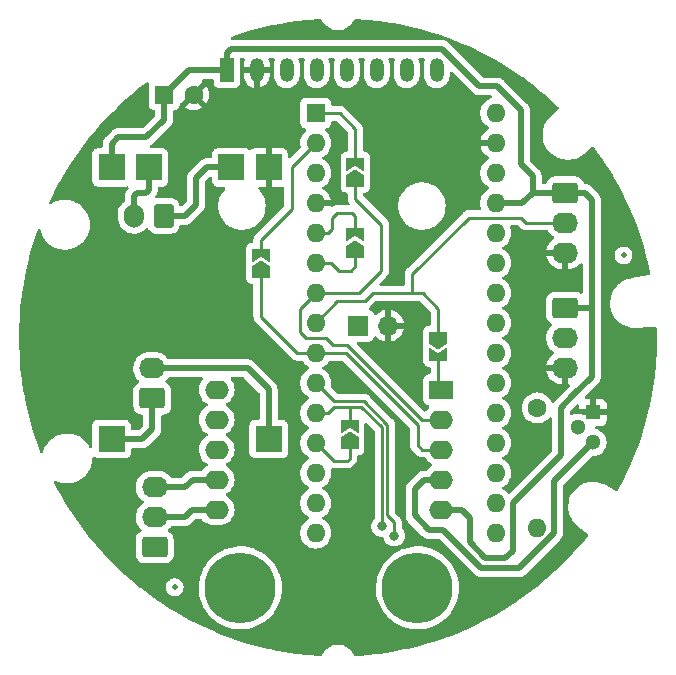
<source format=gbr>
%TF.GenerationSoftware,KiCad,Pcbnew,(5.99.0-11051-gdb19ae226a)*%
%TF.CreationDate,2021-08-12T23:07:14+02:00*%
%TF.ProjectId,boitarire,626f6974-6172-4697-9265-2e6b69636164,rev?*%
%TF.SameCoordinates,Original*%
%TF.FileFunction,Copper,L1,Top*%
%TF.FilePolarity,Positive*%
%FSLAX46Y46*%
G04 Gerber Fmt 4.6, Leading zero omitted, Abs format (unit mm)*
G04 Created by KiCad (PCBNEW (5.99.0-11051-gdb19ae226a)) date 2021-08-12 23:07:14*
%MOMM*%
%LPD*%
G01*
G04 APERTURE LIST*
G04 Aperture macros list*
%AMRoundRect*
0 Rectangle with rounded corners*
0 $1 Rounding radius*
0 $2 $3 $4 $5 $6 $7 $8 $9 X,Y pos of 4 corners*
0 Add a 4 corners polygon primitive as box body*
4,1,4,$2,$3,$4,$5,$6,$7,$8,$9,$2,$3,0*
0 Add four circle primitives for the rounded corners*
1,1,$1+$1,$2,$3*
1,1,$1+$1,$4,$5*
1,1,$1+$1,$6,$7*
1,1,$1+$1,$8,$9*
0 Add four rect primitives between the rounded corners*
20,1,$1+$1,$2,$3,$4,$5,0*
20,1,$1+$1,$4,$5,$6,$7,0*
20,1,$1+$1,$6,$7,$8,$9,0*
20,1,$1+$1,$8,$9,$2,$3,0*%
%AMFreePoly0*
4,1,6,1.000000,0.000000,0.500000,-0.750000,-0.500000,-0.750000,-0.500000,0.750000,0.500000,0.750000,1.000000,0.000000,1.000000,0.000000,$1*%
%AMFreePoly1*
4,1,6,0.500000,-0.750000,-0.650000,-0.750000,-0.150000,0.000000,-0.650000,0.750000,0.500000,0.750000,0.500000,-0.750000,0.500000,-0.750000,$1*%
G04 Aperture macros list end*
%TA.AperFunction,ComponentPad*%
%ADD10R,1.200000X2.000000*%
%TD*%
%TA.AperFunction,ComponentPad*%
%ADD11O,1.200000X2.000000*%
%TD*%
%TA.AperFunction,ComponentPad*%
%ADD12C,6.000000*%
%TD*%
%TA.AperFunction,ComponentPad*%
%ADD13O,2.000000X1.600000*%
%TD*%
%TA.AperFunction,ComponentPad*%
%ADD14R,2.000000X1.600000*%
%TD*%
%TA.AperFunction,ComponentPad*%
%ADD15R,2.250000X2.250000*%
%TD*%
%TA.AperFunction,SMDPad,CuDef*%
%ADD16FreePoly0,270.000000*%
%TD*%
%TA.AperFunction,SMDPad,CuDef*%
%ADD17FreePoly1,270.000000*%
%TD*%
%TA.AperFunction,SMDPad,CuDef*%
%ADD18C,0.500000*%
%TD*%
%TA.AperFunction,SMDPad,CuDef*%
%ADD19FreePoly0,90.000000*%
%TD*%
%TA.AperFunction,SMDPad,CuDef*%
%ADD20FreePoly1,90.000000*%
%TD*%
%TA.AperFunction,ComponentPad*%
%ADD21R,1.700000X1.700000*%
%TD*%
%TA.AperFunction,ComponentPad*%
%ADD22O,1.700000X1.700000*%
%TD*%
%TA.AperFunction,ComponentPad*%
%ADD23R,1.600000X1.600000*%
%TD*%
%TA.AperFunction,ComponentPad*%
%ADD24O,1.600000X1.600000*%
%TD*%
%TA.AperFunction,ComponentPad*%
%ADD25RoundRect,0.250000X-0.845000X0.620000X-0.845000X-0.620000X0.845000X-0.620000X0.845000X0.620000X0*%
%TD*%
%TA.AperFunction,ComponentPad*%
%ADD26O,2.190000X1.740000*%
%TD*%
%TA.AperFunction,ComponentPad*%
%ADD27RoundRect,0.250000X0.845000X-0.620000X0.845000X0.620000X-0.845000X0.620000X-0.845000X-0.620000X0*%
%TD*%
%TA.AperFunction,ComponentPad*%
%ADD28RoundRect,0.250000X0.600000X0.750000X-0.600000X0.750000X-0.600000X-0.750000X0.600000X-0.750000X0*%
%TD*%
%TA.AperFunction,ComponentPad*%
%ADD29O,1.700000X2.000000*%
%TD*%
%TA.AperFunction,ComponentPad*%
%ADD30R,1.300000X1.300000*%
%TD*%
%TA.AperFunction,ComponentPad*%
%ADD31C,1.300000*%
%TD*%
%TA.AperFunction,ComponentPad*%
%ADD32C,1.600000*%
%TD*%
%TA.AperFunction,ViaPad*%
%ADD33C,0.800000*%
%TD*%
%TA.AperFunction,Conductor*%
%ADD34C,0.500000*%
%TD*%
%TA.AperFunction,Conductor*%
%ADD35C,0.250000*%
%TD*%
G04 APERTURE END LIST*
D10*
%TO.P,U1,1,VCC*%
%TO.N,VCC*%
X154610000Y-46125000D03*
D11*
%TO.P,U1,2,GND*%
%TO.N,GND*%
X157150000Y-46125000D03*
%TO.P,U1,3,SCL*%
%TO.N,/SCL*%
X159690000Y-46125000D03*
%TO.P,U1,4,SDA*%
%TO.N,/SDA*%
X162230000Y-46125000D03*
%TO.P,U1,5,XDA*%
%TO.N,unconnected-(U1-Pad5)*%
X164770000Y-46125000D03*
%TO.P,U1,6,XCL*%
%TO.N,unconnected-(U1-Pad6)*%
X167310000Y-46125000D03*
%TO.P,U1,7,AD0*%
%TO.N,unconnected-(U1-Pad7)*%
X169850000Y-46125000D03*
%TO.P,U1,8,INT*%
%TO.N,/INT*%
X172390000Y-46125000D03*
%TD*%
D12*
%TO.P,U3,S2,Screw_term_2*%
%TO.N,unconnected-(U3-PadS2)*%
X155750000Y-89950000D03*
%TO.P,U3,S1,Screw_term_1*%
%TO.N,unconnected-(U3-PadS1)*%
X170750000Y-89950000D03*
D13*
%TO.P,U3,10,ONE*%
%TO.N,unconnected-(U3-Pad10)*%
X153750000Y-73170000D03*
%TO.P,U3,9,DACR*%
%TO.N,unconnected-(U3-Pad9)*%
X153750000Y-75710000D03*
%TO.P,U3,8,DACL*%
%TO.N,unconnected-(U3-Pad8)*%
X153750000Y-78250000D03*
%TO.P,U3,7,SP-*%
%TO.N,/SP+*%
X153750000Y-80790000D03*
%TO.P,U3,6,SP+*%
%TO.N,/SP-*%
X153750000Y-83330000D03*
%TO.P,U3,5,VCC*%
%TO.N,VCC*%
X172750000Y-83330000D03*
%TO.P,U3,4,GND*%
%TO.N,/GND_AUDIO*%
X172750000Y-80790000D03*
%TO.P,U3,3,RX*%
%TO.N,/RX*%
X172750000Y-78250000D03*
%TO.P,U3,2,TX*%
%TO.N,/TX*%
X172750000Y-75710000D03*
D14*
%TO.P,U3,1,BUSY*%
%TO.N,/BUSY*%
X172750000Y-73170000D03*
%TD*%
D15*
%TO.P,U2,1,USB+*%
%TO.N,+5V*%
X144850000Y-77350000D03*
%TO.P,U2,2,GND*%
%TO.N,GNDPWR*%
X158150000Y-77350000D03*
%TO.P,U2,3,BATT+*%
%TO.N,+BATT*%
X148000000Y-54350000D03*
%TO.P,U2,4,BATT-*%
%TO.N,-BATT*%
X155000000Y-54350000D03*
%TO.P,U2,5,OUT+*%
%TO.N,VCC*%
X144850000Y-54350000D03*
%TO.P,U2,6,OUT-*%
%TO.N,GND*%
X158150000Y-54350000D03*
%TD*%
D16*
%TO.P,JP2,1,A*%
%TO.N,/CAP_SENSOR_2*%
X172500000Y-68775000D03*
D17*
%TO.P,JP2,2,B*%
%TO.N,/BUSY*%
X172500000Y-70225000D03*
%TD*%
D18*
%TO.P,REF\u002A\u002A,*%
%TO.N,*%
X150200000Y-89900000D03*
%TD*%
D19*
%TO.P,JP1,1,A*%
%TO.N,/INT*%
X165500000Y-61475000D03*
D20*
%TO.P,JP1,2,B*%
%TO.N,/BUSY*%
X165500000Y-60025000D03*
%TD*%
D18*
%TO.P,REF\u002A\u002A,*%
%TO.N,*%
X188200000Y-61800000D03*
%TD*%
D19*
%TO.P,JP3,1,A*%
%TO.N,/TX*%
X165500000Y-55475000D03*
D20*
%TO.P,JP3,2,B*%
%TO.N,Net-(A1-Pad1)*%
X165500000Y-54025000D03*
%TD*%
D19*
%TO.P,JP5,1,A*%
%TO.N,/SENSOR_POSITION*%
X165000000Y-77725000D03*
D20*
%TO.P,JP5,2,B*%
%TO.N,/CAP_SENSOR_1*%
X165000000Y-76275000D03*
%TD*%
D19*
%TO.P,JP4,1,A*%
%TO.N,/RX*%
X157500000Y-63200000D03*
D20*
%TO.P,JP4,2,B*%
%TO.N,Net-(A1-Pad2)*%
X157500000Y-61750000D03*
%TD*%
D21*
%TO.P,SW1,1,1*%
%TO.N,/SENSOR_POSITION*%
X165725000Y-67750000D03*
D22*
%TO.P,SW1,2,2*%
%TO.N,GND*%
X168265000Y-67750000D03*
%TD*%
D23*
%TO.P,A1,1,TX1*%
%TO.N,Net-(A1-Pad1)*%
X162140000Y-49750000D03*
D24*
%TO.P,A1,2,RX1*%
%TO.N,Net-(A1-Pad2)*%
X162140000Y-52290000D03*
%TO.P,A1,3,~{RESET}*%
%TO.N,unconnected-(A1-Pad3)*%
X162140000Y-54830000D03*
%TO.P,A1,4,GND*%
%TO.N,GND*%
X162140000Y-57370000D03*
%TO.P,A1,5,D2*%
%TO.N,/BUSY*%
X162140000Y-59910000D03*
%TO.P,A1,6,D3*%
%TO.N,/INT*%
X162140000Y-62450000D03*
%TO.P,A1,7,D4*%
%TO.N,/TX*%
X162140000Y-64990000D03*
%TO.P,A1,8,D5*%
%TO.N,/CAP_SENSOR_2*%
X162140000Y-67530000D03*
%TO.P,A1,9,D6*%
%TO.N,/RX*%
X162140000Y-70070000D03*
%TO.P,A1,10,D7*%
%TO.N,/GND_AUDIO_SW*%
X162140000Y-72610000D03*
%TO.P,A1,11,D8*%
%TO.N,/CAP_SENSOR_1*%
X162140000Y-75150000D03*
%TO.P,A1,12,D9*%
%TO.N,/SENSOR_POSITION*%
X162140000Y-77690000D03*
%TO.P,A1,13,D10*%
%TO.N,unconnected-(A1-Pad13)*%
X162140000Y-80230000D03*
%TO.P,A1,14,MOSI*%
%TO.N,unconnected-(A1-Pad14)*%
X162140000Y-82770000D03*
%TO.P,A1,15,MISO*%
%TO.N,unconnected-(A1-Pad15)*%
X162140000Y-85310000D03*
%TO.P,A1,16,SCK*%
%TO.N,unconnected-(A1-Pad16)*%
X177380000Y-85310000D03*
%TO.P,A1,17,3V3*%
%TO.N,unconnected-(A1-Pad17)*%
X177380000Y-82770000D03*
%TO.P,A1,18,AREF*%
%TO.N,unconnected-(A1-Pad18)*%
X177380000Y-80230000D03*
%TO.P,A1,19,A0*%
%TO.N,unconnected-(A1-Pad19)*%
X177380000Y-77690000D03*
%TO.P,A1,20,A1*%
%TO.N,unconnected-(A1-Pad20)*%
X177380000Y-75150000D03*
%TO.P,A1,21,A2*%
%TO.N,unconnected-(A1-Pad21)*%
X177380000Y-72610000D03*
%TO.P,A1,22,A3*%
%TO.N,unconnected-(A1-Pad22)*%
X177380000Y-70070000D03*
%TO.P,A1,23,SDA/A4*%
%TO.N,/SDA*%
X177380000Y-67530000D03*
%TO.P,A1,24,SCL/A5*%
%TO.N,/SCL*%
X177380000Y-64990000D03*
%TO.P,A1,25,A6*%
%TO.N,unconnected-(A1-Pad25)*%
X177380000Y-62450000D03*
%TO.P,A1,26,A7*%
%TO.N,unconnected-(A1-Pad26)*%
X177380000Y-59910000D03*
%TO.P,A1,27,+5V*%
%TO.N,VCC*%
X177380000Y-57370000D03*
%TO.P,A1,28,~{RESET}*%
%TO.N,unconnected-(A1-Pad28)*%
X177380000Y-54830000D03*
%TO.P,A1,29,GND*%
%TO.N,GND*%
X177380000Y-52290000D03*
%TO.P,A1,30,VIN*%
%TO.N,unconnected-(A1-Pad30)*%
X177380000Y-49750000D03*
%TD*%
D25*
%TO.P,J4,1,Pin_1*%
%TO.N,VCC*%
X183250000Y-66250000D03*
D26*
%TO.P,J4,2,Pin_2*%
%TO.N,/CAP_SENSOR_1*%
X183250000Y-68790000D03*
%TO.P,J4,3,Pin_3*%
%TO.N,GND*%
X183250000Y-71330000D03*
%TD*%
D27*
%TO.P,J3,1,Pin_1*%
%TO.N,+5V*%
X148300000Y-73900000D03*
D26*
%TO.P,J3,2,Pin_2*%
%TO.N,GNDPWR*%
X148300000Y-71360000D03*
%TD*%
D28*
%TO.P,J1,1,Pin_1*%
%TO.N,-BATT*%
X149250000Y-58450000D03*
D29*
%TO.P,J1,2,Pin_2*%
%TO.N,+BATT*%
X146750000Y-58450000D03*
%TD*%
D27*
%TO.P,J2,1,Pin_1*%
%TO.N,unconnected-(J2-Pad1)*%
X148500000Y-86500000D03*
D26*
%TO.P,J2,2,Pin_2*%
%TO.N,/SP-*%
X148500000Y-83960000D03*
%TO.P,J2,3,Pin_3*%
%TO.N,/SP+*%
X148500000Y-81420000D03*
%TD*%
D30*
%TO.P,Q2,1,S*%
%TO.N,GND*%
X185600000Y-75100000D03*
D31*
%TO.P,Q2,2,G*%
%TO.N,Net-(Q1-Pad1)*%
X184330000Y-76370000D03*
%TO.P,Q2,3,D*%
%TO.N,/GND_AUDIO*%
X185600000Y-77640000D03*
%TD*%
D25*
%TO.P,J5,1,Pin_1*%
%TO.N,VCC*%
X183250000Y-56500000D03*
D26*
%TO.P,J5,2,Pin_2*%
%TO.N,/CAP_SENSOR_2*%
X183250000Y-59040000D03*
%TO.P,J5,3,Pin_3*%
%TO.N,GND*%
X183250000Y-61580000D03*
%TD*%
D23*
%TO.P,C1,1*%
%TO.N,VCC*%
X149294888Y-48200000D03*
D32*
%TO.P,C1,2*%
%TO.N,GND*%
X151794888Y-48200000D03*
%TD*%
%TO.P,R2,1*%
%TO.N,/GND_AUDIO_SW*%
X180900000Y-74720000D03*
D24*
%TO.P,R2,2*%
%TO.N,Net-(Q1-Pad1)*%
X180900000Y-84880000D03*
%TD*%
D33*
%TO.N,/GND_AUDIO_SW*%
X168770000Y-85530000D03*
%TO.N,/CAP_SENSOR_1*%
X167750000Y-84730000D03*
%TD*%
D34*
%TO.N,/GND_AUDIO*%
X172910000Y-85040000D02*
X176170000Y-88300000D01*
X171740000Y-85040000D02*
X172910000Y-85040000D01*
X176170000Y-88300000D02*
X179329277Y-88300000D01*
X170500000Y-83800000D02*
X171740000Y-85040000D01*
D35*
%TO.N,/RX*%
X170770000Y-77870000D02*
X171150000Y-78250000D01*
X171150000Y-78250000D02*
X172750000Y-78250000D01*
X164670000Y-70070000D02*
X170770000Y-76170000D01*
X170770000Y-76170000D02*
X170770000Y-77870000D01*
X162140000Y-70070000D02*
X164670000Y-70070000D01*
%TO.N,/GND_AUDIO_SW*%
X168199520Y-83819520D02*
X168770000Y-84390000D01*
X168770000Y-84390000D02*
X168770000Y-85530000D01*
X166230000Y-74150000D02*
X168199520Y-76119520D01*
X168199520Y-76119520D02*
X168199520Y-83819520D01*
X162140000Y-72610000D02*
X163680000Y-74150000D01*
X163680000Y-74150000D02*
X166230000Y-74150000D01*
%TO.N,/CAP_SENSOR_1*%
X167750000Y-76370000D02*
X167750000Y-84730000D01*
X165980000Y-74600000D02*
X167750000Y-76370000D01*
X165000000Y-74600000D02*
X165980000Y-74600000D01*
D34*
%TO.N,VCC*%
X151369888Y-46125000D02*
X154610000Y-46125000D01*
X149294888Y-48200000D02*
X151369888Y-46125000D01*
X145400000Y-51800000D02*
X147800000Y-51800000D01*
X149294888Y-50305112D02*
X149294888Y-48200000D01*
X144850000Y-52350000D02*
X145400000Y-51800000D01*
X147800000Y-51800000D02*
X149294888Y-50305112D01*
X144850000Y-54350000D02*
X144850000Y-52350000D01*
D35*
%TO.N,Net-(A1-Pad1)*%
X165500000Y-51100000D02*
X164150000Y-49750000D01*
X164150000Y-49750000D02*
X162140000Y-49750000D01*
X165500000Y-54025000D02*
X165500000Y-51100000D01*
%TO.N,Net-(A1-Pad2)*%
X160100000Y-54330000D02*
X162140000Y-52290000D01*
X157500000Y-60500000D02*
X160100000Y-57900000D01*
X160100000Y-57900000D02*
X160100000Y-54330000D01*
X157500000Y-61750000D02*
X157500000Y-60500000D01*
%TO.N,/BUSY*%
X165500000Y-60025000D02*
X165500000Y-58500000D01*
X163190000Y-59910000D02*
X162140000Y-59910000D01*
X172500000Y-72920000D02*
X172750000Y-73170000D01*
X163500000Y-59600000D02*
X163190000Y-59910000D01*
X165200000Y-58200000D02*
X163900000Y-58200000D01*
X165500000Y-58500000D02*
X165200000Y-58200000D01*
X172500000Y-70225000D02*
X172500000Y-72920000D01*
X163900000Y-58200000D02*
X163500000Y-58600000D01*
X163500000Y-58600000D02*
X163500000Y-59600000D01*
%TO.N,/INT*%
X165500000Y-62700000D02*
X165100000Y-63100000D01*
X163450000Y-62450000D02*
X162140000Y-62450000D01*
X165500000Y-61475000D02*
X165500000Y-62700000D01*
X164100000Y-63100000D02*
X163450000Y-62450000D01*
X165100000Y-63100000D02*
X164100000Y-63100000D01*
%TO.N,/TX*%
X165810000Y-64990000D02*
X162140000Y-64990000D01*
X171110000Y-75710000D02*
X164800000Y-69400000D01*
X160800000Y-66330000D02*
X162140000Y-64990000D01*
X163600000Y-69400000D02*
X163000000Y-68800000D01*
X160800000Y-68300000D02*
X160800000Y-66330000D01*
X164800000Y-69400000D02*
X163600000Y-69400000D01*
X165500000Y-57000000D02*
X167700000Y-59200000D01*
X163000000Y-68800000D02*
X161300000Y-68800000D01*
X165500000Y-55475000D02*
X165500000Y-57000000D01*
X167700000Y-63100000D02*
X165810000Y-64990000D01*
X167700000Y-59200000D02*
X167700000Y-63100000D01*
X172750000Y-75710000D02*
X171110000Y-75710000D01*
X161300000Y-68800000D02*
X160800000Y-68300000D01*
%TO.N,/CAP_SENSOR_2*%
X179940000Y-59040000D02*
X179500000Y-58600000D01*
X175100000Y-58600000D02*
X170300000Y-63400000D01*
X163970000Y-65700000D02*
X162140000Y-67530000D01*
X179500000Y-58600000D02*
X175100000Y-58600000D01*
X172500000Y-68775000D02*
X172500000Y-66300000D01*
X166300000Y-65700000D02*
X163970000Y-65700000D01*
X171200000Y-65000000D02*
X170300000Y-65000000D01*
X167000000Y-65000000D02*
X166300000Y-65700000D01*
X170300000Y-63400000D02*
X170300000Y-65000000D01*
X172500000Y-66300000D02*
X171200000Y-65000000D01*
X170300000Y-65000000D02*
X167000000Y-65000000D01*
X183250000Y-59040000D02*
X179940000Y-59040000D01*
%TO.N,/RX*%
X160570000Y-70070000D02*
X162140000Y-70070000D01*
X157500000Y-67000000D02*
X160570000Y-70070000D01*
X157500000Y-63200000D02*
X157500000Y-67000000D01*
%TO.N,/CAP_SENSOR_1*%
X163700000Y-74600000D02*
X163150000Y-75150000D01*
X163150000Y-75150000D02*
X162140000Y-75150000D01*
X165000000Y-76275000D02*
X165000000Y-74600000D01*
X165000000Y-74600000D02*
X163700000Y-74600000D01*
D34*
%TO.N,VCC*%
X177380000Y-57370000D02*
X179630000Y-57370000D01*
X183250000Y-56500000D02*
X184900000Y-56500000D01*
X175200000Y-84000000D02*
X174530000Y-83330000D01*
X154610000Y-46125000D02*
X154610000Y-44690000D01*
X178800000Y-82800000D02*
X178800000Y-86800000D01*
X179500000Y-54100000D02*
X180500000Y-55100000D01*
X178200000Y-87400000D02*
X176500000Y-87400000D01*
X179500000Y-49500000D02*
X179500000Y-54100000D01*
X174530000Y-83330000D02*
X172750000Y-83330000D01*
X183250000Y-66250000D02*
X185450000Y-66250000D01*
X178800000Y-86800000D02*
X178200000Y-87400000D01*
X176500000Y-87400000D02*
X175200000Y-86100000D01*
X154610000Y-44690000D02*
X155000000Y-44300000D01*
X185500000Y-72100000D02*
X183950000Y-73650000D01*
X184900000Y-56500000D02*
X185500000Y-57100000D01*
X176000000Y-47500000D02*
X177500000Y-47500000D01*
X155000000Y-44300000D02*
X172800000Y-44300000D01*
X179300000Y-82300000D02*
X178800000Y-82800000D01*
X182900000Y-74700000D02*
X182900000Y-78700000D01*
X172800000Y-44300000D02*
X176000000Y-47500000D01*
X182900000Y-78700000D02*
X179300000Y-82300000D01*
X175200000Y-86100000D02*
X175200000Y-84000000D01*
X180500000Y-56500000D02*
X183250000Y-56500000D01*
X185500000Y-66200000D02*
X185500000Y-72100000D01*
X179630000Y-57370000D02*
X180500000Y-56500000D01*
X183950000Y-73650000D02*
X182900000Y-74700000D01*
X185450000Y-66250000D02*
X185500000Y-66200000D01*
X180500000Y-55100000D02*
X180500000Y-56500000D01*
X177500000Y-47500000D02*
X179500000Y-49500000D01*
X185500000Y-57100000D02*
X185500000Y-66200000D01*
D35*
%TO.N,/SENSOR_POSITION*%
X165000000Y-77725000D02*
X165000000Y-79000000D01*
X164800000Y-79200000D02*
X163650000Y-79200000D01*
X165000000Y-79000000D02*
X164800000Y-79200000D01*
X163650000Y-79200000D02*
X162140000Y-77690000D01*
D34*
%TO.N,-BATT*%
X152000000Y-55250000D02*
X152900000Y-54350000D01*
X151050000Y-58450000D02*
X152000000Y-57500000D01*
X152000000Y-57500000D02*
X152000000Y-55250000D01*
X149250000Y-58450000D02*
X151050000Y-58450000D01*
X152900000Y-54350000D02*
X155000000Y-54350000D01*
%TO.N,+BATT*%
X147750000Y-56500000D02*
X147000000Y-56500000D01*
X146750000Y-56750000D02*
X146750000Y-58450000D01*
X148000000Y-56250000D02*
X147750000Y-56500000D01*
X147000000Y-56500000D02*
X146750000Y-56750000D01*
X148000000Y-54350000D02*
X148000000Y-56250000D01*
%TO.N,/SP-*%
X151040000Y-83960000D02*
X151670000Y-83330000D01*
X148500000Y-83960000D02*
X148500000Y-83750000D01*
X148500000Y-83960000D02*
X151040000Y-83960000D01*
X151670000Y-83330000D02*
X153750000Y-83330000D01*
%TO.N,/SP+*%
X153750000Y-80790000D02*
X151710000Y-80790000D01*
X151080000Y-81420000D02*
X148500000Y-81420000D01*
X151710000Y-80790000D02*
X151080000Y-81420000D01*
%TO.N,+5V*%
X147450000Y-77350000D02*
X148300000Y-76500000D01*
X148300000Y-76500000D02*
X148300000Y-73900000D01*
X144850000Y-77350000D02*
X147450000Y-77350000D01*
%TO.N,GNDPWR*%
X156360000Y-71360000D02*
X158150000Y-73150000D01*
X148300000Y-71360000D02*
X156360000Y-71360000D01*
X158150000Y-73150000D02*
X158150000Y-77350000D01*
%TO.N,/GND_AUDIO*%
X179329277Y-88300000D02*
X182300000Y-85329277D01*
X182300000Y-85329277D02*
X182300000Y-80940000D01*
X170500000Y-81600000D02*
X170500000Y-83800000D01*
X172750000Y-80790000D02*
X171310000Y-80790000D01*
X182300000Y-80940000D02*
X185600000Y-77640000D01*
X171310000Y-80790000D02*
X170500000Y-81600000D01*
%TD*%
%TA.AperFunction,Conductor*%
%TO.N,GND*%
G36*
X165514894Y-41783583D02*
G01*
X166447508Y-41852551D01*
X166514376Y-41857496D01*
X166519074Y-41857932D01*
X167519568Y-41969718D01*
X167524247Y-41970330D01*
X168022038Y-42044913D01*
X168519834Y-42119496D01*
X168524476Y-42120280D01*
X168733133Y-42159581D01*
X169513803Y-42306623D01*
X169518423Y-42307583D01*
X170500082Y-42530839D01*
X170504663Y-42531972D01*
X171034508Y-42673532D01*
X171477259Y-42791823D01*
X171481764Y-42793118D01*
X172443987Y-43089216D01*
X172448431Y-43090676D01*
X173372378Y-43413335D01*
X173398877Y-43422589D01*
X173403302Y-43424228D01*
X174340615Y-43791481D01*
X174344976Y-43793284D01*
X175267911Y-44195389D01*
X175272200Y-44197354D01*
X176179419Y-44633727D01*
X176183633Y-44635852D01*
X177073875Y-45105888D01*
X177078005Y-45108169D01*
X177950031Y-45611212D01*
X177954061Y-45613638D01*
X178052720Y-45675587D01*
X178806654Y-46148990D01*
X178810602Y-46151574D01*
X179642508Y-46718442D01*
X179646355Y-46721169D01*
X180188281Y-47120956D01*
X180456494Y-47318821D01*
X180460238Y-47321693D01*
X181247408Y-47949240D01*
X181251042Y-47952250D01*
X181607182Y-48258669D01*
X181962685Y-48564539D01*
X182014166Y-48608833D01*
X182017675Y-48611968D01*
X182659857Y-49207764D01*
X182696190Y-49268758D01*
X182693781Y-49339713D01*
X182663254Y-49389227D01*
X182004060Y-50048421D01*
X181995461Y-50055292D01*
X181995862Y-50055764D01*
X181989031Y-50061578D01*
X181981435Y-50066370D01*
X181975491Y-50073100D01*
X181975490Y-50073101D01*
X181966695Y-50083059D01*
X181952431Y-50095549D01*
X181951175Y-50094293D01*
X181837281Y-50217612D01*
X181640575Y-50489359D01*
X181589850Y-50589786D01*
X181504200Y-50759358D01*
X181489329Y-50788799D01*
X181487808Y-50793565D01*
X181487807Y-50793568D01*
X181440141Y-50942949D01*
X181387350Y-51108392D01*
X181386602Y-51113339D01*
X181386601Y-51113344D01*
X181341060Y-51414594D01*
X181337205Y-51440093D01*
X181340158Y-51775548D01*
X181340992Y-51780475D01*
X181340992Y-51780477D01*
X181350350Y-51835775D01*
X181396134Y-52106315D01*
X181503724Y-52424063D01*
X181506058Y-52428489D01*
X181506060Y-52428493D01*
X181650534Y-52702432D01*
X181660218Y-52720794D01*
X181663224Y-52724797D01*
X181663225Y-52724798D01*
X181836550Y-52955579D01*
X181861677Y-52989036D01*
X181865276Y-52992510D01*
X181865280Y-52992515D01*
X181956243Y-53080330D01*
X182103029Y-53222036D01*
X182107128Y-53224894D01*
X182107131Y-53224897D01*
X182374085Y-53411061D01*
X182374090Y-53411064D01*
X182378197Y-53413928D01*
X182382711Y-53416109D01*
X182675744Y-53557701D01*
X182675752Y-53557704D01*
X182680253Y-53559879D01*
X182685041Y-53561314D01*
X182685045Y-53561316D01*
X182996800Y-53654780D01*
X182996804Y-53654781D01*
X183001591Y-53656216D01*
X183141500Y-53674854D01*
X183329166Y-53699854D01*
X183329172Y-53699854D01*
X183334124Y-53700514D01*
X183339124Y-53700382D01*
X183339126Y-53700382D01*
X183462168Y-53697132D01*
X183669476Y-53691656D01*
X183674394Y-53690734D01*
X183674398Y-53690734D01*
X183860824Y-53655798D01*
X183999205Y-53629866D01*
X184069320Y-53604741D01*
X184310295Y-53518390D01*
X184310300Y-53518388D01*
X184315010Y-53516700D01*
X184477116Y-53427524D01*
X184605652Y-53356815D01*
X184605655Y-53356813D01*
X184608940Y-53355006D01*
X184745363Y-53257188D01*
X184744734Y-53256380D01*
X184750156Y-53251878D01*
X184757806Y-53247181D01*
X184769141Y-53234658D01*
X184785122Y-53219817D01*
X184815303Y-53196309D01*
X185213872Y-52885858D01*
X185532780Y-52637456D01*
X185598813Y-52611376D01*
X185668463Y-52625136D01*
X185712416Y-52663176D01*
X185779204Y-52755819D01*
X186217357Y-53363592D01*
X186220023Y-53367438D01*
X186473137Y-53747535D01*
X186753626Y-54168741D01*
X186773404Y-54198442D01*
X186775919Y-54202376D01*
X187282222Y-55027543D01*
X187298061Y-55053357D01*
X187300430Y-55057385D01*
X187781349Y-55910728D01*
X187790595Y-55927135D01*
X187792813Y-55931247D01*
X188218074Y-56756016D01*
X188250357Y-56818627D01*
X188252423Y-56822824D01*
X188255020Y-56828354D01*
X188676704Y-57726589D01*
X188678613Y-57730861D01*
X189069024Y-58649717D01*
X189070773Y-58654055D01*
X189297767Y-59248741D01*
X189426813Y-59586822D01*
X189428399Y-59591222D01*
X189746797Y-60528440D01*
X189749542Y-60536521D01*
X189750962Y-60540970D01*
X189902115Y-61046846D01*
X190036792Y-61497579D01*
X190038048Y-61502087D01*
X190288155Y-62468636D01*
X190289243Y-62473187D01*
X190357783Y-62785448D01*
X190474112Y-63315434D01*
X190474362Y-63316574D01*
X190469430Y-63387399D01*
X190426989Y-63444314D01*
X190373719Y-63467574D01*
X188852613Y-63742687D01*
X188829423Y-63744697D01*
X188816396Y-63744617D01*
X188807770Y-63747082D01*
X188798872Y-63748301D01*
X188798813Y-63747868D01*
X188794776Y-63748401D01*
X188794715Y-63748062D01*
X188790855Y-63748919D01*
X188790851Y-63748920D01*
X188712438Y-63766340D01*
X188631003Y-63784431D01*
X188627461Y-63785674D01*
X188627459Y-63785675D01*
X188509343Y-63827140D01*
X188314780Y-63895443D01*
X188310384Y-63897823D01*
X188310385Y-63897823D01*
X188024471Y-64052648D01*
X188024468Y-64052650D01*
X188020071Y-64055031D01*
X188016105Y-64058078D01*
X188016104Y-64058078D01*
X187778608Y-64240500D01*
X187754284Y-64259183D01*
X187750848Y-64262819D01*
X187652838Y-64366535D01*
X187524097Y-64502770D01*
X187452696Y-64607487D01*
X187347401Y-64761913D01*
X187335293Y-64779670D01*
X187333168Y-64784187D01*
X187333165Y-64784192D01*
X187254532Y-64951326D01*
X187192617Y-65082927D01*
X187191233Y-65087721D01*
X187191231Y-65087726D01*
X187152060Y-65223402D01*
X187099654Y-65404919D01*
X187058741Y-65737556D01*
X187070905Y-66072477D01*
X187071874Y-66077381D01*
X187071874Y-66077385D01*
X187123024Y-66336379D01*
X187135840Y-66401270D01*
X187251916Y-66715670D01*
X187416215Y-67007778D01*
X187624609Y-67270253D01*
X187871860Y-67496500D01*
X187876024Y-67499242D01*
X187876030Y-67499247D01*
X188147584Y-67678086D01*
X188147589Y-67678089D01*
X188151756Y-67680833D01*
X188457264Y-67818621D01*
X188674372Y-67877543D01*
X188775873Y-67905090D01*
X188775875Y-67905090D01*
X188780708Y-67906402D01*
X188785687Y-67906933D01*
X188785690Y-67906934D01*
X189110219Y-67941570D01*
X189110220Y-67941570D01*
X189113958Y-67941969D01*
X189200855Y-67940867D01*
X189270714Y-67939981D01*
X189270716Y-67939981D01*
X189281648Y-67939842D01*
X189281575Y-67938451D01*
X189297341Y-67936229D01*
X189309233Y-67936447D01*
X189309237Y-67936447D01*
X189318208Y-67936611D01*
X189326868Y-67934250D01*
X189335776Y-67933140D01*
X189335805Y-67933371D01*
X189348448Y-67931339D01*
X190374926Y-67877543D01*
X190883050Y-67850913D01*
X190952124Y-67867322D01*
X191001361Y-67918471D01*
X191015632Y-67974980D01*
X191016899Y-68065717D01*
X191028395Y-68889012D01*
X191028369Y-68893849D01*
X191003153Y-69925647D01*
X191002942Y-69930481D01*
X190938134Y-70960564D01*
X190937738Y-70965385D01*
X190833435Y-71992231D01*
X190832854Y-71997034D01*
X190689210Y-73019118D01*
X190688445Y-73023895D01*
X190505670Y-74039714D01*
X190504722Y-74044458D01*
X190412766Y-74462700D01*
X190283917Y-75048741D01*
X190283085Y-75052523D01*
X190281958Y-75057216D01*
X190107836Y-75725677D01*
X190021791Y-76056008D01*
X190020482Y-76060665D01*
X189725634Y-77037254D01*
X189722166Y-77048740D01*
X189720686Y-77053322D01*
X189387512Y-78020930D01*
X189384655Y-78029227D01*
X189382999Y-78033752D01*
X189009744Y-78996064D01*
X189007913Y-79000528D01*
X188647427Y-79833562D01*
X188598004Y-79947771D01*
X188595998Y-79952173D01*
X188150057Y-80882924D01*
X188150027Y-80882986D01*
X188147863Y-80887289D01*
X187721523Y-81695914D01*
X187672059Y-81746843D01*
X187602913Y-81762946D01*
X187547069Y-81746270D01*
X187353124Y-81634302D01*
X186696473Y-81255204D01*
X186680075Y-81243478D01*
X186681614Y-81240812D01*
X186533019Y-81162716D01*
X186418727Y-81119074D01*
X186224310Y-81044837D01*
X186224309Y-81044837D01*
X186219622Y-81043047D01*
X185891241Y-80974454D01*
X185556144Y-80958667D01*
X185551172Y-80959225D01*
X185551171Y-80959225D01*
X185227738Y-80995523D01*
X185227735Y-80995524D01*
X185222768Y-80996081D01*
X184899507Y-81085754D01*
X184845389Y-81110537D01*
X184599048Y-81223347D01*
X184599045Y-81223349D01*
X184594500Y-81225430D01*
X184315424Y-81411592D01*
X184311761Y-81414985D01*
X184311757Y-81414988D01*
X184072979Y-81636151D01*
X184072974Y-81636157D01*
X184069308Y-81639552D01*
X183862347Y-81903571D01*
X183859923Y-81907945D01*
X183859922Y-81907947D01*
X183702260Y-82192476D01*
X183699752Y-82197002D01*
X183698051Y-82201704D01*
X183698048Y-82201710D01*
X183622018Y-82411846D01*
X183585616Y-82512457D01*
X183544628Y-82727534D01*
X183524418Y-82833581D01*
X183522814Y-82841995D01*
X183522666Y-82847006D01*
X183522666Y-82847008D01*
X183521671Y-82880757D01*
X183512926Y-83177318D01*
X183513572Y-83182283D01*
X183513572Y-83182286D01*
X183531566Y-83320610D01*
X183556201Y-83509982D01*
X183557622Y-83514776D01*
X183557623Y-83514780D01*
X183587127Y-83614302D01*
X183651550Y-83831616D01*
X183653716Y-83836134D01*
X183794406Y-84129601D01*
X183794409Y-84129606D01*
X183796572Y-84134118D01*
X183799423Y-84138233D01*
X183799424Y-84138235D01*
X183846937Y-84206815D01*
X183987617Y-84409874D01*
X183991082Y-84413485D01*
X183991085Y-84413489D01*
X184123077Y-84551056D01*
X184219873Y-84651940D01*
X184250055Y-84676696D01*
X184335657Y-84746909D01*
X184335659Y-84746910D01*
X184349665Y-84758398D01*
X184351868Y-84755482D01*
X184357669Y-84758608D01*
X184359974Y-84760143D01*
X184366104Y-84764494D01*
X184613960Y-84951846D01*
X185152265Y-85358746D01*
X185194547Y-85415779D01*
X185199281Y-85486618D01*
X185173801Y-85539055D01*
X184892920Y-85882302D01*
X184590385Y-86252012D01*
X184587235Y-86255713D01*
X184279458Y-86603545D01*
X183954865Y-86970383D01*
X183900137Y-87032233D01*
X183896847Y-87035810D01*
X183180305Y-87785264D01*
X183176879Y-87788712D01*
X182431956Y-88509988D01*
X182428400Y-88513300D01*
X182003317Y-88894249D01*
X181871605Y-89012286D01*
X181656238Y-89205292D01*
X181652590Y-89208437D01*
X180854252Y-89870190D01*
X180850473Y-89873200D01*
X180616743Y-90052195D01*
X180027245Y-90503644D01*
X180023363Y-90506500D01*
X179699247Y-90735440D01*
X179176443Y-91104722D01*
X179172420Y-91107449D01*
X178827654Y-91331560D01*
X178303065Y-91672563D01*
X178298964Y-91675117D01*
X177944863Y-91886332D01*
X177408439Y-92206298D01*
X177404218Y-92208706D01*
X176493931Y-92705116D01*
X176489620Y-92707361D01*
X175560799Y-93168330D01*
X175556443Y-93170388D01*
X175039045Y-93402752D01*
X174610553Y-93595188D01*
X174606082Y-93597093D01*
X173644533Y-93985090D01*
X173639992Y-93986821D01*
X173258742Y-94123814D01*
X172664185Y-94337454D01*
X172659618Y-94338996D01*
X172092497Y-94518401D01*
X171671007Y-94651737D01*
X171666346Y-94653113D01*
X170666447Y-94927486D01*
X170661736Y-94928682D01*
X169977406Y-95088362D01*
X169651964Y-95164300D01*
X169647236Y-95165307D01*
X168629120Y-95361810D01*
X168624360Y-95362634D01*
X167599406Y-95519730D01*
X167594621Y-95520369D01*
X167119174Y-95574572D01*
X166564408Y-95637817D01*
X166559570Y-95638274D01*
X165913670Y-95686768D01*
X165525010Y-95715949D01*
X165521418Y-95716167D01*
X165511404Y-95716628D01*
X165442436Y-95699783D01*
X165393524Y-95648323D01*
X165389866Y-95640563D01*
X165388803Y-95638092D01*
X165346892Y-95540688D01*
X165343434Y-95535637D01*
X165224721Y-95362269D01*
X165181169Y-95298665D01*
X165176810Y-95294384D01*
X165176807Y-95294381D01*
X164976243Y-95097432D01*
X164976241Y-95097430D01*
X164971880Y-95093148D01*
X164726885Y-94931852D01*
X164455382Y-94820835D01*
X164449381Y-94819655D01*
X164449376Y-94819654D01*
X164278790Y-94786126D01*
X164167564Y-94764264D01*
X164020807Y-94764263D01*
X163874241Y-94764263D01*
X163868249Y-94765441D01*
X163868246Y-94765441D01*
X163726307Y-94793339D01*
X163586423Y-94820833D01*
X163314919Y-94931850D01*
X163069923Y-95093145D01*
X163065562Y-95097427D01*
X163065560Y-95097429D01*
X162864996Y-95294378D01*
X162864993Y-95294381D01*
X162860634Y-95298662D01*
X162817395Y-95361808D01*
X162708819Y-95520371D01*
X162694910Y-95540683D01*
X162651920Y-95640593D01*
X162606625Y-95695258D01*
X162538962Y-95716758D01*
X162530408Y-95716656D01*
X162523256Y-95716327D01*
X162519686Y-95716111D01*
X161490810Y-95639083D01*
X161486010Y-95638632D01*
X160461445Y-95522270D01*
X160456657Y-95521633D01*
X160444175Y-95519728D01*
X159437272Y-95366058D01*
X159432558Y-95365245D01*
X158419898Y-95170692D01*
X158415184Y-95169692D01*
X158391952Y-95164297D01*
X158104006Y-95097432D01*
X157410773Y-94936453D01*
X157406087Y-94935270D01*
X156411344Y-94663680D01*
X156406707Y-94662318D01*
X155423111Y-94352777D01*
X155418530Y-94351238D01*
X155107109Y-94239936D01*
X154447524Y-94004201D01*
X154443030Y-94002497D01*
X153975146Y-93814743D01*
X153486062Y-93618481D01*
X153481612Y-93616596D01*
X152540053Y-93196151D01*
X152535679Y-93194096D01*
X151789655Y-92826026D01*
X151610939Y-92737852D01*
X151606710Y-92735664D01*
X150700060Y-92244244D01*
X150695949Y-92241911D01*
X150096047Y-91886332D01*
X149808905Y-91716134D01*
X149804795Y-91713591D01*
X148938550Y-91154172D01*
X148934541Y-91151472D01*
X148802781Y-91059033D01*
X148090418Y-90559262D01*
X148086520Y-90556414D01*
X148015422Y-90502349D01*
X147333827Y-89984049D01*
X147330599Y-89981594D01*
X149448919Y-89981594D01*
X149487834Y-90152191D01*
X149564952Y-90309261D01*
X149569602Y-90314912D01*
X149569604Y-90314915D01*
X149581570Y-90329456D01*
X149676135Y-90444376D01*
X149733751Y-90488189D01*
X149809591Y-90545860D01*
X149809595Y-90545863D01*
X149815419Y-90550291D01*
X149822107Y-90553262D01*
X149822111Y-90553264D01*
X149888403Y-90582709D01*
X149975333Y-90621322D01*
X149982528Y-90622675D01*
X150106076Y-90645908D01*
X150147299Y-90653660D01*
X150154606Y-90653322D01*
X150154609Y-90653322D01*
X150314776Y-90645908D01*
X150314779Y-90645908D01*
X150322092Y-90645569D01*
X150329130Y-90643557D01*
X150329133Y-90643557D01*
X150483293Y-90599498D01*
X150483296Y-90599497D01*
X150490335Y-90597485D01*
X150582518Y-90545860D01*
X150636612Y-90515566D01*
X150636614Y-90515565D01*
X150643004Y-90511986D01*
X150771910Y-90393659D01*
X150870137Y-90248851D01*
X150913924Y-90133882D01*
X152241315Y-90133882D01*
X152241668Y-90137208D01*
X152241668Y-90137217D01*
X152274693Y-90448808D01*
X152280722Y-90505688D01*
X152359415Y-90871202D01*
X152360461Y-90874373D01*
X152360462Y-90874378D01*
X152422380Y-91062149D01*
X152476503Y-91226283D01*
X152630661Y-91566912D01*
X152820142Y-91889231D01*
X153042802Y-92189589D01*
X153045071Y-92192052D01*
X153293852Y-92462127D01*
X153293861Y-92462135D01*
X153296118Y-92464586D01*
X153577222Y-92711108D01*
X153579958Y-92713035D01*
X153579960Y-92713036D01*
X153613702Y-92736794D01*
X153882931Y-92926363D01*
X153885848Y-92927983D01*
X153885854Y-92927987D01*
X154064857Y-93027414D01*
X154209783Y-93107913D01*
X154554076Y-93253702D01*
X154911913Y-93362080D01*
X154915196Y-93362703D01*
X154915203Y-93362705D01*
X155108631Y-93399428D01*
X155279240Y-93431819D01*
X155651897Y-93462130D01*
X155838782Y-93457399D01*
X156022311Y-93452754D01*
X156022312Y-93452754D01*
X156025666Y-93452669D01*
X156396313Y-93403543D01*
X156399564Y-93402753D01*
X156399572Y-93402752D01*
X156756381Y-93316101D01*
X156756386Y-93316099D01*
X156759641Y-93315309D01*
X156762797Y-93314176D01*
X156762800Y-93314175D01*
X157108376Y-93190101D01*
X157108383Y-93190098D01*
X157111536Y-93188966D01*
X157278830Y-93107913D01*
X157444982Y-93027414D01*
X157444989Y-93027410D01*
X157448013Y-93025945D01*
X157765261Y-92828091D01*
X158059688Y-92597645D01*
X158062094Y-92595309D01*
X158062099Y-92595305D01*
X158199288Y-92462127D01*
X158327960Y-92337217D01*
X158567039Y-92049756D01*
X158629841Y-91955410D01*
X158772356Y-91741313D01*
X158772357Y-91741311D01*
X158774217Y-91738517D01*
X158947149Y-91407025D01*
X158948369Y-91403919D01*
X158948373Y-91403911D01*
X159082652Y-91062149D01*
X159082654Y-91062144D01*
X159083876Y-91059033D01*
X159182850Y-90698482D01*
X159242949Y-90329456D01*
X159253712Y-90133882D01*
X167241315Y-90133882D01*
X167241668Y-90137208D01*
X167241668Y-90137217D01*
X167274693Y-90448808D01*
X167280722Y-90505688D01*
X167359415Y-90871202D01*
X167360461Y-90874373D01*
X167360462Y-90874378D01*
X167422380Y-91062149D01*
X167476503Y-91226283D01*
X167630661Y-91566912D01*
X167820142Y-91889231D01*
X168042802Y-92189589D01*
X168045071Y-92192052D01*
X168293852Y-92462127D01*
X168293861Y-92462135D01*
X168296118Y-92464586D01*
X168577222Y-92711108D01*
X168579958Y-92713035D01*
X168579960Y-92713036D01*
X168613702Y-92736794D01*
X168882931Y-92926363D01*
X168885848Y-92927983D01*
X168885854Y-92927987D01*
X169064857Y-93027414D01*
X169209783Y-93107913D01*
X169554076Y-93253702D01*
X169911913Y-93362080D01*
X169915196Y-93362703D01*
X169915203Y-93362705D01*
X170108631Y-93399428D01*
X170279240Y-93431819D01*
X170651897Y-93462130D01*
X170838782Y-93457399D01*
X171022311Y-93452754D01*
X171022312Y-93452754D01*
X171025666Y-93452669D01*
X171396313Y-93403543D01*
X171399564Y-93402753D01*
X171399572Y-93402752D01*
X171756381Y-93316101D01*
X171756386Y-93316099D01*
X171759641Y-93315309D01*
X171762797Y-93314176D01*
X171762800Y-93314175D01*
X172108376Y-93190101D01*
X172108383Y-93190098D01*
X172111536Y-93188966D01*
X172278830Y-93107913D01*
X172444982Y-93027414D01*
X172444989Y-93027410D01*
X172448013Y-93025945D01*
X172765261Y-92828091D01*
X173059688Y-92597645D01*
X173062094Y-92595309D01*
X173062099Y-92595305D01*
X173199288Y-92462127D01*
X173327960Y-92337217D01*
X173567039Y-92049756D01*
X173629841Y-91955410D01*
X173772356Y-91741313D01*
X173772357Y-91741311D01*
X173774217Y-91738517D01*
X173947149Y-91407025D01*
X173948369Y-91403919D01*
X173948373Y-91403911D01*
X174082652Y-91062149D01*
X174082654Y-91062144D01*
X174083876Y-91059033D01*
X174182850Y-90698482D01*
X174242949Y-90329456D01*
X174263495Y-89956132D01*
X174263500Y-89950000D01*
X174259329Y-89871723D01*
X174243784Y-89579976D01*
X174243783Y-89579970D01*
X174243606Y-89576641D01*
X174242311Y-89568597D01*
X174184685Y-89210825D01*
X174184685Y-89210824D01*
X174184151Y-89207510D01*
X174085806Y-88846788D01*
X173982487Y-88582469D01*
X173950911Y-88501689D01*
X173950910Y-88501687D01*
X173949687Y-88498558D01*
X173862491Y-88330699D01*
X173778877Y-88169734D01*
X173778875Y-88169731D01*
X173777334Y-88166764D01*
X173570699Y-87855164D01*
X173332122Y-87567286D01*
X173064305Y-87306390D01*
X173061673Y-87304323D01*
X173061669Y-87304319D01*
X172772919Y-87077503D01*
X172772917Y-87077501D01*
X172770281Y-87075431D01*
X172576409Y-86954051D01*
X172456224Y-86878805D01*
X172456221Y-86878803D01*
X172453379Y-86877024D01*
X172117187Y-86713415D01*
X172114048Y-86712282D01*
X172114039Y-86712278D01*
X171812844Y-86603545D01*
X171765513Y-86586458D01*
X171762265Y-86585663D01*
X171762261Y-86585662D01*
X171405594Y-86498386D01*
X171405590Y-86498385D01*
X171402340Y-86497590D01*
X171031779Y-86447817D01*
X170658027Y-86437704D01*
X170654686Y-86437970D01*
X170654681Y-86437970D01*
X170288666Y-86467097D01*
X170288657Y-86467098D01*
X170285317Y-86467364D01*
X170282022Y-86467984D01*
X170282019Y-86467984D01*
X169921153Y-86535844D01*
X169921145Y-86535846D01*
X169917869Y-86536462D01*
X169559844Y-86644215D01*
X169441923Y-86693906D01*
X169218381Y-86788104D01*
X169218374Y-86788107D01*
X169215297Y-86789404D01*
X168888129Y-86970383D01*
X168885381Y-86972311D01*
X168598985Y-87173220D01*
X168582044Y-87185104D01*
X168300510Y-87431135D01*
X168046715Y-87705689D01*
X167823531Y-88005659D01*
X167633487Y-88327646D01*
X167478735Y-88668005D01*
X167402200Y-88898751D01*
X167364543Y-89012286D01*
X167361028Y-89022882D01*
X167360319Y-89026149D01*
X167360317Y-89026155D01*
X167306816Y-89272566D01*
X167281697Y-89388257D01*
X167241641Y-89759994D01*
X167241638Y-89763352D01*
X167241638Y-89763353D01*
X167241600Y-89806619D01*
X167241315Y-90133882D01*
X159253712Y-90133882D01*
X159263495Y-89956132D01*
X159263500Y-89950000D01*
X159259329Y-89871723D01*
X159243784Y-89579976D01*
X159243783Y-89579970D01*
X159243606Y-89576641D01*
X159242311Y-89568597D01*
X159184685Y-89210825D01*
X159184685Y-89210824D01*
X159184151Y-89207510D01*
X159085806Y-88846788D01*
X158982487Y-88582469D01*
X158950911Y-88501689D01*
X158950910Y-88501687D01*
X158949687Y-88498558D01*
X158862491Y-88330699D01*
X158778877Y-88169734D01*
X158778875Y-88169731D01*
X158777334Y-88166764D01*
X158570699Y-87855164D01*
X158332122Y-87567286D01*
X158064305Y-87306390D01*
X158061673Y-87304323D01*
X158061669Y-87304319D01*
X157772919Y-87077503D01*
X157772917Y-87077501D01*
X157770281Y-87075431D01*
X157576409Y-86954051D01*
X157456224Y-86878805D01*
X157456221Y-86878803D01*
X157453379Y-86877024D01*
X157117187Y-86713415D01*
X157114048Y-86712282D01*
X157114039Y-86712278D01*
X156812844Y-86603545D01*
X156765513Y-86586458D01*
X156762265Y-86585663D01*
X156762261Y-86585662D01*
X156405594Y-86498386D01*
X156405590Y-86498385D01*
X156402340Y-86497590D01*
X156031779Y-86447817D01*
X155658027Y-86437704D01*
X155654686Y-86437970D01*
X155654681Y-86437970D01*
X155288666Y-86467097D01*
X155288657Y-86467098D01*
X155285317Y-86467364D01*
X155282022Y-86467984D01*
X155282019Y-86467984D01*
X154921153Y-86535844D01*
X154921145Y-86535846D01*
X154917869Y-86536462D01*
X154559844Y-86644215D01*
X154441923Y-86693906D01*
X154218381Y-86788104D01*
X154218374Y-86788107D01*
X154215297Y-86789404D01*
X153888129Y-86970383D01*
X153885381Y-86972311D01*
X153598985Y-87173220D01*
X153582044Y-87185104D01*
X153300510Y-87431135D01*
X153046715Y-87705689D01*
X152823531Y-88005659D01*
X152633487Y-88327646D01*
X152478735Y-88668005D01*
X152402200Y-88898751D01*
X152364543Y-89012286D01*
X152361028Y-89022882D01*
X152360319Y-89026149D01*
X152360317Y-89026155D01*
X152306816Y-89272566D01*
X152281697Y-89388257D01*
X152241641Y-89759994D01*
X152241638Y-89763352D01*
X152241638Y-89763353D01*
X152241600Y-89806619D01*
X152241315Y-90133882D01*
X150913924Y-90133882D01*
X150932416Y-90085330D01*
X150955407Y-89911867D01*
X150955500Y-89900000D01*
X150935237Y-89726197D01*
X150902735Y-89636654D01*
X150878031Y-89568597D01*
X150875534Y-89561718D01*
X150779593Y-89415385D01*
X150652562Y-89295047D01*
X150646235Y-89291372D01*
X150646231Y-89291369D01*
X150507585Y-89210838D01*
X150501255Y-89207161D01*
X150494251Y-89205040D01*
X150494247Y-89205038D01*
X150340801Y-89158564D01*
X150333788Y-89156440D01*
X150326478Y-89155987D01*
X150326475Y-89155986D01*
X150258739Y-89151784D01*
X150159143Y-89145606D01*
X150151927Y-89146846D01*
X150151925Y-89146846D01*
X150096091Y-89156440D01*
X149986691Y-89175238D01*
X149979957Y-89178104D01*
X149979955Y-89178104D01*
X149832418Y-89240882D01*
X149832416Y-89240883D01*
X149825681Y-89243749D01*
X149684750Y-89347462D01*
X149571459Y-89480815D01*
X149491883Y-89636654D01*
X149490144Y-89643759D01*
X149490143Y-89643763D01*
X149469972Y-89726197D01*
X149450293Y-89806619D01*
X149448919Y-89981594D01*
X147330599Y-89981594D01*
X147265736Y-89932271D01*
X147261945Y-89929272D01*
X146465680Y-89274094D01*
X146462008Y-89270952D01*
X146452385Y-89262394D01*
X146225106Y-89060280D01*
X145691492Y-88585749D01*
X145687942Y-88582469D01*
X144947617Y-87871433D01*
X144944235Y-87868185D01*
X144940816Y-87864773D01*
X144787455Y-87705731D01*
X144225048Y-87122490D01*
X144221765Y-87118952D01*
X144144338Y-87032233D01*
X143613590Y-86437795D01*
X143535014Y-86349790D01*
X143531865Y-86346124D01*
X142875113Y-85551184D01*
X142872106Y-85547399D01*
X142246318Y-84727850D01*
X142243459Y-84723953D01*
X141649565Y-83881012D01*
X141646858Y-83877009D01*
X141106067Y-83043265D01*
X141085724Y-83011902D01*
X141083175Y-83007802D01*
X141077391Y-82998087D01*
X140939765Y-82766950D01*
X140555634Y-82121814D01*
X140553242Y-82117615D01*
X140238369Y-81539446D01*
X140060066Y-81212046D01*
X140057846Y-81207776D01*
X139981464Y-81053735D01*
X139969122Y-80983820D01*
X139996538Y-80918330D01*
X140055009Y-80878060D01*
X140125969Y-80875793D01*
X140146199Y-80882924D01*
X140164659Y-80891259D01*
X140363293Y-80980945D01*
X140367412Y-80982165D01*
X140634841Y-81061382D01*
X140634846Y-81061383D01*
X140638954Y-81062600D01*
X140643188Y-81063248D01*
X140643193Y-81063249D01*
X140862881Y-81096866D01*
X140923147Y-81106088D01*
X141069498Y-81108387D01*
X141206321Y-81110537D01*
X141206327Y-81110537D01*
X141210612Y-81110604D01*
X141214864Y-81110089D01*
X141214872Y-81110089D01*
X141436529Y-81083265D01*
X141496030Y-81076064D01*
X141500179Y-81074976D01*
X141500182Y-81074975D01*
X141769970Y-81004198D01*
X141774121Y-81003109D01*
X142039736Y-80893087D01*
X142050581Y-80886750D01*
X142284255Y-80750202D01*
X142284257Y-80750200D01*
X142287963Y-80748035D01*
X142514208Y-80570637D01*
X142522663Y-80561913D01*
X142711300Y-80367253D01*
X142714283Y-80364175D01*
X142716816Y-80360727D01*
X142716820Y-80360722D01*
X142881949Y-80135925D01*
X142884487Y-80132470D01*
X142893945Y-80115051D01*
X143019621Y-79883585D01*
X143019622Y-79883583D01*
X143021671Y-79879809D01*
X143086763Y-79707548D01*
X143121777Y-79614887D01*
X143121778Y-79614883D01*
X143123295Y-79610869D01*
X143169865Y-79407533D01*
X143186521Y-79334808D01*
X143186522Y-79334804D01*
X143187479Y-79330624D01*
X143192087Y-79278998D01*
X143212816Y-79046728D01*
X143212816Y-79046726D01*
X143213036Y-79044262D01*
X143213373Y-79012164D01*
X143213474Y-79002484D01*
X143213474Y-79002483D01*
X143213500Y-79000000D01*
X143212673Y-78987861D01*
X143212670Y-78987823D01*
X143227993Y-78918500D01*
X143278362Y-78868465D01*
X143347786Y-78853606D01*
X143414223Y-78878638D01*
X143420889Y-78884028D01*
X143447381Y-78906984D01*
X143580330Y-78967700D01*
X143589245Y-78968982D01*
X143589246Y-78968982D01*
X143720552Y-78987861D01*
X143720559Y-78987862D01*
X143725000Y-78988500D01*
X145975000Y-78988500D01*
X146048079Y-78983273D01*
X146127340Y-78960000D01*
X146179670Y-78944635D01*
X146179672Y-78944634D01*
X146188316Y-78942096D01*
X146267759Y-78891041D01*
X146303691Y-78867949D01*
X146303694Y-78867947D01*
X146311271Y-78863077D01*
X146328094Y-78843662D01*
X146401082Y-78759431D01*
X146401084Y-78759428D01*
X146406984Y-78752619D01*
X146429092Y-78704210D01*
X146463958Y-78627864D01*
X146463958Y-78627863D01*
X146467700Y-78619670D01*
X146470285Y-78601690D01*
X146487861Y-78479448D01*
X146487862Y-78479441D01*
X146488500Y-78475000D01*
X146488500Y-78234500D01*
X146508502Y-78166379D01*
X146562158Y-78119886D01*
X146614500Y-78108500D01*
X147384013Y-78108500D01*
X147402963Y-78109933D01*
X147416120Y-78111935D01*
X147416124Y-78111935D01*
X147423354Y-78113035D01*
X147430646Y-78112442D01*
X147430649Y-78112442D01*
X147474010Y-78108915D01*
X147484224Y-78108500D01*
X147492886Y-78108500D01*
X147496520Y-78108076D01*
X147496524Y-78108076D01*
X147522483Y-78105049D01*
X147526862Y-78104616D01*
X147535647Y-78103901D01*
X147599605Y-78098700D01*
X147606568Y-78096444D01*
X147612456Y-78095268D01*
X147618373Y-78093870D01*
X147625643Y-78093022D01*
X147694267Y-78068113D01*
X147698395Y-78066696D01*
X147760868Y-78046458D01*
X147760873Y-78046456D01*
X147767830Y-78044202D01*
X147774084Y-78040407D01*
X147779562Y-78037899D01*
X147784981Y-78035185D01*
X147791864Y-78032687D01*
X147852923Y-77992655D01*
X147856612Y-77990328D01*
X147890304Y-77969883D01*
X147914208Y-77955378D01*
X147914212Y-77955375D01*
X147919006Y-77952466D01*
X147928310Y-77944249D01*
X147930894Y-77942028D01*
X147933624Y-77939745D01*
X147939747Y-77935731D01*
X147968717Y-77905150D01*
X147988877Y-77883868D01*
X147991255Y-77881426D01*
X148789678Y-77083003D01*
X148804089Y-77070618D01*
X148820706Y-77058389D01*
X148853618Y-77019649D01*
X148860548Y-77012133D01*
X148866666Y-77006015D01*
X148885171Y-76982624D01*
X148887916Y-76979276D01*
X148935197Y-76923624D01*
X148938525Y-76917105D01*
X148941873Y-76912086D01*
X148945051Y-76906940D01*
X148949595Y-76901197D01*
X148980505Y-76835061D01*
X148982410Y-76831164D01*
X149015615Y-76766135D01*
X149017355Y-76759024D01*
X149019459Y-76753367D01*
X149021368Y-76747629D01*
X149024467Y-76740998D01*
X149025956Y-76733838D01*
X149025960Y-76733827D01*
X149039339Y-76669507D01*
X149040309Y-76665220D01*
X149056310Y-76599828D01*
X149056311Y-76599822D01*
X149057645Y-76594370D01*
X149058414Y-76581977D01*
X149058671Y-76578580D01*
X149058987Y-76575038D01*
X149060478Y-76567871D01*
X149058546Y-76496469D01*
X149058500Y-76493061D01*
X149058500Y-75404500D01*
X149078502Y-75336379D01*
X149132158Y-75289886D01*
X149180612Y-75279346D01*
X149180575Y-75278712D01*
X149184220Y-75278500D01*
X149187886Y-75278500D01*
X149294526Y-75266067D01*
X149313371Y-75263870D01*
X149313372Y-75263870D01*
X149320643Y-75263022D01*
X149327521Y-75260526D01*
X149327523Y-75260525D01*
X149479985Y-75205184D01*
X149486864Y-75202687D01*
X149634747Y-75105731D01*
X149756358Y-74977355D01*
X149845175Y-74824445D01*
X149896433Y-74655204D01*
X149897008Y-74648763D01*
X149903251Y-74578815D01*
X149903251Y-74578809D01*
X149903500Y-74576022D01*
X149903500Y-73237114D01*
X149888022Y-73104357D01*
X149876691Y-73073139D01*
X149830184Y-72945015D01*
X149827687Y-72938136D01*
X149730731Y-72790253D01*
X149602355Y-72668642D01*
X149596028Y-72664967D01*
X149596024Y-72664964D01*
X149466529Y-72589748D01*
X149417670Y-72538237D01*
X149404416Y-72468489D01*
X149430976Y-72402647D01*
X149442842Y-72389624D01*
X149532955Y-72303660D01*
X149561180Y-72276735D01*
X149641124Y-72169287D01*
X149697833Y-72126574D01*
X149742212Y-72118500D01*
X152448079Y-72118500D01*
X152516200Y-72138502D01*
X152562693Y-72192158D01*
X152572797Y-72262432D01*
X152545079Y-72324420D01*
X152543801Y-72325698D01*
X152508161Y-72376598D01*
X152419928Y-72502608D01*
X152412476Y-72513250D01*
X152410153Y-72518232D01*
X152410150Y-72518237D01*
X152318037Y-72715775D01*
X152315714Y-72720757D01*
X152314292Y-72726065D01*
X152314291Y-72726067D01*
X152266140Y-72905768D01*
X152256455Y-72941913D01*
X152236500Y-73170000D01*
X152256455Y-73398087D01*
X152257879Y-73403400D01*
X152257879Y-73403402D01*
X152310670Y-73600417D01*
X152315714Y-73619243D01*
X152318036Y-73624224D01*
X152318037Y-73624225D01*
X152410150Y-73821763D01*
X152410153Y-73821768D01*
X152412476Y-73826750D01*
X152415632Y-73831257D01*
X152415633Y-73831259D01*
X152509632Y-73965503D01*
X152543801Y-74014302D01*
X152705698Y-74176199D01*
X152710206Y-74179356D01*
X152710209Y-74179358D01*
X152888741Y-74304367D01*
X152893250Y-74307524D01*
X152898232Y-74309847D01*
X152898237Y-74309850D01*
X152932454Y-74325805D01*
X152985739Y-74372722D01*
X153005200Y-74440999D01*
X152984658Y-74508959D01*
X152932454Y-74554195D01*
X152898237Y-74570150D01*
X152898232Y-74570153D01*
X152893250Y-74572476D01*
X152888743Y-74575632D01*
X152888741Y-74575633D01*
X152710209Y-74700642D01*
X152710206Y-74700644D01*
X152705698Y-74703801D01*
X152543801Y-74865698D01*
X152540644Y-74870206D01*
X152540642Y-74870209D01*
X152436370Y-75019126D01*
X152412476Y-75053250D01*
X152410153Y-75058232D01*
X152410150Y-75058237D01*
X152319198Y-75253286D01*
X152315714Y-75260757D01*
X152314292Y-75266065D01*
X152314291Y-75266067D01*
X152284275Y-75378087D01*
X152256455Y-75481913D01*
X152236500Y-75710000D01*
X152256455Y-75938087D01*
X152257879Y-75943400D01*
X152257879Y-75943402D01*
X152311248Y-76142574D01*
X152315714Y-76159243D01*
X152318036Y-76164224D01*
X152318037Y-76164225D01*
X152410150Y-76361763D01*
X152410153Y-76361768D01*
X152412476Y-76366750D01*
X152415632Y-76371257D01*
X152415633Y-76371259D01*
X152522873Y-76524413D01*
X152543801Y-76554302D01*
X152705698Y-76716199D01*
X152710206Y-76719356D01*
X152710209Y-76719358D01*
X152888741Y-76844367D01*
X152893250Y-76847524D01*
X152898232Y-76849847D01*
X152898237Y-76849850D01*
X152932454Y-76865805D01*
X152985739Y-76912722D01*
X153005200Y-76980999D01*
X152984658Y-77048959D01*
X152932454Y-77094195D01*
X152898237Y-77110150D01*
X152898232Y-77110153D01*
X152893250Y-77112476D01*
X152888743Y-77115632D01*
X152888741Y-77115633D01*
X152710209Y-77240642D01*
X152710206Y-77240644D01*
X152705698Y-77243801D01*
X152543801Y-77405698D01*
X152540644Y-77410206D01*
X152540642Y-77410209D01*
X152415633Y-77588741D01*
X152412476Y-77593250D01*
X152410153Y-77598232D01*
X152410150Y-77598237D01*
X152318037Y-77795775D01*
X152315714Y-77800757D01*
X152314292Y-77806065D01*
X152314291Y-77806067D01*
X152257879Y-78016598D01*
X152256455Y-78021913D01*
X152236500Y-78250000D01*
X152256455Y-78478087D01*
X152257879Y-78483400D01*
X152257879Y-78483402D01*
X152304394Y-78656995D01*
X152315714Y-78699243D01*
X152318036Y-78704224D01*
X152318037Y-78704225D01*
X152410150Y-78901763D01*
X152410153Y-78901768D01*
X152412476Y-78906750D01*
X152415632Y-78911257D01*
X152415633Y-78911259D01*
X152540639Y-79089786D01*
X152543801Y-79094302D01*
X152705698Y-79256199D01*
X152710206Y-79259356D01*
X152710209Y-79259358D01*
X152888741Y-79384367D01*
X152893250Y-79387524D01*
X152898232Y-79389847D01*
X152898237Y-79389850D01*
X152932454Y-79405805D01*
X152985739Y-79452722D01*
X153005200Y-79520999D01*
X152984658Y-79588959D01*
X152932454Y-79634195D01*
X152898237Y-79650150D01*
X152898232Y-79650153D01*
X152893250Y-79652476D01*
X152888743Y-79655632D01*
X152888741Y-79655633D01*
X152710209Y-79780642D01*
X152710206Y-79780644D01*
X152705698Y-79783801D01*
X152543801Y-79945698D01*
X152521342Y-79977772D01*
X152465887Y-80022099D01*
X152418131Y-80031500D01*
X151775994Y-80031500D01*
X151757044Y-80030067D01*
X151743881Y-80028064D01*
X151743875Y-80028064D01*
X151736646Y-80026964D01*
X151729354Y-80027557D01*
X151729351Y-80027557D01*
X151685981Y-80031085D01*
X151675766Y-80031500D01*
X151667114Y-80031500D01*
X151663478Y-80031924D01*
X151663476Y-80031924D01*
X151659679Y-80032367D01*
X151637506Y-80034952D01*
X151633186Y-80035379D01*
X151560396Y-80041300D01*
X151553437Y-80043555D01*
X151547539Y-80044733D01*
X151541628Y-80046131D01*
X151534357Y-80046978D01*
X151465747Y-80071882D01*
X151461616Y-80073300D01*
X151430690Y-80083319D01*
X151399130Y-80093543D01*
X151399128Y-80093544D01*
X151392170Y-80095798D01*
X151385916Y-80099593D01*
X151380438Y-80102101D01*
X151375019Y-80104815D01*
X151368136Y-80107313D01*
X151307077Y-80147345D01*
X151303388Y-80149672D01*
X151282631Y-80162268D01*
X151245792Y-80184622D01*
X151245788Y-80184625D01*
X151240994Y-80187534D01*
X151236788Y-80191249D01*
X151231690Y-80195751D01*
X151229106Y-80197972D01*
X151226376Y-80200255D01*
X151220253Y-80204269D01*
X151215218Y-80209584D01*
X151171123Y-80256132D01*
X151168745Y-80258574D01*
X150802724Y-80624595D01*
X150740412Y-80658621D01*
X150713629Y-80661500D01*
X149947670Y-80661500D01*
X149879549Y-80641498D01*
X149845864Y-80609740D01*
X149845621Y-80609406D01*
X149842854Y-80604847D01*
X149754706Y-80503265D01*
X149693028Y-80432187D01*
X149693026Y-80432185D01*
X149689528Y-80428154D01*
X149582940Y-80340757D01*
X149512751Y-80283205D01*
X149512745Y-80283201D01*
X149508623Y-80279821D01*
X149305312Y-80164090D01*
X149085408Y-80084269D01*
X149080159Y-80083320D01*
X149080156Y-80083319D01*
X149000432Y-80068903D01*
X148855199Y-80042640D01*
X148851060Y-80042445D01*
X148851053Y-80042444D01*
X148832513Y-80041570D01*
X148832506Y-80041570D01*
X148831025Y-80041500D01*
X148216073Y-80041500D01*
X148169780Y-80045428D01*
X148047206Y-80055828D01*
X148047202Y-80055829D01*
X148041895Y-80056279D01*
X148036740Y-80057617D01*
X148036734Y-80057618D01*
X147898326Y-80093542D01*
X147815455Y-80115051D01*
X147710638Y-80162268D01*
X147607016Y-80208946D01*
X147607013Y-80208947D01*
X147602155Y-80211136D01*
X147408094Y-80341786D01*
X147404237Y-80345465D01*
X147404235Y-80345467D01*
X147372785Y-80375469D01*
X147238820Y-80503265D01*
X147099173Y-80690957D01*
X146993148Y-80899494D01*
X146991564Y-80904596D01*
X146925358Y-81117811D01*
X146925357Y-81117817D01*
X146923774Y-81122914D01*
X146908759Y-81236199D01*
X146896679Y-81327345D01*
X146893036Y-81354828D01*
X146893236Y-81360158D01*
X146893236Y-81360159D01*
X146896487Y-81446750D01*
X146901812Y-81588606D01*
X146912218Y-81638199D01*
X146948598Y-81811581D01*
X146949853Y-81817563D01*
X146994197Y-81929850D01*
X147031923Y-82025378D01*
X147035783Y-82035153D01*
X147088370Y-82121814D01*
X147129838Y-82190150D01*
X147157146Y-82235153D01*
X147160643Y-82239183D01*
X147248487Y-82340414D01*
X147310472Y-82411846D01*
X147314603Y-82415233D01*
X147487249Y-82556795D01*
X147487255Y-82556799D01*
X147491377Y-82560179D01*
X147527440Y-82580707D01*
X147528485Y-82581302D01*
X147577791Y-82632384D01*
X147591653Y-82702014D01*
X147565670Y-82768085D01*
X147536520Y-82795324D01*
X147522815Y-82804551D01*
X147408094Y-82881786D01*
X147238820Y-83043265D01*
X147099173Y-83230957D01*
X146993148Y-83439494D01*
X146972831Y-83504925D01*
X146925358Y-83657811D01*
X146925357Y-83657817D01*
X146923774Y-83662914D01*
X146908759Y-83776199D01*
X146895398Y-83877009D01*
X146893036Y-83894828D01*
X146893236Y-83900158D01*
X146893236Y-83900159D01*
X146896328Y-83982519D01*
X146901812Y-84128606D01*
X146917402Y-84202907D01*
X146948355Y-84350422D01*
X146949853Y-84357563D01*
X146993625Y-84468401D01*
X147031923Y-84565378D01*
X147035783Y-84575153D01*
X147157146Y-84775153D01*
X147160643Y-84779183D01*
X147291143Y-84929571D01*
X147310472Y-84951846D01*
X147347881Y-84982520D01*
X147387875Y-85041178D01*
X147389807Y-85112148D01*
X147353063Y-85172897D01*
X147324409Y-85192616D01*
X147320018Y-85194815D01*
X147313136Y-85197313D01*
X147219770Y-85258526D01*
X147171989Y-85289853D01*
X147165253Y-85294269D01*
X147043642Y-85422645D01*
X146954825Y-85575555D01*
X146903567Y-85744796D01*
X146902992Y-85751236D01*
X146902992Y-85751237D01*
X146896989Y-85818502D01*
X146896500Y-85823978D01*
X146896500Y-87162886D01*
X146911978Y-87295643D01*
X146914474Y-87302521D01*
X146914475Y-87302523D01*
X146956187Y-87417437D01*
X146972313Y-87461864D01*
X147069269Y-87609747D01*
X147197645Y-87731358D01*
X147350555Y-87820175D01*
X147457575Y-87852588D01*
X147509079Y-87868187D01*
X147519796Y-87871433D01*
X147526236Y-87872008D01*
X147526237Y-87872008D01*
X147596185Y-87878251D01*
X147596191Y-87878251D01*
X147598978Y-87878500D01*
X149387886Y-87878500D01*
X149490726Y-87866510D01*
X149513371Y-87863870D01*
X149513372Y-87863870D01*
X149520643Y-87863022D01*
X149527521Y-87860526D01*
X149527523Y-87860525D01*
X149679985Y-87805184D01*
X149686864Y-87802687D01*
X149834747Y-87705731D01*
X149956358Y-87577355D01*
X150045175Y-87424445D01*
X150096433Y-87255204D01*
X150102493Y-87187307D01*
X150103251Y-87178815D01*
X150103251Y-87178809D01*
X150103500Y-87176022D01*
X150103500Y-85837114D01*
X150090293Y-85723839D01*
X150088870Y-85711629D01*
X150088870Y-85711628D01*
X150088022Y-85704357D01*
X150082664Y-85689594D01*
X150030184Y-85545015D01*
X150027687Y-85538136D01*
X149941486Y-85406657D01*
X149934743Y-85396372D01*
X149934742Y-85396371D01*
X149930731Y-85390253D01*
X149802355Y-85268642D01*
X149796028Y-85264967D01*
X149796024Y-85264964D01*
X149666529Y-85189748D01*
X149617670Y-85138237D01*
X149604416Y-85068489D01*
X149630976Y-85002647D01*
X149642842Y-84989624D01*
X149757323Y-84880414D01*
X149761180Y-84876735D01*
X149841124Y-84769287D01*
X149897833Y-84726574D01*
X149942212Y-84718500D01*
X150974013Y-84718500D01*
X150992963Y-84719933D01*
X151006120Y-84721935D01*
X151006124Y-84721935D01*
X151013354Y-84723035D01*
X151020646Y-84722442D01*
X151020649Y-84722442D01*
X151064010Y-84718915D01*
X151074224Y-84718500D01*
X151082886Y-84718500D01*
X151086520Y-84718076D01*
X151086524Y-84718076D01*
X151112483Y-84715049D01*
X151116862Y-84714616D01*
X151125647Y-84713901D01*
X151189605Y-84708700D01*
X151196568Y-84706444D01*
X151202456Y-84705268D01*
X151208373Y-84703870D01*
X151215643Y-84703022D01*
X151284267Y-84678113D01*
X151288395Y-84676696D01*
X151350868Y-84656458D01*
X151350873Y-84656456D01*
X151357830Y-84654202D01*
X151364084Y-84650407D01*
X151369562Y-84647899D01*
X151374981Y-84645185D01*
X151381864Y-84642687D01*
X151442923Y-84602655D01*
X151446612Y-84600328D01*
X151480574Y-84579719D01*
X151504208Y-84565378D01*
X151504212Y-84565375D01*
X151509006Y-84562466D01*
X151518310Y-84554249D01*
X151520894Y-84552028D01*
X151523624Y-84549745D01*
X151529747Y-84545731D01*
X151578877Y-84493868D01*
X151581255Y-84491426D01*
X151947276Y-84125405D01*
X152009588Y-84091379D01*
X152036371Y-84088500D01*
X152418131Y-84088500D01*
X152486252Y-84108502D01*
X152521342Y-84142227D01*
X152543801Y-84174302D01*
X152705698Y-84336199D01*
X152710206Y-84339356D01*
X152710209Y-84339358D01*
X152885846Y-84462340D01*
X152893250Y-84467524D01*
X152898232Y-84469847D01*
X152898237Y-84469850D01*
X153088887Y-84558751D01*
X153100757Y-84564286D01*
X153106065Y-84565708D01*
X153106067Y-84565709D01*
X153316598Y-84622121D01*
X153316600Y-84622121D01*
X153321913Y-84623545D01*
X153421478Y-84632256D01*
X153490126Y-84638262D01*
X153490133Y-84638262D01*
X153492850Y-84638500D01*
X154007150Y-84638500D01*
X154009867Y-84638262D01*
X154009874Y-84638262D01*
X154078522Y-84632256D01*
X154178087Y-84623545D01*
X154183400Y-84622121D01*
X154183402Y-84622121D01*
X154393933Y-84565709D01*
X154393935Y-84565708D01*
X154399243Y-84564286D01*
X154411113Y-84558751D01*
X154601763Y-84469850D01*
X154601768Y-84469847D01*
X154606750Y-84467524D01*
X154614154Y-84462340D01*
X154789791Y-84339358D01*
X154789794Y-84339356D01*
X154794302Y-84336199D01*
X154956199Y-84174302D01*
X154974627Y-84147985D01*
X155084367Y-83991259D01*
X155084368Y-83991257D01*
X155087524Y-83986750D01*
X155089847Y-83981768D01*
X155089850Y-83981763D01*
X155181963Y-83784225D01*
X155181964Y-83784224D01*
X155184286Y-83779243D01*
X155187803Y-83766120D01*
X155242121Y-83563402D01*
X155242121Y-83563400D01*
X155243545Y-83558087D01*
X155263500Y-83330000D01*
X155243545Y-83101913D01*
X155241500Y-83094281D01*
X155185709Y-82886067D01*
X155185708Y-82886065D01*
X155184286Y-82880757D01*
X155163913Y-82837067D01*
X155089850Y-82678237D01*
X155089847Y-82678232D01*
X155087524Y-82673250D01*
X155066164Y-82642744D01*
X154959358Y-82490209D01*
X154959355Y-82490205D01*
X154956199Y-82485698D01*
X154794302Y-82323801D01*
X154789794Y-82320644D01*
X154789791Y-82320642D01*
X154611259Y-82195633D01*
X154611257Y-82195632D01*
X154606750Y-82192476D01*
X154601768Y-82190153D01*
X154601763Y-82190150D01*
X154573280Y-82176869D01*
X154567546Y-82174195D01*
X154514261Y-82127278D01*
X154494800Y-82059001D01*
X154515342Y-81991041D01*
X154567546Y-81945805D01*
X154601763Y-81929850D01*
X154601768Y-81929847D01*
X154606750Y-81927524D01*
X154611259Y-81924367D01*
X154789791Y-81799358D01*
X154789794Y-81799356D01*
X154794302Y-81796199D01*
X154956199Y-81634302D01*
X154976566Y-81605216D01*
X155084367Y-81451259D01*
X155084368Y-81451257D01*
X155087524Y-81446750D01*
X155089847Y-81441768D01*
X155089850Y-81441763D01*
X155181963Y-81244225D01*
X155181964Y-81244224D01*
X155184286Y-81239243D01*
X155188546Y-81223347D01*
X155242121Y-81023402D01*
X155242121Y-81023400D01*
X155243545Y-81018087D01*
X155263500Y-80790000D01*
X155243545Y-80561913D01*
X155242121Y-80556598D01*
X155185709Y-80346067D01*
X155185708Y-80346065D01*
X155184286Y-80340757D01*
X155154640Y-80277181D01*
X155089850Y-80138237D01*
X155089847Y-80138232D01*
X155087524Y-80133250D01*
X155084367Y-80128741D01*
X154959358Y-79950209D01*
X154959355Y-79950205D01*
X154956199Y-79945698D01*
X154794302Y-79783801D01*
X154789794Y-79780644D01*
X154789791Y-79780642D01*
X154611259Y-79655633D01*
X154611257Y-79655632D01*
X154606750Y-79652476D01*
X154601768Y-79650153D01*
X154601763Y-79650150D01*
X154567546Y-79634195D01*
X154514261Y-79587278D01*
X154494800Y-79519001D01*
X154515342Y-79451041D01*
X154567546Y-79405805D01*
X154601763Y-79389850D01*
X154601768Y-79389847D01*
X154606750Y-79387524D01*
X154611259Y-79384367D01*
X154789791Y-79259358D01*
X154789794Y-79259356D01*
X154794302Y-79256199D01*
X154956199Y-79094302D01*
X154959362Y-79089786D01*
X155084367Y-78911259D01*
X155084368Y-78911257D01*
X155087524Y-78906750D01*
X155089847Y-78901768D01*
X155089850Y-78901763D01*
X155181963Y-78704225D01*
X155181964Y-78704224D01*
X155184286Y-78699243D01*
X155195607Y-78656995D01*
X155242121Y-78483402D01*
X155242121Y-78483400D01*
X155243545Y-78478087D01*
X155263500Y-78250000D01*
X155243545Y-78021913D01*
X155242121Y-78016598D01*
X155185709Y-77806067D01*
X155185708Y-77806065D01*
X155184286Y-77800757D01*
X155181963Y-77795775D01*
X155089850Y-77598237D01*
X155089847Y-77598232D01*
X155087524Y-77593250D01*
X155084367Y-77588741D01*
X154959358Y-77410209D01*
X154959356Y-77410206D01*
X154956199Y-77405698D01*
X154794302Y-77243801D01*
X154789794Y-77240644D01*
X154789791Y-77240642D01*
X154611259Y-77115633D01*
X154611257Y-77115632D01*
X154606750Y-77112476D01*
X154601768Y-77110153D01*
X154601763Y-77110150D01*
X154567546Y-77094195D01*
X154514261Y-77047278D01*
X154494800Y-76979001D01*
X154515342Y-76911041D01*
X154567546Y-76865805D01*
X154601763Y-76849850D01*
X154601768Y-76849847D01*
X154606750Y-76847524D01*
X154611259Y-76844367D01*
X154789791Y-76719358D01*
X154789794Y-76719356D01*
X154794302Y-76716199D01*
X154956199Y-76554302D01*
X154977128Y-76524413D01*
X155084367Y-76371259D01*
X155084368Y-76371257D01*
X155087524Y-76366750D01*
X155089847Y-76361768D01*
X155089850Y-76361763D01*
X155181963Y-76164225D01*
X155181964Y-76164224D01*
X155184286Y-76159243D01*
X155188753Y-76142574D01*
X155242121Y-75943402D01*
X155242121Y-75943400D01*
X155243545Y-75938087D01*
X155263500Y-75710000D01*
X155243545Y-75481913D01*
X155215725Y-75378087D01*
X155185709Y-75266067D01*
X155185708Y-75266065D01*
X155184286Y-75260757D01*
X155180802Y-75253286D01*
X155089850Y-75058237D01*
X155089847Y-75058232D01*
X155087524Y-75053250D01*
X155063630Y-75019126D01*
X154959358Y-74870209D01*
X154959356Y-74870206D01*
X154956199Y-74865698D01*
X154794302Y-74703801D01*
X154789794Y-74700644D01*
X154789791Y-74700642D01*
X154611259Y-74575633D01*
X154611257Y-74575632D01*
X154606750Y-74572476D01*
X154601768Y-74570153D01*
X154601763Y-74570150D01*
X154567546Y-74554195D01*
X154514261Y-74507278D01*
X154494800Y-74439001D01*
X154515342Y-74371041D01*
X154567546Y-74325805D01*
X154601763Y-74309850D01*
X154601768Y-74309847D01*
X154606750Y-74307524D01*
X154611259Y-74304367D01*
X154789791Y-74179358D01*
X154789794Y-74179356D01*
X154794302Y-74176199D01*
X154956199Y-74014302D01*
X154990369Y-73965503D01*
X155084367Y-73831259D01*
X155084368Y-73831257D01*
X155087524Y-73826750D01*
X155089847Y-73821768D01*
X155089850Y-73821763D01*
X155181963Y-73624225D01*
X155181964Y-73624224D01*
X155184286Y-73619243D01*
X155189331Y-73600417D01*
X155242121Y-73403402D01*
X155242121Y-73403400D01*
X155243545Y-73398087D01*
X155263500Y-73170000D01*
X155243545Y-72941913D01*
X155233860Y-72905768D01*
X155185709Y-72726067D01*
X155185708Y-72726065D01*
X155184286Y-72720757D01*
X155181963Y-72715775D01*
X155089850Y-72518237D01*
X155089847Y-72518232D01*
X155087524Y-72513250D01*
X155080073Y-72502608D01*
X154991839Y-72376598D01*
X154956199Y-72325698D01*
X154954939Y-72324438D01*
X154926935Y-72260454D01*
X154938151Y-72190349D01*
X154985488Y-72137436D01*
X155051921Y-72118500D01*
X155993629Y-72118500D01*
X156061750Y-72138502D01*
X156082724Y-72155405D01*
X157354595Y-73427276D01*
X157388621Y-73489588D01*
X157391500Y-73516371D01*
X157391500Y-75585500D01*
X157371498Y-75653621D01*
X157317842Y-75700114D01*
X157265500Y-75711500D01*
X157025000Y-75711500D01*
X156951921Y-75716727D01*
X156886140Y-75736042D01*
X156820330Y-75755365D01*
X156820328Y-75755366D01*
X156811684Y-75757904D01*
X156778230Y-75779404D01*
X156696309Y-75832051D01*
X156696306Y-75832053D01*
X156688729Y-75836923D01*
X156682828Y-75843733D01*
X156598918Y-75940569D01*
X156598916Y-75940572D01*
X156593016Y-75947381D01*
X156589272Y-75955579D01*
X156543408Y-76056008D01*
X156532300Y-76080330D01*
X156531018Y-76089245D01*
X156531018Y-76089246D01*
X156512139Y-76220552D01*
X156512138Y-76220559D01*
X156511500Y-76225000D01*
X156511500Y-78475000D01*
X156516727Y-78548079D01*
X156557904Y-78688316D01*
X156565471Y-78700090D01*
X156632051Y-78803691D01*
X156632053Y-78803694D01*
X156636923Y-78811271D01*
X156643733Y-78817172D01*
X156740569Y-78901082D01*
X156740572Y-78901084D01*
X156747381Y-78906984D01*
X156880330Y-78967700D01*
X156889245Y-78968982D01*
X156889246Y-78968982D01*
X157020552Y-78987861D01*
X157020559Y-78987862D01*
X157025000Y-78988500D01*
X159275000Y-78988500D01*
X159348079Y-78983273D01*
X159427340Y-78960000D01*
X159479670Y-78944635D01*
X159479672Y-78944634D01*
X159488316Y-78942096D01*
X159567759Y-78891041D01*
X159603691Y-78867949D01*
X159603694Y-78867947D01*
X159611271Y-78863077D01*
X159628094Y-78843662D01*
X159701082Y-78759431D01*
X159701084Y-78759428D01*
X159706984Y-78752619D01*
X159729092Y-78704210D01*
X159763958Y-78627864D01*
X159763958Y-78627863D01*
X159767700Y-78619670D01*
X159770285Y-78601690D01*
X159787861Y-78479448D01*
X159787862Y-78479441D01*
X159788500Y-78475000D01*
X159788500Y-76225000D01*
X159783273Y-76151921D01*
X159742096Y-76011684D01*
X159704407Y-75953039D01*
X159667949Y-75896309D01*
X159667947Y-75896306D01*
X159663077Y-75888729D01*
X159656267Y-75882828D01*
X159559431Y-75798918D01*
X159559428Y-75798916D01*
X159552619Y-75793016D01*
X159513170Y-75775000D01*
X159427864Y-75736042D01*
X159427863Y-75736042D01*
X159419670Y-75732300D01*
X159410755Y-75731018D01*
X159410754Y-75731018D01*
X159279448Y-75712139D01*
X159279441Y-75712138D01*
X159275000Y-75711500D01*
X159034500Y-75711500D01*
X158966379Y-75691498D01*
X158919886Y-75637842D01*
X158908500Y-75585500D01*
X158908500Y-73215987D01*
X158909933Y-73197036D01*
X158911935Y-73183879D01*
X158911935Y-73183876D01*
X158913035Y-73176646D01*
X158910445Y-73144796D01*
X158908915Y-73125993D01*
X158908500Y-73115778D01*
X158908500Y-73107114D01*
X158905046Y-73077485D01*
X158904616Y-73073139D01*
X158899293Y-73007692D01*
X158899292Y-73007688D01*
X158898699Y-73000395D01*
X158896444Y-72993434D01*
X158895259Y-72987503D01*
X158893870Y-72981627D01*
X158893022Y-72974357D01*
X158868109Y-72905722D01*
X158866697Y-72901608D01*
X158846459Y-72839134D01*
X158846457Y-72839129D01*
X158844202Y-72832169D01*
X158840405Y-72825911D01*
X158837893Y-72820426D01*
X158835186Y-72815020D01*
X158832687Y-72808136D01*
X158792649Y-72747067D01*
X158790326Y-72743385D01*
X158767108Y-72705124D01*
X158752465Y-72680994D01*
X158748749Y-72676786D01*
X158748746Y-72676782D01*
X158744240Y-72671679D01*
X158742023Y-72669100D01*
X158739745Y-72666376D01*
X158735731Y-72660253D01*
X158683868Y-72611123D01*
X158681426Y-72608745D01*
X156943003Y-70870322D01*
X156930615Y-70855908D01*
X156922729Y-70845192D01*
X156918389Y-70839294D01*
X156879650Y-70806382D01*
X156872133Y-70799452D01*
X156866016Y-70793335D01*
X156863143Y-70791062D01*
X156863134Y-70791054D01*
X156842657Y-70774854D01*
X156839253Y-70772063D01*
X156789206Y-70729545D01*
X156789204Y-70729544D01*
X156783624Y-70724803D01*
X156777106Y-70721475D01*
X156772081Y-70718123D01*
X156766936Y-70714946D01*
X156761198Y-70710406D01*
X156717674Y-70690064D01*
X156695095Y-70679511D01*
X156691145Y-70677580D01*
X156632655Y-70647714D01*
X156632653Y-70647713D01*
X156626135Y-70644385D01*
X156619028Y-70642646D01*
X156613377Y-70640544D01*
X156607627Y-70638631D01*
X156600998Y-70635533D01*
X156593838Y-70634044D01*
X156593827Y-70634040D01*
X156529507Y-70620661D01*
X156525220Y-70619691D01*
X156459828Y-70603690D01*
X156459822Y-70603689D01*
X156454370Y-70602355D01*
X156448766Y-70602007D01*
X156448764Y-70602007D01*
X156441976Y-70601586D01*
X156438579Y-70601329D01*
X156435039Y-70601013D01*
X156427871Y-70599522D01*
X156420554Y-70599720D01*
X156372461Y-70601022D01*
X156361103Y-70601329D01*
X156356484Y-70601454D01*
X156353075Y-70601500D01*
X149747670Y-70601500D01*
X149679549Y-70581498D01*
X149645864Y-70549740D01*
X149645621Y-70549406D01*
X149642854Y-70544847D01*
X149583975Y-70476995D01*
X149493028Y-70372187D01*
X149493026Y-70372185D01*
X149489528Y-70368154D01*
X149447415Y-70333624D01*
X149312751Y-70223205D01*
X149312745Y-70223201D01*
X149308623Y-70219821D01*
X149105312Y-70104090D01*
X148885408Y-70024269D01*
X148880159Y-70023320D01*
X148880156Y-70023319D01*
X148800432Y-70008903D01*
X148655199Y-69982640D01*
X148651060Y-69982445D01*
X148651053Y-69982444D01*
X148632513Y-69981570D01*
X148632506Y-69981570D01*
X148631025Y-69981500D01*
X148016073Y-69981500D01*
X147948408Y-69987241D01*
X147847206Y-69995828D01*
X147847202Y-69995829D01*
X147841895Y-69996279D01*
X147836740Y-69997617D01*
X147836734Y-69997618D01*
X147661194Y-70043180D01*
X147615455Y-70055051D01*
X147510638Y-70102268D01*
X147407016Y-70148946D01*
X147407013Y-70148947D01*
X147402155Y-70151136D01*
X147208094Y-70281786D01*
X147204237Y-70285465D01*
X147204235Y-70285467D01*
X147183109Y-70305620D01*
X147038820Y-70443265D01*
X146899173Y-70630957D01*
X146793148Y-70839494D01*
X146791564Y-70844596D01*
X146725358Y-71057811D01*
X146725357Y-71057817D01*
X146723774Y-71062914D01*
X146716480Y-71117949D01*
X146696189Y-71271041D01*
X146693036Y-71294828D01*
X146701812Y-71528606D01*
X146702907Y-71533823D01*
X146744250Y-71730858D01*
X146749853Y-71757563D01*
X146759836Y-71782842D01*
X146829103Y-71958237D01*
X146835783Y-71975153D01*
X146957146Y-72175153D01*
X146960643Y-72179183D01*
X147101059Y-72340998D01*
X147110472Y-72351846D01*
X147147881Y-72382520D01*
X147187875Y-72441178D01*
X147189807Y-72512148D01*
X147153063Y-72572897D01*
X147124409Y-72592616D01*
X147120018Y-72594815D01*
X147113136Y-72597313D01*
X147085009Y-72615754D01*
X146971940Y-72689885D01*
X146965253Y-72694269D01*
X146843642Y-72822645D01*
X146754825Y-72975555D01*
X146703567Y-73144796D01*
X146702992Y-73151236D01*
X146702992Y-73151237D01*
X146698905Y-73197036D01*
X146696500Y-73223978D01*
X146696500Y-74562886D01*
X146711978Y-74695643D01*
X146714474Y-74702521D01*
X146714475Y-74702523D01*
X146718832Y-74714525D01*
X146772313Y-74861864D01*
X146869269Y-75009747D01*
X146997645Y-75131358D01*
X147150555Y-75220175D01*
X147319796Y-75271433D01*
X147326236Y-75272008D01*
X147326237Y-75272008D01*
X147396185Y-75278251D01*
X147396191Y-75278251D01*
X147398978Y-75278500D01*
X147415500Y-75278500D01*
X147483621Y-75298502D01*
X147530114Y-75352158D01*
X147541500Y-75404500D01*
X147541500Y-76133629D01*
X147521498Y-76201750D01*
X147504595Y-76222724D01*
X147172724Y-76554595D01*
X147110412Y-76588621D01*
X147083629Y-76591500D01*
X146614500Y-76591500D01*
X146546379Y-76571498D01*
X146499886Y-76517842D01*
X146488500Y-76465500D01*
X146488500Y-76225000D01*
X146483273Y-76151921D01*
X146442096Y-76011684D01*
X146404407Y-75953039D01*
X146367949Y-75896309D01*
X146367947Y-75896306D01*
X146363077Y-75888729D01*
X146356267Y-75882828D01*
X146259431Y-75798918D01*
X146259428Y-75798916D01*
X146252619Y-75793016D01*
X146213170Y-75775000D01*
X146127864Y-75736042D01*
X146127863Y-75736042D01*
X146119670Y-75732300D01*
X146110755Y-75731018D01*
X146110754Y-75731018D01*
X145979448Y-75712139D01*
X145979441Y-75712138D01*
X145975000Y-75711500D01*
X143725000Y-75711500D01*
X143651921Y-75716727D01*
X143586140Y-75736042D01*
X143520330Y-75755365D01*
X143520328Y-75755366D01*
X143511684Y-75757904D01*
X143478230Y-75779404D01*
X143396309Y-75832051D01*
X143396306Y-75832053D01*
X143388729Y-75836923D01*
X143382828Y-75843733D01*
X143298918Y-75940569D01*
X143298916Y-75940572D01*
X143293016Y-75947381D01*
X143289272Y-75955579D01*
X143243408Y-76056008D01*
X143232300Y-76080330D01*
X143231018Y-76089245D01*
X143231018Y-76089246D01*
X143212139Y-76220552D01*
X143212138Y-76220559D01*
X143211500Y-76225000D01*
X143211500Y-77974694D01*
X143191498Y-78042815D01*
X143137842Y-78089308D01*
X143067568Y-78099412D01*
X143002988Y-78069918D01*
X142973534Y-78032484D01*
X142909780Y-77908963D01*
X142907812Y-77905150D01*
X142742498Y-77669931D01*
X142738866Y-77666022D01*
X142549711Y-77462468D01*
X142549708Y-77462466D01*
X142546790Y-77459325D01*
X142543474Y-77456611D01*
X142543471Y-77456608D01*
X142327629Y-77279942D01*
X142327622Y-77279937D01*
X142324311Y-77277227D01*
X142079176Y-77127009D01*
X142075240Y-77125281D01*
X141819851Y-77013172D01*
X141819847Y-77013171D01*
X141815923Y-77011448D01*
X141539421Y-76932685D01*
X141318174Y-76901197D01*
X141259041Y-76892781D01*
X141259039Y-76892781D01*
X141254789Y-76892176D01*
X141103976Y-76891387D01*
X140971579Y-76890693D01*
X140971573Y-76890693D01*
X140967292Y-76890671D01*
X140963048Y-76891230D01*
X140963044Y-76891230D01*
X140887338Y-76901197D01*
X140682251Y-76928197D01*
X140678111Y-76929330D01*
X140678109Y-76929330D01*
X140489240Y-76980999D01*
X140404940Y-77004061D01*
X140350115Y-77027446D01*
X140144433Y-77115176D01*
X140144426Y-77115180D01*
X140140491Y-77116858D01*
X140136810Y-77119061D01*
X139897479Y-77262297D01*
X139897475Y-77262300D01*
X139893797Y-77264501D01*
X139890454Y-77267179D01*
X139890450Y-77267182D01*
X139831042Y-77314777D01*
X139669423Y-77444259D01*
X139666479Y-77447361D01*
X139666475Y-77447365D01*
X139477285Y-77646729D01*
X139471520Y-77652804D01*
X139303752Y-77886279D01*
X139169222Y-78140362D01*
X139070419Y-78410352D01*
X139069505Y-78414542D01*
X139069504Y-78414547D01*
X139062793Y-78445328D01*
X139028739Y-78507624D01*
X138966410Y-78541620D01*
X138895597Y-78536522D01*
X138838781Y-78493949D01*
X138822843Y-78465645D01*
X138802220Y-78414547D01*
X138787564Y-78378235D01*
X138785846Y-78373732D01*
X138781179Y-78360754D01*
X138436872Y-77403417D01*
X138435327Y-77398848D01*
X138123830Y-76415887D01*
X138122458Y-76411253D01*
X137927986Y-75704525D01*
X137848874Y-75417022D01*
X137847684Y-75412347D01*
X137612440Y-74408389D01*
X137611432Y-74403683D01*
X137605094Y-74371041D01*
X137414869Y-73391468D01*
X137414039Y-73386711D01*
X137391469Y-73240777D01*
X137256430Y-72367633D01*
X137255786Y-72362867D01*
X137254904Y-72355231D01*
X137137378Y-71338515D01*
X137136917Y-71333710D01*
X137132229Y-71272722D01*
X137057884Y-70305602D01*
X137057607Y-70300795D01*
X137056878Y-70281786D01*
X137018062Y-69270413D01*
X137017969Y-69265581D01*
X137017969Y-68234420D01*
X137018062Y-68229588D01*
X137029306Y-67936611D01*
X137057608Y-67199188D01*
X137057885Y-67194381D01*
X137058206Y-67190215D01*
X137136918Y-66166285D01*
X137137379Y-66161480D01*
X137138491Y-66151864D01*
X137255789Y-65137110D01*
X137256433Y-65132344D01*
X137269234Y-65049581D01*
X137414040Y-64113286D01*
X137414870Y-64108529D01*
X137611436Y-63096298D01*
X137612444Y-63091592D01*
X137614634Y-63082249D01*
X137847687Y-62087644D01*
X137848876Y-62082970D01*
X137859310Y-62045054D01*
X137978965Y-61610214D01*
X138122458Y-61088748D01*
X138123830Y-61084113D01*
X138435327Y-60101154D01*
X138436875Y-60096576D01*
X138521635Y-59860903D01*
X138599683Y-59643891D01*
X138641559Y-59586560D01*
X138707783Y-59560969D01*
X138777329Y-59575244D01*
X138828118Y-59624853D01*
X138841891Y-59662276D01*
X138841968Y-59662669D01*
X138858516Y-59747014D01*
X138859903Y-59751065D01*
X138937268Y-59977030D01*
X138951642Y-60019014D01*
X138992954Y-60101154D01*
X139026934Y-60168714D01*
X139080822Y-60275859D01*
X139178073Y-60417360D01*
X139229336Y-60491948D01*
X139243664Y-60512796D01*
X139437155Y-60725440D01*
X139657716Y-60909857D01*
X139661357Y-60912141D01*
X139897624Y-61060352D01*
X139897628Y-61060354D01*
X139901264Y-61062635D01*
X139905174Y-61064400D01*
X139905175Y-61064401D01*
X139929177Y-61075238D01*
X140163293Y-61180945D01*
X140167412Y-61182165D01*
X140434841Y-61261382D01*
X140434846Y-61261383D01*
X140438954Y-61262600D01*
X140443188Y-61263248D01*
X140443193Y-61263249D01*
X140696037Y-61301940D01*
X140723147Y-61306088D01*
X140869498Y-61308387D01*
X141006321Y-61310537D01*
X141006327Y-61310537D01*
X141010612Y-61310604D01*
X141014864Y-61310089D01*
X141014872Y-61310089D01*
X141236529Y-61283265D01*
X141296030Y-61276064D01*
X141300179Y-61274976D01*
X141300182Y-61274975D01*
X141569970Y-61204198D01*
X141574121Y-61203109D01*
X141839736Y-61093087D01*
X141847162Y-61088748D01*
X142084255Y-60950202D01*
X142084257Y-60950200D01*
X142087963Y-60948035D01*
X142314208Y-60770637D01*
X142321307Y-60763312D01*
X142511300Y-60567253D01*
X142514283Y-60564175D01*
X142516816Y-60560727D01*
X142516820Y-60560722D01*
X142677733Y-60341665D01*
X142684487Y-60332470D01*
X142686533Y-60328702D01*
X142819621Y-60083585D01*
X142819622Y-60083583D01*
X142821671Y-60079809D01*
X142889549Y-59900175D01*
X142921777Y-59814887D01*
X142921778Y-59814883D01*
X142923295Y-59810869D01*
X142961260Y-59645103D01*
X142986521Y-59534808D01*
X142986522Y-59534804D01*
X142987479Y-59530624D01*
X142988555Y-59518577D01*
X143012816Y-59246728D01*
X143012816Y-59246726D01*
X143013036Y-59244262D01*
X143013500Y-59200000D01*
X143013331Y-59197519D01*
X142994238Y-58917442D01*
X142994237Y-58917436D01*
X142993946Y-58913165D01*
X142988358Y-58886179D01*
X142941844Y-58661577D01*
X142935644Y-58631638D01*
X142839674Y-58360628D01*
X142707812Y-58105150D01*
X142542498Y-57869931D01*
X142510133Y-57835102D01*
X142349711Y-57662468D01*
X142349708Y-57662466D01*
X142346790Y-57659325D01*
X142343474Y-57656611D01*
X142343471Y-57656608D01*
X142127629Y-57479942D01*
X142127622Y-57479937D01*
X142124311Y-57477227D01*
X141919984Y-57352016D01*
X141882838Y-57329253D01*
X141882837Y-57329253D01*
X141879176Y-57327009D01*
X141875240Y-57325281D01*
X141619851Y-57213172D01*
X141619847Y-57213171D01*
X141615923Y-57211448D01*
X141339421Y-57132685D01*
X141128794Y-57102708D01*
X141059041Y-57092781D01*
X141059039Y-57092781D01*
X141054789Y-57092176D01*
X140903976Y-57091387D01*
X140771579Y-57090693D01*
X140771573Y-57090693D01*
X140767292Y-57090671D01*
X140763048Y-57091230D01*
X140763044Y-57091230D01*
X140680608Y-57102083D01*
X140482251Y-57128197D01*
X140478111Y-57129330D01*
X140478109Y-57129330D01*
X140211951Y-57202143D01*
X140204940Y-57204061D01*
X140173728Y-57217374D01*
X139944433Y-57315176D01*
X139944426Y-57315180D01*
X139940491Y-57316858D01*
X139936810Y-57319061D01*
X139756261Y-57427117D01*
X139687537Y-57444937D01*
X139620089Y-57422773D01*
X139575331Y-57367662D01*
X139567473Y-57297101D01*
X139576607Y-57267396D01*
X139579309Y-57261379D01*
X139597701Y-57220410D01*
X139599765Y-57216040D01*
X139879847Y-56651198D01*
X140057856Y-56292206D01*
X140060077Y-56287936D01*
X140069439Y-56270747D01*
X140347232Y-55760661D01*
X140553242Y-55382386D01*
X140555634Y-55378187D01*
X141083175Y-54492200D01*
X141085727Y-54488095D01*
X141151906Y-54386067D01*
X141520795Y-53817346D01*
X141646859Y-53622992D01*
X141649566Y-53618989D01*
X142243459Y-52776048D01*
X142246318Y-52772151D01*
X142872106Y-51952602D01*
X142875113Y-51948817D01*
X143531865Y-51153877D01*
X143535014Y-51150211D01*
X144080793Y-50538939D01*
X144221769Y-50381046D01*
X144225052Y-50377507D01*
X144229415Y-50372983D01*
X144940818Y-49635227D01*
X144944238Y-49631814D01*
X144947536Y-49628647D01*
X145304230Y-49286064D01*
X145687942Y-48917533D01*
X145691492Y-48914253D01*
X146462008Y-48229050D01*
X146465680Y-48225908D01*
X147261945Y-47570730D01*
X147265736Y-47567731D01*
X147797418Y-47163428D01*
X147863749Y-47138116D01*
X147933235Y-47152684D01*
X147983814Y-47202507D01*
X147999428Y-47271765D01*
X147998403Y-47281655D01*
X147982027Y-47395552D01*
X147982026Y-47395559D01*
X147981388Y-47400000D01*
X147981388Y-49000000D01*
X147986615Y-49073079D01*
X147999375Y-49116535D01*
X148024005Y-49200417D01*
X148027792Y-49213316D01*
X148032663Y-49220895D01*
X148101939Y-49328691D01*
X148101941Y-49328694D01*
X148106811Y-49336271D01*
X148131532Y-49357692D01*
X148210457Y-49426082D01*
X148210460Y-49426084D01*
X148217269Y-49431984D01*
X148350218Y-49492700D01*
X148359133Y-49493982D01*
X148359134Y-49493982D01*
X148428319Y-49503929D01*
X148492900Y-49533422D01*
X148531284Y-49593148D01*
X148536388Y-49628647D01*
X148536388Y-49938741D01*
X148516386Y-50006862D01*
X148499483Y-50027836D01*
X147522724Y-51004595D01*
X147460412Y-51038621D01*
X147433629Y-51041500D01*
X145465987Y-51041500D01*
X145447036Y-51040067D01*
X145433879Y-51038065D01*
X145433876Y-51038065D01*
X145426646Y-51036965D01*
X145419354Y-51037558D01*
X145419351Y-51037558D01*
X145375993Y-51041085D01*
X145365778Y-51041500D01*
X145357114Y-51041500D01*
X145353480Y-51041924D01*
X145353474Y-51041924D01*
X145343533Y-51043083D01*
X145327485Y-51044954D01*
X145323158Y-51045382D01*
X145293995Y-51047754D01*
X145257692Y-51050707D01*
X145257688Y-51050708D01*
X145250395Y-51051301D01*
X145243434Y-51053556D01*
X145237503Y-51054741D01*
X145231627Y-51056130D01*
X145224357Y-51056978D01*
X145155722Y-51081891D01*
X145151618Y-51083299D01*
X145138488Y-51087553D01*
X145089134Y-51103541D01*
X145089129Y-51103543D01*
X145082169Y-51105798D01*
X145075911Y-51109596D01*
X145070437Y-51112102D01*
X145065020Y-51114814D01*
X145058136Y-51117313D01*
X145052015Y-51121326D01*
X145052013Y-51121327D01*
X144997089Y-51157336D01*
X144993372Y-51159681D01*
X144935788Y-51194625D01*
X144930993Y-51197535D01*
X144926790Y-51201247D01*
X144921690Y-51205751D01*
X144919108Y-51207969D01*
X144916369Y-51210259D01*
X144910253Y-51214269D01*
X144905223Y-51219579D01*
X144861123Y-51266132D01*
X144858745Y-51268574D01*
X144360322Y-51766997D01*
X144345911Y-51779382D01*
X144329294Y-51791611D01*
X144324551Y-51797194D01*
X144296382Y-51830351D01*
X144289452Y-51837867D01*
X144283335Y-51843984D01*
X144281062Y-51846857D01*
X144281054Y-51846866D01*
X144264854Y-51867343D01*
X144262063Y-51870747D01*
X144219545Y-51920794D01*
X144214803Y-51926376D01*
X144211475Y-51932894D01*
X144208123Y-51937919D01*
X144204946Y-51943064D01*
X144200406Y-51948802D01*
X144197307Y-51955433D01*
X144169511Y-52014905D01*
X144167580Y-52018855D01*
X144148308Y-52056598D01*
X144134385Y-52083865D01*
X144132646Y-52090972D01*
X144130544Y-52096623D01*
X144128631Y-52102373D01*
X144125533Y-52109002D01*
X144124044Y-52116162D01*
X144124040Y-52116173D01*
X144110661Y-52180493D01*
X144109691Y-52184780D01*
X144093690Y-52250172D01*
X144093689Y-52250178D01*
X144092355Y-52255630D01*
X144092007Y-52261234D01*
X144092007Y-52261236D01*
X144091586Y-52268024D01*
X144091329Y-52271421D01*
X144091013Y-52274961D01*
X144089522Y-52282129D01*
X144089720Y-52289446D01*
X144091454Y-52353516D01*
X144091500Y-52356925D01*
X144091500Y-52585500D01*
X144071498Y-52653621D01*
X144017842Y-52700114D01*
X143965500Y-52711500D01*
X143725000Y-52711500D01*
X143651921Y-52716727D01*
X143586140Y-52736042D01*
X143520330Y-52755365D01*
X143520328Y-52755366D01*
X143511684Y-52757904D01*
X143486526Y-52774072D01*
X143396309Y-52832051D01*
X143396306Y-52832053D01*
X143388729Y-52836923D01*
X143382828Y-52843733D01*
X143298918Y-52940569D01*
X143298916Y-52940572D01*
X143293016Y-52947381D01*
X143289272Y-52955579D01*
X143247873Y-53046231D01*
X143232300Y-53080330D01*
X143231018Y-53089245D01*
X143231018Y-53089246D01*
X143212139Y-53220552D01*
X143212138Y-53220559D01*
X143211500Y-53225000D01*
X143211500Y-55475000D01*
X143216727Y-55548079D01*
X143236779Y-55616371D01*
X143252911Y-55671310D01*
X143257904Y-55688316D01*
X143272930Y-55711697D01*
X143332051Y-55803691D01*
X143332053Y-55803694D01*
X143336923Y-55811271D01*
X143343733Y-55817172D01*
X143440569Y-55901082D01*
X143440572Y-55901084D01*
X143447381Y-55906984D01*
X143455579Y-55910728D01*
X143526405Y-55943073D01*
X143580330Y-55967700D01*
X143589245Y-55968982D01*
X143589246Y-55968982D01*
X143720552Y-55987861D01*
X143720559Y-55987862D01*
X143725000Y-55988500D01*
X145975000Y-55988500D01*
X146048079Y-55983273D01*
X146134530Y-55957889D01*
X146205525Y-55957889D01*
X146265251Y-55996273D01*
X146294745Y-56060853D01*
X146284641Y-56131127D01*
X146244709Y-56180267D01*
X146229294Y-56191611D01*
X146224551Y-56197194D01*
X146196382Y-56230351D01*
X146189452Y-56237867D01*
X146183335Y-56243984D01*
X146181062Y-56246857D01*
X146181054Y-56246866D01*
X146164854Y-56267343D01*
X146162063Y-56270747D01*
X146119545Y-56320794D01*
X146114803Y-56326376D01*
X146111475Y-56332894D01*
X146108123Y-56337919D01*
X146104946Y-56343064D01*
X146100406Y-56348802D01*
X146097307Y-56355433D01*
X146069511Y-56414905D01*
X146067580Y-56418855D01*
X146037714Y-56477345D01*
X146034385Y-56483865D01*
X146032646Y-56490972D01*
X146030544Y-56496623D01*
X146028631Y-56502373D01*
X146025533Y-56509002D01*
X146024044Y-56516162D01*
X146024040Y-56516173D01*
X146010661Y-56580493D01*
X146009691Y-56584780D01*
X145993690Y-56650172D01*
X145993689Y-56650178D01*
X145992355Y-56655630D01*
X145992007Y-56661234D01*
X145992007Y-56661236D01*
X145991586Y-56668024D01*
X145991329Y-56671421D01*
X145991013Y-56674961D01*
X145989522Y-56682129D01*
X145989720Y-56689446D01*
X145991454Y-56753516D01*
X145991500Y-56756925D01*
X145991500Y-57102083D01*
X145971498Y-57170204D01*
X145945853Y-57197409D01*
X145946631Y-57198306D01*
X145779462Y-57343367D01*
X145772492Y-57349415D01*
X145769109Y-57353541D01*
X145769105Y-57353545D01*
X145693604Y-57445626D01*
X145626304Y-57527705D01*
X145623665Y-57532341D01*
X145623663Y-57532344D01*
X145546795Y-57667381D01*
X145512245Y-57728077D01*
X145433578Y-57944802D01*
X145432629Y-57950051D01*
X145432628Y-57950054D01*
X145421306Y-58012666D01*
X145392551Y-58171683D01*
X145392356Y-58175822D01*
X145392355Y-58175829D01*
X145391964Y-58184129D01*
X145391500Y-58193970D01*
X145391500Y-58658928D01*
X145394608Y-58695556D01*
X145405279Y-58821315D01*
X145405993Y-58829735D01*
X145407331Y-58834892D01*
X145407332Y-58834895D01*
X145444328Y-58977432D01*
X145463916Y-59052902D01*
X145466108Y-59057768D01*
X145466109Y-59057771D01*
X145554280Y-59253502D01*
X145558612Y-59263118D01*
X145561591Y-59267542D01*
X145561591Y-59267543D01*
X145581418Y-59296993D01*
X145687373Y-59454374D01*
X145691052Y-59458231D01*
X145691054Y-59458233D01*
X145728453Y-59497437D01*
X145846518Y-59621201D01*
X145850796Y-59624384D01*
X145901725Y-59662276D01*
X146031496Y-59758829D01*
X146036247Y-59761245D01*
X146036251Y-59761247D01*
X146181407Y-59835048D01*
X146237018Y-59863322D01*
X146343862Y-59896498D01*
X146452105Y-59930109D01*
X146452111Y-59930110D01*
X146457208Y-59931693D01*
X146542686Y-59943022D01*
X146680485Y-59961286D01*
X146680490Y-59961286D01*
X146685770Y-59961986D01*
X146691100Y-59961786D01*
X146691101Y-59961786D01*
X146825650Y-59956735D01*
X146916169Y-59953337D01*
X147015982Y-59932394D01*
X147136589Y-59907088D01*
X147136592Y-59907087D01*
X147141816Y-59905991D01*
X147356260Y-59821303D01*
X147553369Y-59701694D01*
X147576165Y-59681913D01*
X147723475Y-59554085D01*
X147723477Y-59554083D01*
X147727508Y-59550585D01*
X147750330Y-59522752D01*
X147756549Y-59515167D01*
X147815209Y-59475172D01*
X147886179Y-59473241D01*
X147946927Y-59509985D01*
X147965581Y-59537091D01*
X147967313Y-59541864D01*
X147976946Y-59556557D01*
X148053984Y-59674059D01*
X148064269Y-59689747D01*
X148192645Y-59811358D01*
X148345555Y-59900175D01*
X148471253Y-59938245D01*
X148506301Y-59948860D01*
X148514796Y-59951433D01*
X148521236Y-59952008D01*
X148521237Y-59952008D01*
X148591185Y-59958251D01*
X148591191Y-59958251D01*
X148593978Y-59958500D01*
X149892886Y-59958500D01*
X149988106Y-59947398D01*
X150018371Y-59943870D01*
X150018372Y-59943870D01*
X150025643Y-59943022D01*
X150032521Y-59940526D01*
X150032523Y-59940525D01*
X150184985Y-59885184D01*
X150191864Y-59882687D01*
X150339747Y-59785731D01*
X150461358Y-59657355D01*
X150550175Y-59504445D01*
X150594062Y-59359540D01*
X150599558Y-59341395D01*
X150599558Y-59341394D01*
X150601433Y-59335204D01*
X150602496Y-59323294D01*
X150628478Y-59257222D01*
X150686055Y-59215685D01*
X150727997Y-59208500D01*
X150984013Y-59208500D01*
X151002963Y-59209933D01*
X151016120Y-59211935D01*
X151016124Y-59211935D01*
X151023354Y-59213035D01*
X151030646Y-59212442D01*
X151030649Y-59212442D01*
X151074010Y-59208915D01*
X151084224Y-59208500D01*
X151092886Y-59208500D01*
X151096520Y-59208076D01*
X151096524Y-59208076D01*
X151122483Y-59205049D01*
X151126862Y-59204616D01*
X151135647Y-59203901D01*
X151199605Y-59198700D01*
X151206568Y-59196444D01*
X151212456Y-59195268D01*
X151218373Y-59193870D01*
X151225643Y-59193022D01*
X151294267Y-59168113D01*
X151298395Y-59166696D01*
X151360868Y-59146458D01*
X151360873Y-59146456D01*
X151367830Y-59144202D01*
X151374084Y-59140407D01*
X151379562Y-59137899D01*
X151384981Y-59135185D01*
X151391864Y-59132687D01*
X151452923Y-59092655D01*
X151456612Y-59090328D01*
X151488229Y-59071142D01*
X151514208Y-59055378D01*
X151514212Y-59055375D01*
X151519006Y-59052466D01*
X151528310Y-59044249D01*
X151530894Y-59042028D01*
X151533624Y-59039745D01*
X151539747Y-59035731D01*
X151585866Y-58987047D01*
X151588877Y-58983868D01*
X151591255Y-58981426D01*
X152489678Y-58083003D01*
X152504089Y-58070618D01*
X152520706Y-58058389D01*
X152553618Y-58019649D01*
X152560548Y-58012133D01*
X152566666Y-58006015D01*
X152585169Y-57982628D01*
X152587941Y-57979248D01*
X152594462Y-57971573D01*
X152635197Y-57923624D01*
X152638527Y-57917103D01*
X152641855Y-57912112D01*
X152645047Y-57906943D01*
X152649594Y-57901197D01*
X152680491Y-57835090D01*
X152682416Y-57831151D01*
X152712288Y-57772651D01*
X152712289Y-57772649D01*
X152715615Y-57766135D01*
X152717354Y-57759030D01*
X152719456Y-57753377D01*
X152721369Y-57747627D01*
X152724467Y-57740998D01*
X152725956Y-57733838D01*
X152725960Y-57733827D01*
X152739339Y-57669507D01*
X152740309Y-57665220D01*
X152756310Y-57599828D01*
X152756311Y-57599822D01*
X152757645Y-57594370D01*
X152758414Y-57581976D01*
X152758671Y-57578579D01*
X152758987Y-57575039D01*
X152760478Y-57567871D01*
X152758546Y-57496483D01*
X152758500Y-57493075D01*
X152758500Y-55616371D01*
X152778502Y-55548250D01*
X152795405Y-55527276D01*
X153146405Y-55176276D01*
X153208717Y-55142250D01*
X153279532Y-55147315D01*
X153336368Y-55189862D01*
X153361179Y-55256382D01*
X153361500Y-55265371D01*
X153361500Y-55475000D01*
X153366727Y-55548079D01*
X153386779Y-55616371D01*
X153402911Y-55671310D01*
X153407904Y-55688316D01*
X153422930Y-55711697D01*
X153482051Y-55803691D01*
X153482053Y-55803694D01*
X153486923Y-55811271D01*
X153493733Y-55817172D01*
X153590569Y-55901082D01*
X153590572Y-55901084D01*
X153597381Y-55906984D01*
X153605579Y-55910728D01*
X153676405Y-55943073D01*
X153730330Y-55967700D01*
X153739245Y-55968982D01*
X153739246Y-55968982D01*
X153870552Y-55987861D01*
X153870559Y-55987862D01*
X153875000Y-55988500D01*
X154367478Y-55988500D01*
X154435599Y-56008502D01*
X154482092Y-56062158D01*
X154492196Y-56132432D01*
X154462702Y-56197012D01*
X154451798Y-56208127D01*
X154431609Y-56226305D01*
X154360915Y-56310555D01*
X154253872Y-56438123D01*
X154253868Y-56438128D01*
X154251044Y-56441494D01*
X154248712Y-56445226D01*
X154143363Y-56613821D01*
X154102185Y-56679719D01*
X153987929Y-56936342D01*
X153986717Y-56940569D01*
X153913070Y-57197409D01*
X153910500Y-57206370D01*
X153909889Y-57210720D01*
X153909888Y-57210723D01*
X153897987Y-57295405D01*
X153871405Y-57484545D01*
X153871405Y-57765455D01*
X153886582Y-57873447D01*
X153909647Y-58037558D01*
X153910500Y-58043630D01*
X153911712Y-58047856D01*
X153911712Y-58047857D01*
X153933335Y-58123265D01*
X153987929Y-58313658D01*
X153989715Y-58317670D01*
X153989716Y-58317672D01*
X154008841Y-58360628D01*
X154102185Y-58570281D01*
X154251044Y-58808506D01*
X154253868Y-58811872D01*
X154253872Y-58811877D01*
X154338863Y-58913165D01*
X154431609Y-59023695D01*
X154640366Y-59211660D01*
X154707915Y-59257222D01*
X154869605Y-59366284D01*
X154869611Y-59366287D01*
X154873250Y-59368742D01*
X154963480Y-59412750D01*
X155121772Y-59489955D01*
X155121777Y-59489957D01*
X155125730Y-59491885D01*
X155392890Y-59578690D01*
X155463979Y-59591225D01*
X155665203Y-59626707D01*
X155665208Y-59626707D01*
X155669532Y-59627470D01*
X155673922Y-59627623D01*
X155673929Y-59627624D01*
X155945876Y-59637120D01*
X155945882Y-59637120D01*
X155950270Y-59637273D01*
X155954636Y-59636814D01*
X155954639Y-59636814D01*
X156225268Y-59608370D01*
X156225273Y-59608369D01*
X156229641Y-59607910D01*
X156377306Y-59571093D01*
X156497935Y-59541017D01*
X156497937Y-59541016D01*
X156502206Y-59539952D01*
X156618741Y-59492869D01*
X156758570Y-59436375D01*
X156758576Y-59436372D01*
X156762660Y-59434722D01*
X156766475Y-59432520D01*
X156766480Y-59432517D01*
X156894956Y-59358341D01*
X157005935Y-59294267D01*
X157059827Y-59252162D01*
X157223826Y-59124032D01*
X157223830Y-59124028D01*
X157227294Y-59121322D01*
X157237170Y-59111096D01*
X157419372Y-58922420D01*
X157419374Y-58922417D01*
X157422430Y-58919253D01*
X157425019Y-58915690D01*
X157584956Y-58695556D01*
X157584958Y-58695552D01*
X157587545Y-58691992D01*
X157589611Y-58688106D01*
X157589615Y-58688100D01*
X157717353Y-58447860D01*
X157717356Y-58447854D01*
X157719424Y-58443964D01*
X157734192Y-58403391D01*
X157813996Y-58184129D01*
X157813997Y-58184125D01*
X157815500Y-58179996D01*
X157873905Y-57905225D01*
X157875749Y-57878865D01*
X157893193Y-57629390D01*
X157893500Y-57625000D01*
X157888994Y-57560554D01*
X157874212Y-57349160D01*
X157874211Y-57349155D01*
X157873905Y-57344775D01*
X157815500Y-57070004D01*
X157812142Y-57060778D01*
X157720933Y-56810181D01*
X157720931Y-56810177D01*
X157719424Y-56806036D01*
X157717356Y-56802146D01*
X157717353Y-56802140D01*
X157589615Y-56561900D01*
X157589611Y-56561894D01*
X157587545Y-56558008D01*
X157564071Y-56525698D01*
X157425019Y-56334310D01*
X157425017Y-56334307D01*
X157422430Y-56330747D01*
X157419372Y-56327580D01*
X157297644Y-56201527D01*
X157264712Y-56138630D01*
X157271012Y-56067914D01*
X157314544Y-56011829D01*
X157388281Y-55988000D01*
X157877885Y-55988000D01*
X157893124Y-55983525D01*
X157894329Y-55982135D01*
X157896000Y-55974452D01*
X157896000Y-52730115D01*
X157891525Y-52714876D01*
X157890135Y-52713671D01*
X157882452Y-52712000D01*
X157027257Y-52712000D01*
X157022750Y-52712161D01*
X156958731Y-52716740D01*
X156945509Y-52719126D01*
X156820542Y-52755819D01*
X156804308Y-52763233D01*
X156696640Y-52832426D01*
X156683153Y-52844112D01*
X156670649Y-52858543D01*
X156610923Y-52896927D01*
X156539926Y-52896927D01*
X156492911Y-52871255D01*
X156409431Y-52798918D01*
X156409428Y-52798916D01*
X156402619Y-52793016D01*
X156376437Y-52781059D01*
X156277864Y-52736042D01*
X156277863Y-52736042D01*
X156269670Y-52732300D01*
X156260755Y-52731018D01*
X156260754Y-52731018D01*
X156129448Y-52712139D01*
X156129441Y-52712138D01*
X156125000Y-52711500D01*
X153875000Y-52711500D01*
X153801921Y-52716727D01*
X153736140Y-52736042D01*
X153670330Y-52755365D01*
X153670328Y-52755366D01*
X153661684Y-52757904D01*
X153636526Y-52774072D01*
X153546309Y-52832051D01*
X153546306Y-52832053D01*
X153538729Y-52836923D01*
X153532828Y-52843733D01*
X153448918Y-52940569D01*
X153448916Y-52940572D01*
X153443016Y-52947381D01*
X153439272Y-52955579D01*
X153397873Y-53046231D01*
X153382300Y-53080330D01*
X153381018Y-53089245D01*
X153381018Y-53089246D01*
X153362139Y-53220552D01*
X153362138Y-53220559D01*
X153361500Y-53225000D01*
X153361500Y-53465500D01*
X153341498Y-53533621D01*
X153287842Y-53580114D01*
X153235500Y-53591500D01*
X152965987Y-53591500D01*
X152947037Y-53590067D01*
X152933880Y-53588065D01*
X152933876Y-53588065D01*
X152926646Y-53586965D01*
X152919354Y-53587558D01*
X152919351Y-53587558D01*
X152875993Y-53591085D01*
X152865778Y-53591500D01*
X152857114Y-53591500D01*
X152853480Y-53591924D01*
X152853474Y-53591924D01*
X152843533Y-53593083D01*
X152827485Y-53594954D01*
X152823158Y-53595382D01*
X152793995Y-53597754D01*
X152757692Y-53600707D01*
X152757688Y-53600708D01*
X152750395Y-53601301D01*
X152743434Y-53603556D01*
X152737503Y-53604741D01*
X152731627Y-53606130D01*
X152724357Y-53606978D01*
X152655722Y-53631891D01*
X152651618Y-53633299D01*
X152636865Y-53638079D01*
X152589134Y-53653541D01*
X152589129Y-53653543D01*
X152582169Y-53655798D01*
X152575911Y-53659595D01*
X152570426Y-53662107D01*
X152565020Y-53664814D01*
X152558136Y-53667313D01*
X152497067Y-53707351D01*
X152493385Y-53709674D01*
X152430994Y-53747535D01*
X152426786Y-53751251D01*
X152426782Y-53751254D01*
X152421679Y-53755760D01*
X152419100Y-53757977D01*
X152416376Y-53760255D01*
X152410253Y-53764269D01*
X152405218Y-53769584D01*
X152361123Y-53816132D01*
X152358745Y-53818574D01*
X151510322Y-54666997D01*
X151495911Y-54679382D01*
X151479294Y-54691611D01*
X151474551Y-54697194D01*
X151446382Y-54730351D01*
X151439452Y-54737867D01*
X151433335Y-54743984D01*
X151431062Y-54746857D01*
X151431054Y-54746866D01*
X151414854Y-54767343D01*
X151412063Y-54770747D01*
X151396446Y-54789130D01*
X151364803Y-54826376D01*
X151361475Y-54832894D01*
X151358123Y-54837919D01*
X151354946Y-54843064D01*
X151350406Y-54848802D01*
X151347307Y-54855433D01*
X151319511Y-54914905D01*
X151317580Y-54918855D01*
X151287905Y-54976971D01*
X151284385Y-54983865D01*
X151282646Y-54990972D01*
X151280544Y-54996623D01*
X151278631Y-55002373D01*
X151275533Y-55009002D01*
X151274044Y-55016162D01*
X151274040Y-55016173D01*
X151260661Y-55080493D01*
X151259691Y-55084780D01*
X151243690Y-55150172D01*
X151243689Y-55150178D01*
X151242355Y-55155630D01*
X151242007Y-55161234D01*
X151242007Y-55161236D01*
X151241586Y-55168024D01*
X151241329Y-55171421D01*
X151241013Y-55174961D01*
X151239522Y-55182129D01*
X151239720Y-55189446D01*
X151241454Y-55253516D01*
X151241500Y-55256925D01*
X151241500Y-57133629D01*
X151221498Y-57201750D01*
X151204595Y-57222724D01*
X150809481Y-57617838D01*
X150747169Y-57651864D01*
X150676354Y-57646799D01*
X150619518Y-57604252D01*
X150595235Y-57543335D01*
X150593022Y-57524357D01*
X150588722Y-57512509D01*
X150535184Y-57365015D01*
X150532687Y-57358136D01*
X150459145Y-57245966D01*
X150439743Y-57216372D01*
X150439742Y-57216371D01*
X150435731Y-57210253D01*
X150307355Y-57088642D01*
X150154445Y-56999825D01*
X149985204Y-56948567D01*
X149978764Y-56947992D01*
X149978763Y-56947992D01*
X149908815Y-56941749D01*
X149908809Y-56941749D01*
X149906022Y-56941500D01*
X148680269Y-56941500D01*
X148612148Y-56921498D01*
X148565655Y-56867842D01*
X148555551Y-56797568D01*
X148581451Y-56737327D01*
X148585143Y-56732660D01*
X148587937Y-56729253D01*
X148630455Y-56679206D01*
X148630456Y-56679204D01*
X148635197Y-56673624D01*
X148638527Y-56667103D01*
X148641879Y-56662077D01*
X148645052Y-56656939D01*
X148649594Y-56651198D01*
X148680518Y-56585033D01*
X148682422Y-56581138D01*
X148715615Y-56516135D01*
X148717356Y-56509021D01*
X148719463Y-56503355D01*
X148721367Y-56497631D01*
X148724467Y-56490999D01*
X148729313Y-56467700D01*
X148739334Y-56419524D01*
X148740305Y-56415235D01*
X148756311Y-56349824D01*
X148756312Y-56349818D01*
X148757645Y-56344370D01*
X148758022Y-56338302D01*
X148758412Y-56332006D01*
X148758669Y-56328606D01*
X148758988Y-56325037D01*
X148760478Y-56317871D01*
X148758546Y-56246484D01*
X148758500Y-56243076D01*
X148758500Y-56114500D01*
X148778502Y-56046379D01*
X148832158Y-55999886D01*
X148884500Y-55988500D01*
X149125000Y-55988500D01*
X149198079Y-55983273D01*
X149284530Y-55957889D01*
X149329670Y-55944635D01*
X149329672Y-55944634D01*
X149338316Y-55942096D01*
X149407654Y-55897535D01*
X149453691Y-55867949D01*
X149453694Y-55867947D01*
X149461271Y-55863077D01*
X149487938Y-55832302D01*
X149551082Y-55759431D01*
X149551084Y-55759428D01*
X149556984Y-55752619D01*
X149561062Y-55743690D01*
X149613958Y-55627864D01*
X149613958Y-55627863D01*
X149617700Y-55619670D01*
X149627061Y-55554562D01*
X149637861Y-55479448D01*
X149637862Y-55479441D01*
X149638500Y-55475000D01*
X149638500Y-53225000D01*
X149633273Y-53151921D01*
X149599248Y-53036042D01*
X149594635Y-53020330D01*
X149594634Y-53020328D01*
X149592096Y-53011684D01*
X149547160Y-52941763D01*
X149517949Y-52896309D01*
X149517947Y-52896306D01*
X149513077Y-52888729D01*
X149461587Y-52844112D01*
X149409431Y-52798918D01*
X149409428Y-52798916D01*
X149402619Y-52793016D01*
X149376437Y-52781059D01*
X149277864Y-52736042D01*
X149277863Y-52736042D01*
X149269670Y-52732300D01*
X149260755Y-52731018D01*
X149260754Y-52731018D01*
X149129448Y-52712139D01*
X149129441Y-52712138D01*
X149125000Y-52711500D01*
X148214852Y-52711500D01*
X148146731Y-52691498D01*
X148100238Y-52637842D01*
X148090134Y-52567568D01*
X148119628Y-52502988D01*
X148145767Y-52480128D01*
X148202923Y-52442655D01*
X148206612Y-52440328D01*
X148243407Y-52418000D01*
X148264208Y-52405378D01*
X148264212Y-52405375D01*
X148269006Y-52402466D01*
X148278310Y-52394249D01*
X148280894Y-52392028D01*
X148283624Y-52389745D01*
X148289747Y-52385731D01*
X148338877Y-52333868D01*
X148341255Y-52331426D01*
X149784566Y-50888115D01*
X149798977Y-50875730D01*
X149815594Y-50863501D01*
X149848506Y-50824761D01*
X149855436Y-50817245D01*
X149861554Y-50811127D01*
X149880057Y-50787740D01*
X149882829Y-50784360D01*
X149894269Y-50770895D01*
X149930085Y-50728736D01*
X149933415Y-50722215D01*
X149936743Y-50717224D01*
X149939935Y-50712055D01*
X149944482Y-50706309D01*
X149975379Y-50640202D01*
X149977304Y-50636263D01*
X150007176Y-50577763D01*
X150007177Y-50577761D01*
X150010503Y-50571247D01*
X150012242Y-50564142D01*
X150014344Y-50558489D01*
X150016257Y-50552739D01*
X150019355Y-50546110D01*
X150020844Y-50538950D01*
X150020848Y-50538939D01*
X150034227Y-50474619D01*
X150035197Y-50470332D01*
X150051198Y-50404940D01*
X150051199Y-50404934D01*
X150052533Y-50399482D01*
X150053302Y-50387088D01*
X150053559Y-50383691D01*
X150053875Y-50380151D01*
X150055366Y-50372983D01*
X150053434Y-50301595D01*
X150053388Y-50298187D01*
X150053388Y-49633513D01*
X150073390Y-49565392D01*
X150127046Y-49518899D01*
X150157016Y-49509515D01*
X150161229Y-49508755D01*
X150167967Y-49508273D01*
X150174447Y-49506370D01*
X150174449Y-49506370D01*
X150299558Y-49469635D01*
X150299560Y-49469634D01*
X150308204Y-49467096D01*
X150376602Y-49423139D01*
X150423579Y-49392949D01*
X150423582Y-49392947D01*
X150431159Y-49388077D01*
X150462948Y-49351391D01*
X150519555Y-49286064D01*
X151073378Y-49286064D01*
X151082675Y-49298080D01*
X151133883Y-49333936D01*
X151143369Y-49339414D01*
X151340831Y-49431491D01*
X151351127Y-49435239D01*
X151561578Y-49491630D01*
X151572365Y-49493532D01*
X151789413Y-49512521D01*
X151800363Y-49512521D01*
X152017411Y-49493532D01*
X152028198Y-49491630D01*
X152238649Y-49435239D01*
X152248945Y-49431491D01*
X152446407Y-49339414D01*
X152455893Y-49333936D01*
X152507939Y-49297494D01*
X152516314Y-49287016D01*
X152509246Y-49273568D01*
X151807700Y-48572022D01*
X151793756Y-48564408D01*
X151791923Y-48564539D01*
X151785308Y-48568790D01*
X151079808Y-49274290D01*
X151073378Y-49286064D01*
X150519555Y-49286064D01*
X150520970Y-49284431D01*
X150520972Y-49284428D01*
X150526872Y-49277619D01*
X150537233Y-49254932D01*
X150583846Y-49152864D01*
X150583846Y-49152863D01*
X150587588Y-49144670D01*
X150603554Y-49033622D01*
X150633047Y-48969042D01*
X150673489Y-48943052D01*
X150672026Y-48940268D01*
X150721320Y-48914358D01*
X151434546Y-48201132D01*
X152159296Y-48201132D01*
X152159427Y-48202965D01*
X152163678Y-48209580D01*
X152869178Y-48915080D01*
X152880952Y-48921510D01*
X152892968Y-48912213D01*
X152928824Y-48861005D01*
X152934302Y-48851519D01*
X153026379Y-48654057D01*
X153030127Y-48643761D01*
X153086518Y-48433310D01*
X153088420Y-48422523D01*
X153107409Y-48205475D01*
X153107409Y-48194525D01*
X153088420Y-47977477D01*
X153086518Y-47966690D01*
X153030127Y-47756239D01*
X153026379Y-47745943D01*
X152934302Y-47548481D01*
X152928824Y-47538995D01*
X152892382Y-47486949D01*
X152881904Y-47478574D01*
X152868456Y-47485642D01*
X152166910Y-48187188D01*
X152159296Y-48201132D01*
X151434546Y-48201132D01*
X152509968Y-47125710D01*
X152516398Y-47113936D01*
X152495393Y-47086786D01*
X152499347Y-47083727D01*
X152478169Y-47057213D01*
X152470886Y-46986591D01*
X152502940Y-46923242D01*
X152564155Y-46887280D01*
X152594786Y-46883500D01*
X153370500Y-46883500D01*
X153438621Y-46903502D01*
X153485114Y-46957158D01*
X153496500Y-47009500D01*
X153496500Y-47125000D01*
X153501727Y-47198079D01*
X153542904Y-47338316D01*
X153547775Y-47345895D01*
X153617051Y-47453691D01*
X153617053Y-47453694D01*
X153621923Y-47461271D01*
X153628733Y-47467172D01*
X153725569Y-47551082D01*
X153725572Y-47551084D01*
X153732381Y-47556984D01*
X153740579Y-47560728D01*
X153843392Y-47607681D01*
X153865330Y-47617700D01*
X153874245Y-47618982D01*
X153874246Y-47618982D01*
X154005552Y-47637861D01*
X154005559Y-47637862D01*
X154010000Y-47638500D01*
X155210000Y-47638500D01*
X155283079Y-47633273D01*
X155370238Y-47607681D01*
X155414670Y-47594635D01*
X155414672Y-47594634D01*
X155423316Y-47592096D01*
X155491182Y-47548481D01*
X155538691Y-47517949D01*
X155538694Y-47517947D01*
X155546271Y-47513077D01*
X155568911Y-47486949D01*
X155636082Y-47409431D01*
X155636084Y-47409428D01*
X155641984Y-47402619D01*
X155659813Y-47363579D01*
X155698958Y-47277864D01*
X155698958Y-47277863D01*
X155702700Y-47269670D01*
X155709919Y-47219460D01*
X155722861Y-47129448D01*
X155722862Y-47129441D01*
X155723500Y-47125000D01*
X155723500Y-46392548D01*
X156042000Y-46392548D01*
X156042000Y-46574413D01*
X156042285Y-46580390D01*
X156056510Y-46729486D01*
X156058769Y-46741220D01*
X156114909Y-46932584D01*
X156119339Y-46943660D01*
X156210652Y-47120956D01*
X156217102Y-47131002D01*
X156340291Y-47287829D01*
X156348528Y-47296479D01*
X156499147Y-47427179D01*
X156508873Y-47434116D01*
X156681483Y-47533974D01*
X156692347Y-47538948D01*
X156880736Y-47604368D01*
X156881716Y-47604606D01*
X156892008Y-47603139D01*
X156896000Y-47589572D01*
X156896000Y-46397115D01*
X156894659Y-46392548D01*
X157404000Y-46392548D01*
X157404000Y-47585361D01*
X157407973Y-47598892D01*
X157417399Y-47600247D01*
X157506524Y-47578768D01*
X157517819Y-47574879D01*
X157699362Y-47492336D01*
X157709704Y-47486389D01*
X157872371Y-47371001D01*
X157881400Y-47363208D01*
X158019311Y-47219144D01*
X158026707Y-47209779D01*
X158134886Y-47042240D01*
X158140382Y-47031636D01*
X158214922Y-46846678D01*
X158218316Y-46835219D01*
X158256820Y-46638056D01*
X158257909Y-46629088D01*
X158257925Y-46628772D01*
X158258000Y-46625679D01*
X158258000Y-46397115D01*
X158253525Y-46381876D01*
X158252135Y-46380671D01*
X158244452Y-46379000D01*
X157422115Y-46379000D01*
X157406876Y-46383475D01*
X157405671Y-46384865D01*
X157404000Y-46392548D01*
X156894659Y-46392548D01*
X156891525Y-46381876D01*
X156890135Y-46380671D01*
X156882452Y-46379000D01*
X156060115Y-46379000D01*
X156044876Y-46383475D01*
X156043671Y-46384865D01*
X156042000Y-46392548D01*
X155723500Y-46392548D01*
X155723500Y-45184500D01*
X155743502Y-45116379D01*
X155797158Y-45069886D01*
X155849500Y-45058500D01*
X156037418Y-45058500D01*
X156105539Y-45078502D01*
X156152032Y-45132158D01*
X156162136Y-45202432D01*
X156154285Y-45231598D01*
X156085075Y-45403332D01*
X156081684Y-45414781D01*
X156043180Y-45611944D01*
X156042091Y-45620912D01*
X156042075Y-45621228D01*
X156042000Y-45624321D01*
X156042000Y-45852885D01*
X156046475Y-45868124D01*
X156047865Y-45869329D01*
X156055548Y-45871000D01*
X158239885Y-45871000D01*
X158255124Y-45866525D01*
X158256329Y-45865135D01*
X158258000Y-45857452D01*
X158258000Y-45675587D01*
X158257715Y-45669610D01*
X158243490Y-45520514D01*
X158241231Y-45508780D01*
X158185091Y-45317416D01*
X158180659Y-45306336D01*
X158147623Y-45242191D01*
X158134214Y-45172472D01*
X158160628Y-45106572D01*
X158218476Y-45065413D01*
X158259639Y-45058500D01*
X158576882Y-45058500D01*
X158645003Y-45078502D01*
X158691496Y-45132158D01*
X158701600Y-45202432D01*
X158693748Y-45231599D01*
X158639548Y-45366085D01*
X158622354Y-45408749D01*
X158621206Y-45414630D01*
X158621204Y-45414635D01*
X158600702Y-45519622D01*
X158581814Y-45616341D01*
X158581500Y-45622762D01*
X158581500Y-46577406D01*
X158596589Y-46735558D01*
X158598277Y-46741312D01*
X158651650Y-46923242D01*
X158656131Y-46938518D01*
X158658877Y-46943850D01*
X158658878Y-46943852D01*
X158750093Y-47120956D01*
X158752978Y-47126558D01*
X158883635Y-47292891D01*
X158888165Y-47296822D01*
X158888166Y-47296823D01*
X159038856Y-47427587D01*
X159038861Y-47427591D01*
X159043387Y-47431518D01*
X159226471Y-47537434D01*
X159232147Y-47539405D01*
X159420607Y-47604850D01*
X159420610Y-47604851D01*
X159426281Y-47606820D01*
X159551959Y-47625043D01*
X159629666Y-47636310D01*
X159629669Y-47636310D01*
X159635606Y-47637171D01*
X159846894Y-47627391D01*
X160003819Y-47589572D01*
X160046687Y-47579241D01*
X160046689Y-47579240D01*
X160052520Y-47577835D01*
X160057978Y-47575353D01*
X160057982Y-47575352D01*
X160209926Y-47506267D01*
X160245066Y-47490290D01*
X160417584Y-47367914D01*
X160489403Y-47292891D01*
X160559698Y-47219460D01*
X160559702Y-47219455D01*
X160563848Y-47215124D01*
X160567300Y-47209779D01*
X160675330Y-47042469D01*
X160675331Y-47042466D01*
X160678582Y-47037432D01*
X160757646Y-46841251D01*
X160758794Y-46835370D01*
X160758796Y-46835365D01*
X160797315Y-46638117D01*
X160798186Y-46633659D01*
X160798500Y-46627238D01*
X160798500Y-45672594D01*
X160783411Y-45514442D01*
X160758873Y-45430798D01*
X160725557Y-45317235D01*
X160725556Y-45317233D01*
X160723869Y-45311482D01*
X160688182Y-45242191D01*
X160674773Y-45172474D01*
X160701186Y-45106573D01*
X160759034Y-45065414D01*
X160800198Y-45058500D01*
X161116882Y-45058500D01*
X161185003Y-45078502D01*
X161231496Y-45132158D01*
X161241600Y-45202432D01*
X161233748Y-45231599D01*
X161179548Y-45366085D01*
X161162354Y-45408749D01*
X161161206Y-45414630D01*
X161161204Y-45414635D01*
X161140702Y-45519622D01*
X161121814Y-45616341D01*
X161121500Y-45622762D01*
X161121500Y-46577406D01*
X161136589Y-46735558D01*
X161138277Y-46741312D01*
X161191650Y-46923242D01*
X161196131Y-46938518D01*
X161198877Y-46943850D01*
X161198878Y-46943852D01*
X161290093Y-47120956D01*
X161292978Y-47126558D01*
X161423635Y-47292891D01*
X161428165Y-47296822D01*
X161428166Y-47296823D01*
X161578856Y-47427587D01*
X161578861Y-47427591D01*
X161583387Y-47431518D01*
X161766471Y-47537434D01*
X161772147Y-47539405D01*
X161960607Y-47604850D01*
X161960610Y-47604851D01*
X161966281Y-47606820D01*
X162091959Y-47625043D01*
X162169666Y-47636310D01*
X162169669Y-47636310D01*
X162175606Y-47637171D01*
X162386894Y-47627391D01*
X162543819Y-47589572D01*
X162586687Y-47579241D01*
X162586689Y-47579240D01*
X162592520Y-47577835D01*
X162597978Y-47575353D01*
X162597982Y-47575352D01*
X162749926Y-47506267D01*
X162785066Y-47490290D01*
X162957584Y-47367914D01*
X163029403Y-47292891D01*
X163099698Y-47219460D01*
X163099702Y-47219455D01*
X163103848Y-47215124D01*
X163107300Y-47209779D01*
X163215330Y-47042469D01*
X163215331Y-47042466D01*
X163218582Y-47037432D01*
X163297646Y-46841251D01*
X163298794Y-46835370D01*
X163298796Y-46835365D01*
X163337315Y-46638117D01*
X163338186Y-46633659D01*
X163338500Y-46627238D01*
X163338500Y-45672594D01*
X163323411Y-45514442D01*
X163298873Y-45430798D01*
X163265557Y-45317235D01*
X163265556Y-45317233D01*
X163263869Y-45311482D01*
X163228182Y-45242191D01*
X163214773Y-45172474D01*
X163241186Y-45106573D01*
X163299034Y-45065414D01*
X163340198Y-45058500D01*
X163656882Y-45058500D01*
X163725003Y-45078502D01*
X163771496Y-45132158D01*
X163781600Y-45202432D01*
X163773748Y-45231599D01*
X163719548Y-45366085D01*
X163702354Y-45408749D01*
X163701206Y-45414630D01*
X163701204Y-45414635D01*
X163680702Y-45519622D01*
X163661814Y-45616341D01*
X163661500Y-45622762D01*
X163661500Y-46577406D01*
X163676589Y-46735558D01*
X163678277Y-46741312D01*
X163731650Y-46923242D01*
X163736131Y-46938518D01*
X163738877Y-46943850D01*
X163738878Y-46943852D01*
X163830093Y-47120956D01*
X163832978Y-47126558D01*
X163963635Y-47292891D01*
X163968165Y-47296822D01*
X163968166Y-47296823D01*
X164118856Y-47427587D01*
X164118861Y-47427591D01*
X164123387Y-47431518D01*
X164306471Y-47537434D01*
X164312147Y-47539405D01*
X164500607Y-47604850D01*
X164500610Y-47604851D01*
X164506281Y-47606820D01*
X164631959Y-47625043D01*
X164709666Y-47636310D01*
X164709669Y-47636310D01*
X164715606Y-47637171D01*
X164926894Y-47627391D01*
X165083819Y-47589572D01*
X165126687Y-47579241D01*
X165126689Y-47579240D01*
X165132520Y-47577835D01*
X165137978Y-47575353D01*
X165137982Y-47575352D01*
X165289926Y-47506267D01*
X165325066Y-47490290D01*
X165497584Y-47367914D01*
X165569403Y-47292891D01*
X165639698Y-47219460D01*
X165639702Y-47219455D01*
X165643848Y-47215124D01*
X165647300Y-47209779D01*
X165755330Y-47042469D01*
X165755331Y-47042466D01*
X165758582Y-47037432D01*
X165837646Y-46841251D01*
X165838794Y-46835370D01*
X165838796Y-46835365D01*
X165877315Y-46638117D01*
X165878186Y-46633659D01*
X165878500Y-46627238D01*
X165878500Y-45672594D01*
X165863411Y-45514442D01*
X165838873Y-45430798D01*
X165805557Y-45317235D01*
X165805556Y-45317233D01*
X165803869Y-45311482D01*
X165768182Y-45242191D01*
X165754773Y-45172474D01*
X165781186Y-45106573D01*
X165839034Y-45065414D01*
X165880198Y-45058500D01*
X166196882Y-45058500D01*
X166265003Y-45078502D01*
X166311496Y-45132158D01*
X166321600Y-45202432D01*
X166313748Y-45231599D01*
X166259548Y-45366085D01*
X166242354Y-45408749D01*
X166241206Y-45414630D01*
X166241204Y-45414635D01*
X166220702Y-45519622D01*
X166201814Y-45616341D01*
X166201500Y-45622762D01*
X166201500Y-46577406D01*
X166216589Y-46735558D01*
X166218277Y-46741312D01*
X166271650Y-46923242D01*
X166276131Y-46938518D01*
X166278877Y-46943850D01*
X166278878Y-46943852D01*
X166370093Y-47120956D01*
X166372978Y-47126558D01*
X166503635Y-47292891D01*
X166508165Y-47296822D01*
X166508166Y-47296823D01*
X166658856Y-47427587D01*
X166658861Y-47427591D01*
X166663387Y-47431518D01*
X166846471Y-47537434D01*
X166852147Y-47539405D01*
X167040607Y-47604850D01*
X167040610Y-47604851D01*
X167046281Y-47606820D01*
X167171959Y-47625043D01*
X167249666Y-47636310D01*
X167249669Y-47636310D01*
X167255606Y-47637171D01*
X167466894Y-47627391D01*
X167623819Y-47589572D01*
X167666687Y-47579241D01*
X167666689Y-47579240D01*
X167672520Y-47577835D01*
X167677978Y-47575353D01*
X167677982Y-47575352D01*
X167829926Y-47506267D01*
X167865066Y-47490290D01*
X168037584Y-47367914D01*
X168109403Y-47292891D01*
X168179698Y-47219460D01*
X168179702Y-47219455D01*
X168183848Y-47215124D01*
X168187300Y-47209779D01*
X168295330Y-47042469D01*
X168295331Y-47042466D01*
X168298582Y-47037432D01*
X168377646Y-46841251D01*
X168378794Y-46835370D01*
X168378796Y-46835365D01*
X168417315Y-46638117D01*
X168418186Y-46633659D01*
X168418500Y-46627238D01*
X168418500Y-45672594D01*
X168403411Y-45514442D01*
X168378873Y-45430798D01*
X168345557Y-45317235D01*
X168345556Y-45317233D01*
X168343869Y-45311482D01*
X168308182Y-45242191D01*
X168294773Y-45172474D01*
X168321186Y-45106573D01*
X168379034Y-45065414D01*
X168420198Y-45058500D01*
X168736882Y-45058500D01*
X168805003Y-45078502D01*
X168851496Y-45132158D01*
X168861600Y-45202432D01*
X168853748Y-45231599D01*
X168799548Y-45366085D01*
X168782354Y-45408749D01*
X168781206Y-45414630D01*
X168781204Y-45414635D01*
X168760702Y-45519622D01*
X168741814Y-45616341D01*
X168741500Y-45622762D01*
X168741500Y-46577406D01*
X168756589Y-46735558D01*
X168758277Y-46741312D01*
X168811650Y-46923242D01*
X168816131Y-46938518D01*
X168818877Y-46943850D01*
X168818878Y-46943852D01*
X168910093Y-47120956D01*
X168912978Y-47126558D01*
X169043635Y-47292891D01*
X169048165Y-47296822D01*
X169048166Y-47296823D01*
X169198856Y-47427587D01*
X169198861Y-47427591D01*
X169203387Y-47431518D01*
X169386471Y-47537434D01*
X169392147Y-47539405D01*
X169580607Y-47604850D01*
X169580610Y-47604851D01*
X169586281Y-47606820D01*
X169711959Y-47625043D01*
X169789666Y-47636310D01*
X169789669Y-47636310D01*
X169795606Y-47637171D01*
X170006894Y-47627391D01*
X170163819Y-47589572D01*
X170206687Y-47579241D01*
X170206689Y-47579240D01*
X170212520Y-47577835D01*
X170217978Y-47575353D01*
X170217982Y-47575352D01*
X170369926Y-47506267D01*
X170405066Y-47490290D01*
X170577584Y-47367914D01*
X170649403Y-47292891D01*
X170719698Y-47219460D01*
X170719702Y-47219455D01*
X170723848Y-47215124D01*
X170727300Y-47209779D01*
X170835330Y-47042469D01*
X170835331Y-47042466D01*
X170838582Y-47037432D01*
X170917646Y-46841251D01*
X170918794Y-46835370D01*
X170918796Y-46835365D01*
X170957315Y-46638117D01*
X170958186Y-46633659D01*
X170958500Y-46627238D01*
X170958500Y-45672594D01*
X170943411Y-45514442D01*
X170918873Y-45430798D01*
X170885557Y-45317235D01*
X170885556Y-45317233D01*
X170883869Y-45311482D01*
X170848182Y-45242191D01*
X170834773Y-45172474D01*
X170861186Y-45106573D01*
X170919034Y-45065414D01*
X170960198Y-45058500D01*
X171276882Y-45058500D01*
X171345003Y-45078502D01*
X171391496Y-45132158D01*
X171401600Y-45202432D01*
X171393748Y-45231599D01*
X171339548Y-45366085D01*
X171322354Y-45408749D01*
X171321206Y-45414630D01*
X171321204Y-45414635D01*
X171300702Y-45519622D01*
X171281814Y-45616341D01*
X171281500Y-45622762D01*
X171281500Y-46577406D01*
X171296589Y-46735558D01*
X171298277Y-46741312D01*
X171351650Y-46923242D01*
X171356131Y-46938518D01*
X171358877Y-46943850D01*
X171358878Y-46943852D01*
X171450093Y-47120956D01*
X171452978Y-47126558D01*
X171583635Y-47292891D01*
X171588165Y-47296822D01*
X171588166Y-47296823D01*
X171738856Y-47427587D01*
X171738861Y-47427591D01*
X171743387Y-47431518D01*
X171926471Y-47537434D01*
X171932147Y-47539405D01*
X172120607Y-47604850D01*
X172120610Y-47604851D01*
X172126281Y-47606820D01*
X172251959Y-47625043D01*
X172329666Y-47636310D01*
X172329669Y-47636310D01*
X172335606Y-47637171D01*
X172546894Y-47627391D01*
X172703819Y-47589572D01*
X172746687Y-47579241D01*
X172746689Y-47579240D01*
X172752520Y-47577835D01*
X172757978Y-47575353D01*
X172757982Y-47575352D01*
X172909926Y-47506267D01*
X172945066Y-47490290D01*
X173117584Y-47367914D01*
X173189403Y-47292891D01*
X173259698Y-47219460D01*
X173259702Y-47219455D01*
X173263848Y-47215124D01*
X173267300Y-47209779D01*
X173375330Y-47042469D01*
X173375331Y-47042466D01*
X173378582Y-47037432D01*
X173457646Y-46841251D01*
X173458794Y-46835370D01*
X173458796Y-46835365D01*
X173497315Y-46638117D01*
X173498186Y-46633659D01*
X173498500Y-46627238D01*
X173498500Y-46375371D01*
X173518502Y-46307250D01*
X173572158Y-46260757D01*
X173642432Y-46250653D01*
X173707012Y-46280147D01*
X173713595Y-46286276D01*
X175416997Y-47989678D01*
X175429382Y-48004089D01*
X175441611Y-48020706D01*
X175447194Y-48025449D01*
X175480351Y-48053618D01*
X175487867Y-48060548D01*
X175493984Y-48066665D01*
X175496857Y-48068938D01*
X175496866Y-48068946D01*
X175517343Y-48085146D01*
X175520747Y-48087937D01*
X175570794Y-48130455D01*
X175576376Y-48135197D01*
X175582897Y-48138527D01*
X175587923Y-48141879D01*
X175593061Y-48145052D01*
X175598802Y-48149594D01*
X175664967Y-48180518D01*
X175668850Y-48182416D01*
X175733865Y-48215615D01*
X175740979Y-48217356D01*
X175746645Y-48219463D01*
X175752369Y-48221367D01*
X175759001Y-48224467D01*
X175766166Y-48225957D01*
X175766165Y-48225957D01*
X175830476Y-48239334D01*
X175834765Y-48240305D01*
X175900176Y-48256311D01*
X175900182Y-48256312D01*
X175905630Y-48257645D01*
X175911229Y-48257992D01*
X175911233Y-48257993D01*
X175916737Y-48258334D01*
X175918000Y-48258412D01*
X175921394Y-48258669D01*
X175924963Y-48258988D01*
X175932129Y-48260478D01*
X175939445Y-48260280D01*
X175941375Y-48260228D01*
X176003516Y-48258546D01*
X176006924Y-48258500D01*
X176933626Y-48258500D01*
X177001747Y-48278502D01*
X177048240Y-48332158D01*
X177058344Y-48402432D01*
X177028850Y-48467012D01*
X176966238Y-48506207D01*
X176930757Y-48515714D01*
X176925776Y-48518036D01*
X176925775Y-48518037D01*
X176728237Y-48610150D01*
X176728232Y-48610153D01*
X176723250Y-48612476D01*
X176718743Y-48615632D01*
X176718741Y-48615633D01*
X176540209Y-48740642D01*
X176540206Y-48740644D01*
X176535698Y-48743801D01*
X176373801Y-48905698D01*
X176370644Y-48910206D01*
X176370642Y-48910209D01*
X176256600Y-49073079D01*
X176242476Y-49093250D01*
X176240153Y-49098232D01*
X176240150Y-49098237D01*
X176148037Y-49295775D01*
X176145714Y-49300757D01*
X176144292Y-49306065D01*
X176144291Y-49306067D01*
X176088709Y-49513500D01*
X176086455Y-49521913D01*
X176066500Y-49750000D01*
X176086455Y-49978087D01*
X176087879Y-49983400D01*
X176087879Y-49983402D01*
X176117593Y-50094293D01*
X176145714Y-50199243D01*
X176148036Y-50204224D01*
X176148037Y-50204225D01*
X176240150Y-50401763D01*
X176240153Y-50401768D01*
X176242476Y-50406750D01*
X176245632Y-50411257D01*
X176245633Y-50411259D01*
X176370639Y-50589786D01*
X176373801Y-50594302D01*
X176535698Y-50756199D01*
X176540206Y-50759356D01*
X176540209Y-50759358D01*
X176706402Y-50875727D01*
X176723250Y-50887524D01*
X176728237Y-50889850D01*
X176728238Y-50889850D01*
X176763043Y-50906080D01*
X176816328Y-50952998D01*
X176835789Y-51021275D01*
X176815247Y-51089235D01*
X176763042Y-51134470D01*
X176728491Y-51150581D01*
X176718991Y-51156066D01*
X176540531Y-51281025D01*
X176532123Y-51288081D01*
X176378081Y-51442123D01*
X176371025Y-51450531D01*
X176246066Y-51628991D01*
X176240583Y-51638487D01*
X176148509Y-51835943D01*
X176144761Y-51846239D01*
X176098602Y-52018503D01*
X176098938Y-52032599D01*
X176106880Y-52036000D01*
X177508000Y-52036000D01*
X177576121Y-52056002D01*
X177622614Y-52109658D01*
X177634000Y-52162000D01*
X177634000Y-52418000D01*
X177613998Y-52486121D01*
X177560342Y-52532614D01*
X177508000Y-52544000D01*
X176112029Y-52544000D01*
X176098498Y-52547973D01*
X176097269Y-52556522D01*
X176144761Y-52733761D01*
X176148509Y-52744057D01*
X176240583Y-52941513D01*
X176246066Y-52951009D01*
X176371025Y-53129469D01*
X176378081Y-53137877D01*
X176532123Y-53291919D01*
X176540531Y-53298975D01*
X176718991Y-53423934D01*
X176728491Y-53429419D01*
X176763042Y-53445530D01*
X176816328Y-53492447D01*
X176835789Y-53560724D01*
X176815247Y-53628684D01*
X176763043Y-53673920D01*
X176728238Y-53690150D01*
X176723250Y-53692476D01*
X176718743Y-53695632D01*
X176718741Y-53695633D01*
X176540209Y-53820642D01*
X176540206Y-53820644D01*
X176535698Y-53823801D01*
X176373801Y-53985698D01*
X176370644Y-53990206D01*
X176370642Y-53990209D01*
X176251461Y-54160418D01*
X176242476Y-54173250D01*
X176240153Y-54178232D01*
X176240150Y-54178237D01*
X176155628Y-54359496D01*
X176145714Y-54380757D01*
X176144292Y-54386065D01*
X176144291Y-54386067D01*
X176106178Y-54528307D01*
X176086455Y-54601913D01*
X176066500Y-54830000D01*
X176086455Y-55058087D01*
X176087879Y-55063400D01*
X176087879Y-55063402D01*
X176109007Y-55142250D01*
X176145714Y-55279243D01*
X176148036Y-55284224D01*
X176148037Y-55284225D01*
X176240150Y-55481763D01*
X176240153Y-55481768D01*
X176242476Y-55486750D01*
X176245632Y-55491257D01*
X176245633Y-55491259D01*
X176369278Y-55667842D01*
X176373801Y-55674302D01*
X176535698Y-55836199D01*
X176540206Y-55839356D01*
X176540209Y-55839358D01*
X176710278Y-55958441D01*
X176723250Y-55967524D01*
X176728232Y-55969847D01*
X176728237Y-55969850D01*
X176738319Y-55974551D01*
X176760994Y-55985124D01*
X176762454Y-55985805D01*
X176815739Y-56032722D01*
X176835200Y-56100999D01*
X176814658Y-56168959D01*
X176762454Y-56214195D01*
X176728237Y-56230150D01*
X176728232Y-56230153D01*
X176723250Y-56232476D01*
X176718743Y-56235632D01*
X176718741Y-56235633D01*
X176540209Y-56360642D01*
X176540206Y-56360644D01*
X176535698Y-56363801D01*
X176373801Y-56525698D01*
X176370645Y-56530205D01*
X176370642Y-56530209D01*
X176256394Y-56693373D01*
X176242476Y-56713250D01*
X176240153Y-56718232D01*
X176240150Y-56718237D01*
X176148037Y-56915775D01*
X176145714Y-56920757D01*
X176144292Y-56926065D01*
X176144291Y-56926067D01*
X176088607Y-57133880D01*
X176086455Y-57141913D01*
X176066500Y-57370000D01*
X176086455Y-57598087D01*
X176142672Y-57807890D01*
X176140982Y-57878865D01*
X176101188Y-57937661D01*
X176035924Y-57965609D01*
X176020965Y-57966500D01*
X175178383Y-57966500D01*
X175167479Y-57965986D01*
X175160088Y-57964334D01*
X175152162Y-57964583D01*
X175152161Y-57964583D01*
X175093134Y-57966438D01*
X175089176Y-57966500D01*
X175060422Y-57966500D01*
X175056155Y-57967039D01*
X175044313Y-57967972D01*
X175012665Y-57968967D01*
X175008040Y-57969112D01*
X175000117Y-57969361D01*
X174980667Y-57975012D01*
X174961305Y-57979022D01*
X174959514Y-57979248D01*
X174949070Y-57980567D01*
X174949067Y-57980568D01*
X174941212Y-57981560D01*
X174933847Y-57984476D01*
X174933843Y-57984477D01*
X174900099Y-57997837D01*
X174888872Y-58001681D01*
X174846422Y-58014014D01*
X174839594Y-58018052D01*
X174828989Y-58024323D01*
X174811238Y-58033019D01*
X174799774Y-58037558D01*
X174799771Y-58037560D01*
X174792400Y-58040478D01*
X174769308Y-58057256D01*
X174756633Y-58066465D01*
X174746710Y-58072983D01*
X174708659Y-58095486D01*
X174708241Y-58095855D01*
X174694158Y-58109938D01*
X174679133Y-58122772D01*
X174662917Y-58134554D01*
X174653622Y-58145790D01*
X174634971Y-58168335D01*
X174626981Y-58177115D01*
X169907487Y-62896609D01*
X169899399Y-62903969D01*
X169893005Y-62908027D01*
X169887580Y-62913804D01*
X169847131Y-62956878D01*
X169844376Y-62959720D01*
X169824062Y-62980034D01*
X169821417Y-62983445D01*
X169813713Y-62992465D01*
X169783443Y-63024699D01*
X169779626Y-63031643D01*
X169779624Y-63031645D01*
X169773682Y-63042453D01*
X169762828Y-63058977D01*
X169750417Y-63074977D01*
X169734458Y-63111857D01*
X169732859Y-63115551D01*
X169727638Y-63126207D01*
X169706338Y-63164952D01*
X169704366Y-63172635D01*
X169704365Y-63172636D01*
X169701301Y-63184568D01*
X169694897Y-63203272D01*
X169690001Y-63214585D01*
X169689999Y-63214592D01*
X169686852Y-63221864D01*
X169685613Y-63229688D01*
X169685612Y-63229691D01*
X169679935Y-63265535D01*
X169677528Y-63277156D01*
X169668013Y-63314218D01*
X169666535Y-63319975D01*
X169666500Y-63320531D01*
X169666500Y-63340452D01*
X169664949Y-63360162D01*
X169661816Y-63379944D01*
X169662562Y-63387836D01*
X169665941Y-63423582D01*
X169666500Y-63435440D01*
X169666500Y-64240500D01*
X169646498Y-64308621D01*
X169592842Y-64355114D01*
X169540500Y-64366500D01*
X167633594Y-64366500D01*
X167565473Y-64346498D01*
X167518980Y-64292842D01*
X167508876Y-64222568D01*
X167538370Y-64157988D01*
X167544499Y-64151405D01*
X168092513Y-63603391D01*
X168100601Y-63596031D01*
X168106995Y-63591973D01*
X168114138Y-63584367D01*
X168152869Y-63543122D01*
X168155624Y-63540280D01*
X168175938Y-63519966D01*
X168178583Y-63516555D01*
X168186289Y-63507533D01*
X168211133Y-63481077D01*
X168216557Y-63475301D01*
X168220376Y-63468355D01*
X168226318Y-63457547D01*
X168237172Y-63441023D01*
X168244723Y-63431289D01*
X168244724Y-63431287D01*
X168249583Y-63425023D01*
X168267146Y-63384439D01*
X168272353Y-63373810D01*
X168293662Y-63335048D01*
X168298701Y-63315422D01*
X168305102Y-63296728D01*
X168309999Y-63285412D01*
X168313148Y-63278135D01*
X168320064Y-63234469D01*
X168322471Y-63222844D01*
X168322723Y-63221864D01*
X168333465Y-63180025D01*
X168333500Y-63179469D01*
X168333500Y-63159553D01*
X168335051Y-63139842D01*
X168336945Y-63127884D01*
X168338185Y-63120055D01*
X168334059Y-63076406D01*
X168333500Y-63064549D01*
X168333500Y-59278384D01*
X168334014Y-59267480D01*
X168335666Y-59260089D01*
X168335066Y-59240978D01*
X168333562Y-59193134D01*
X168333500Y-59189177D01*
X168333500Y-59160422D01*
X168332961Y-59156155D01*
X168332027Y-59144305D01*
X168331906Y-59140436D01*
X168330639Y-59100117D01*
X168324987Y-59080661D01*
X168320978Y-59061302D01*
X168319434Y-59049079D01*
X168319434Y-59049078D01*
X168318440Y-59041212D01*
X168306930Y-59012140D01*
X168302168Y-59000111D01*
X168298323Y-58988882D01*
X168288199Y-58954035D01*
X168288198Y-58954034D01*
X168285987Y-58946422D01*
X168275674Y-58928983D01*
X168266978Y-58911231D01*
X168262442Y-58899775D01*
X168259522Y-58892400D01*
X168241442Y-58867515D01*
X168233533Y-58856629D01*
X168227016Y-58846708D01*
X168204514Y-58808659D01*
X168204145Y-58808241D01*
X168190062Y-58794158D01*
X168177228Y-58779133D01*
X168165446Y-58762917D01*
X168131664Y-58734970D01*
X168122885Y-58726981D01*
X166880449Y-57484545D01*
X169111405Y-57484545D01*
X169111405Y-57765455D01*
X169126582Y-57873447D01*
X169149647Y-58037558D01*
X169150500Y-58043630D01*
X169151712Y-58047856D01*
X169151712Y-58047857D01*
X169173335Y-58123265D01*
X169227929Y-58313658D01*
X169229715Y-58317670D01*
X169229716Y-58317672D01*
X169248841Y-58360628D01*
X169342185Y-58570281D01*
X169491044Y-58808506D01*
X169493868Y-58811872D01*
X169493872Y-58811877D01*
X169578863Y-58913165D01*
X169671609Y-59023695D01*
X169880366Y-59211660D01*
X169947915Y-59257222D01*
X170109605Y-59366284D01*
X170109611Y-59366287D01*
X170113250Y-59368742D01*
X170203480Y-59412750D01*
X170361772Y-59489955D01*
X170361777Y-59489957D01*
X170365730Y-59491885D01*
X170632890Y-59578690D01*
X170703979Y-59591225D01*
X170905203Y-59626707D01*
X170905208Y-59626707D01*
X170909532Y-59627470D01*
X170913922Y-59627623D01*
X170913929Y-59627624D01*
X171185876Y-59637120D01*
X171185882Y-59637120D01*
X171190270Y-59637273D01*
X171194636Y-59636814D01*
X171194639Y-59636814D01*
X171465268Y-59608370D01*
X171465273Y-59608369D01*
X171469641Y-59607910D01*
X171617306Y-59571093D01*
X171737935Y-59541017D01*
X171737937Y-59541016D01*
X171742206Y-59539952D01*
X171858741Y-59492869D01*
X171998570Y-59436375D01*
X171998576Y-59436372D01*
X172002660Y-59434722D01*
X172006475Y-59432520D01*
X172006480Y-59432517D01*
X172134956Y-59358341D01*
X172245935Y-59294267D01*
X172299827Y-59252162D01*
X172463826Y-59124032D01*
X172463830Y-59124028D01*
X172467294Y-59121322D01*
X172477170Y-59111096D01*
X172659372Y-58922420D01*
X172659374Y-58922417D01*
X172662430Y-58919253D01*
X172665019Y-58915690D01*
X172824956Y-58695556D01*
X172824958Y-58695552D01*
X172827545Y-58691992D01*
X172829611Y-58688106D01*
X172829615Y-58688100D01*
X172957353Y-58447860D01*
X172957356Y-58447854D01*
X172959424Y-58443964D01*
X172974192Y-58403391D01*
X173053996Y-58184129D01*
X173053997Y-58184125D01*
X173055500Y-58179996D01*
X173113905Y-57905225D01*
X173115749Y-57878865D01*
X173133193Y-57629390D01*
X173133500Y-57625000D01*
X173128994Y-57560554D01*
X173114212Y-57349160D01*
X173114211Y-57349155D01*
X173113905Y-57344775D01*
X173055500Y-57070004D01*
X173052142Y-57060778D01*
X172960933Y-56810181D01*
X172960931Y-56810177D01*
X172959424Y-56806036D01*
X172957356Y-56802146D01*
X172957353Y-56802140D01*
X172829615Y-56561900D01*
X172829611Y-56561894D01*
X172827545Y-56558008D01*
X172804071Y-56525698D01*
X172665019Y-56334310D01*
X172665017Y-56334307D01*
X172662430Y-56330747D01*
X172659372Y-56327580D01*
X172470348Y-56131840D01*
X172470344Y-56131837D01*
X172467294Y-56128678D01*
X172463830Y-56125972D01*
X172463826Y-56125968D01*
X172249401Y-55958441D01*
X172249402Y-55958441D01*
X172245935Y-55955733D01*
X172073655Y-55856267D01*
X172006480Y-55817483D01*
X172006475Y-55817480D01*
X172002660Y-55815278D01*
X171998576Y-55813628D01*
X171998570Y-55813625D01*
X171770546Y-55721498D01*
X171742206Y-55710048D01*
X171685442Y-55695895D01*
X171473912Y-55643155D01*
X171473914Y-55643155D01*
X171469641Y-55642090D01*
X171465273Y-55641631D01*
X171465268Y-55641630D01*
X171194639Y-55613186D01*
X171194636Y-55613186D01*
X171190270Y-55612727D01*
X171185882Y-55612880D01*
X171185876Y-55612880D01*
X170913929Y-55622376D01*
X170913922Y-55622377D01*
X170909532Y-55622530D01*
X170905208Y-55623293D01*
X170905203Y-55623293D01*
X170792563Y-55643155D01*
X170632890Y-55671310D01*
X170365730Y-55758115D01*
X170361777Y-55760043D01*
X170361772Y-55760045D01*
X170256744Y-55811271D01*
X170113250Y-55881258D01*
X170109611Y-55883713D01*
X170109605Y-55883716D01*
X169970936Y-55977250D01*
X169880366Y-56038340D01*
X169671609Y-56226305D01*
X169600915Y-56310555D01*
X169493872Y-56438123D01*
X169493868Y-56438128D01*
X169491044Y-56441494D01*
X169488712Y-56445226D01*
X169383363Y-56613821D01*
X169342185Y-56679719D01*
X169227929Y-56936342D01*
X169226717Y-56940569D01*
X169153070Y-57197409D01*
X169150500Y-57206370D01*
X169149889Y-57210720D01*
X169149888Y-57210723D01*
X169137987Y-57295405D01*
X169111405Y-57484545D01*
X166880449Y-57484545D01*
X166170405Y-56774501D01*
X166136379Y-56712189D01*
X166133500Y-56685406D01*
X166133500Y-56614142D01*
X166153502Y-56546021D01*
X166207158Y-56499528D01*
X166250510Y-56488464D01*
X166323079Y-56483273D01*
X166401165Y-56460345D01*
X166454670Y-56444635D01*
X166454672Y-56444634D01*
X166463316Y-56442096D01*
X166527135Y-56401082D01*
X166578691Y-56367949D01*
X166578694Y-56367947D01*
X166586271Y-56363077D01*
X166597755Y-56349824D01*
X166676082Y-56259431D01*
X166676084Y-56259428D01*
X166681984Y-56252619D01*
X166685728Y-56244421D01*
X166738958Y-56127864D01*
X166738958Y-56127863D01*
X166742700Y-56119670D01*
X166743982Y-56110754D01*
X166762861Y-55979448D01*
X166762862Y-55979441D01*
X166763500Y-55975000D01*
X166763500Y-54975000D01*
X166763220Y-54970552D01*
X166761948Y-54950396D01*
X166759430Y-54910472D01*
X166746845Y-54864786D01*
X166743602Y-54813393D01*
X166747835Y-54783956D01*
X166763500Y-54675000D01*
X166763500Y-53525000D01*
X166758273Y-53451921D01*
X166732897Y-53365499D01*
X166719635Y-53320330D01*
X166719634Y-53320328D01*
X166717096Y-53311684D01*
X166682073Y-53257188D01*
X166642949Y-53196309D01*
X166642947Y-53196306D01*
X166638077Y-53188729D01*
X166588117Y-53145438D01*
X166534431Y-53098918D01*
X166534428Y-53098916D01*
X166527619Y-53093016D01*
X166499841Y-53080330D01*
X166402864Y-53036042D01*
X166402863Y-53036042D01*
X166394670Y-53032300D01*
X166385755Y-53031018D01*
X166385754Y-53031018D01*
X166348292Y-53025632D01*
X166250000Y-53011500D01*
X166249551Y-53011500D01*
X166183991Y-52987047D01*
X166141444Y-52930211D01*
X166133500Y-52886179D01*
X166133500Y-51178383D01*
X166134014Y-51167479D01*
X166135666Y-51160088D01*
X166134042Y-51108392D01*
X166133562Y-51093134D01*
X166133500Y-51089176D01*
X166133500Y-51060422D01*
X166132961Y-51056155D01*
X166132027Y-51044305D01*
X166132004Y-51043545D01*
X166130639Y-51000117D01*
X166124988Y-50980666D01*
X166120978Y-50961304D01*
X166119433Y-50949073D01*
X166118440Y-50941212D01*
X166102166Y-50900108D01*
X166098321Y-50888878D01*
X166088198Y-50854034D01*
X166088197Y-50854032D01*
X166085986Y-50846421D01*
X166075677Y-50828989D01*
X166066980Y-50811236D01*
X166062442Y-50799775D01*
X166059522Y-50792400D01*
X166033531Y-50756626D01*
X166027016Y-50746707D01*
X166007529Y-50713758D01*
X166007527Y-50713755D01*
X166004513Y-50708659D01*
X166004145Y-50708241D01*
X165990062Y-50694158D01*
X165977228Y-50679133D01*
X165965446Y-50662917D01*
X165931664Y-50634970D01*
X165922885Y-50626981D01*
X164653391Y-49357487D01*
X164646031Y-49349399D01*
X164641973Y-49343005D01*
X164636107Y-49337496D01*
X164593122Y-49297131D01*
X164590280Y-49294376D01*
X164569966Y-49274062D01*
X164566555Y-49271417D01*
X164557533Y-49263711D01*
X164548185Y-49254932D01*
X164525301Y-49233443D01*
X164518357Y-49229626D01*
X164518355Y-49229624D01*
X164507547Y-49223682D01*
X164491023Y-49212828D01*
X164481286Y-49205275D01*
X164481285Y-49205275D01*
X164475023Y-49200417D01*
X164434447Y-49182858D01*
X164423790Y-49177637D01*
X164385048Y-49156338D01*
X164377365Y-49154366D01*
X164377364Y-49154365D01*
X164365432Y-49151301D01*
X164346728Y-49144897D01*
X164335415Y-49140001D01*
X164335408Y-49139999D01*
X164328136Y-49136852D01*
X164320312Y-49135613D01*
X164320309Y-49135612D01*
X164284465Y-49129935D01*
X164272844Y-49127528D01*
X164235782Y-49118013D01*
X164235781Y-49118013D01*
X164230025Y-49116535D01*
X164229469Y-49116500D01*
X164209548Y-49116500D01*
X164189838Y-49114949D01*
X164177886Y-49113056D01*
X164177885Y-49113056D01*
X164170056Y-49111816D01*
X164162164Y-49112562D01*
X164126418Y-49115941D01*
X164114560Y-49116500D01*
X163579500Y-49116500D01*
X163511379Y-49096498D01*
X163464886Y-49042842D01*
X163453500Y-48990500D01*
X163453500Y-48950000D01*
X163448273Y-48876921D01*
X163407096Y-48736684D01*
X163361393Y-48665569D01*
X163332949Y-48621309D01*
X163332947Y-48621306D01*
X163328077Y-48613729D01*
X163276215Y-48568790D01*
X163224431Y-48523918D01*
X163224428Y-48523916D01*
X163217619Y-48518016D01*
X163084670Y-48457300D01*
X163075755Y-48456018D01*
X163075754Y-48456018D01*
X162944448Y-48437139D01*
X162944441Y-48437138D01*
X162940000Y-48436500D01*
X161340000Y-48436500D01*
X161266921Y-48441727D01*
X161216762Y-48456455D01*
X161135330Y-48480365D01*
X161135328Y-48480366D01*
X161126684Y-48482904D01*
X161119105Y-48487775D01*
X161011309Y-48557051D01*
X161011306Y-48557053D01*
X161003729Y-48561923D01*
X160997828Y-48568733D01*
X160913918Y-48665569D01*
X160913916Y-48665572D01*
X160908016Y-48672381D01*
X160847300Y-48805330D01*
X160846018Y-48814245D01*
X160846018Y-48814246D01*
X160827139Y-48945552D01*
X160827138Y-48945559D01*
X160826500Y-48950000D01*
X160826500Y-50550000D01*
X160831727Y-50623079D01*
X160850130Y-50685754D01*
X160858353Y-50713758D01*
X160872904Y-50763316D01*
X160877775Y-50770895D01*
X160947051Y-50878691D01*
X160947053Y-50878694D01*
X160951923Y-50886271D01*
X160958733Y-50892172D01*
X161055569Y-50976082D01*
X161055572Y-50976084D01*
X161062381Y-50981984D01*
X161070579Y-50985728D01*
X161184071Y-51037558D01*
X161195330Y-51042700D01*
X161204245Y-51043982D01*
X161204246Y-51043982D01*
X161249122Y-51050434D01*
X161313703Y-51079927D01*
X161352087Y-51139653D01*
X161352087Y-51210650D01*
X161313704Y-51270376D01*
X161303465Y-51278362D01*
X161295698Y-51283801D01*
X161133801Y-51445698D01*
X161130644Y-51450206D01*
X161130642Y-51450209D01*
X161010011Y-51622489D01*
X161002476Y-51633250D01*
X161000153Y-51638232D01*
X161000150Y-51638237D01*
X160981102Y-51679086D01*
X160905714Y-51840757D01*
X160846455Y-52061913D01*
X160826500Y-52290000D01*
X160846455Y-52518087D01*
X160847879Y-52523400D01*
X160847879Y-52523402D01*
X160863458Y-52581544D01*
X160861768Y-52652521D01*
X160830846Y-52703250D01*
X160003095Y-53531001D01*
X159940783Y-53565027D01*
X159869968Y-53559962D01*
X159813132Y-53517415D01*
X159788321Y-53450895D01*
X159788000Y-53441906D01*
X159788000Y-53227257D01*
X159787839Y-53222750D01*
X159783260Y-53158731D01*
X159780874Y-53145509D01*
X159744181Y-53020542D01*
X159736767Y-53004308D01*
X159667574Y-52896640D01*
X159655888Y-52883153D01*
X159559160Y-52799338D01*
X159544152Y-52789693D01*
X159427725Y-52736523D01*
X159410612Y-52731498D01*
X159279446Y-52712639D01*
X159270505Y-52712000D01*
X158422115Y-52712000D01*
X158406876Y-52716475D01*
X158405671Y-52717865D01*
X158404000Y-52725548D01*
X158404000Y-55969885D01*
X158408475Y-55985124D01*
X158409865Y-55986329D01*
X158417548Y-55988000D01*
X159272743Y-55988000D01*
X159277250Y-55987839D01*
X159331511Y-55983958D01*
X159400885Y-55999049D01*
X159451087Y-56049251D01*
X159466500Y-56109637D01*
X159466500Y-57585406D01*
X159446498Y-57653527D01*
X159429595Y-57674501D01*
X157107487Y-59996609D01*
X157099399Y-60003969D01*
X157093005Y-60008027D01*
X157087580Y-60013804D01*
X157047131Y-60056878D01*
X157044376Y-60059720D01*
X157024062Y-60080034D01*
X157021417Y-60083445D01*
X157013713Y-60092465D01*
X156983443Y-60124699D01*
X156979626Y-60131643D01*
X156979624Y-60131645D01*
X156973682Y-60142453D01*
X156962828Y-60158977D01*
X156950417Y-60174977D01*
X156947270Y-60182248D01*
X156947270Y-60182249D01*
X156932859Y-60215551D01*
X156927638Y-60226207D01*
X156906338Y-60264952D01*
X156904366Y-60272635D01*
X156904365Y-60272636D01*
X156901301Y-60284568D01*
X156894897Y-60303272D01*
X156890001Y-60314585D01*
X156889999Y-60314592D01*
X156886852Y-60321864D01*
X156885613Y-60329688D01*
X156885612Y-60329691D01*
X156879935Y-60365535D01*
X156877528Y-60377156D01*
X156870708Y-60403721D01*
X156866535Y-60419975D01*
X156866500Y-60420531D01*
X156866500Y-60440452D01*
X156864949Y-60460162D01*
X156861816Y-60479944D01*
X156862562Y-60487836D01*
X156865941Y-60523582D01*
X156866500Y-60535440D01*
X156866500Y-60610858D01*
X156846498Y-60678979D01*
X156792842Y-60725472D01*
X156749490Y-60736536D01*
X156676921Y-60741727D01*
X156614556Y-60760039D01*
X156545330Y-60780365D01*
X156545328Y-60780366D01*
X156536684Y-60782904D01*
X156529105Y-60787775D01*
X156421309Y-60857051D01*
X156421306Y-60857053D01*
X156413729Y-60861923D01*
X156407828Y-60868733D01*
X156323918Y-60965569D01*
X156323916Y-60965572D01*
X156318016Y-60972381D01*
X156314272Y-60980579D01*
X156266990Y-61084113D01*
X156257300Y-61105330D01*
X156256018Y-61114245D01*
X156256018Y-61114246D01*
X156237139Y-61245552D01*
X156237138Y-61245559D01*
X156236500Y-61250000D01*
X156236500Y-62400000D01*
X156236701Y-62402513D01*
X156236701Y-62402514D01*
X156242353Y-62473187D01*
X156243026Y-62481609D01*
X156251558Y-62508956D01*
X156255994Y-62564413D01*
X156237139Y-62695552D01*
X156237138Y-62695559D01*
X156236500Y-62700000D01*
X156236500Y-63700000D01*
X156241727Y-63773079D01*
X156262638Y-63844297D01*
X156268590Y-63864565D01*
X156282904Y-63913316D01*
X156287775Y-63920895D01*
X156357051Y-64028691D01*
X156357053Y-64028694D01*
X156361923Y-64036271D01*
X156368733Y-64042172D01*
X156465569Y-64126082D01*
X156465572Y-64126084D01*
X156472381Y-64131984D01*
X156480579Y-64135728D01*
X156529322Y-64157988D01*
X156605330Y-64192700D01*
X156614245Y-64193982D01*
X156614246Y-64193982D01*
X156643375Y-64198170D01*
X156750000Y-64213500D01*
X156750449Y-64213500D01*
X156816009Y-64237953D01*
X156858556Y-64294789D01*
X156866500Y-64338821D01*
X156866500Y-66921616D01*
X156865986Y-66932520D01*
X156864334Y-66939911D01*
X156864583Y-66947837D01*
X156864583Y-66947838D01*
X156866438Y-67006866D01*
X156866500Y-67010823D01*
X156866500Y-67039578D01*
X156866996Y-67043503D01*
X156866996Y-67043504D01*
X156867039Y-67043843D01*
X156867972Y-67055687D01*
X156869361Y-67099883D01*
X156875012Y-67119333D01*
X156879022Y-67138695D01*
X156881560Y-67158788D01*
X156884476Y-67166153D01*
X156884477Y-67166157D01*
X156897837Y-67199901D01*
X156901681Y-67211128D01*
X156914014Y-67253578D01*
X156918052Y-67260406D01*
X156924323Y-67271011D01*
X156933019Y-67288762D01*
X156936122Y-67296598D01*
X156940478Y-67307600D01*
X156945139Y-67314015D01*
X156966465Y-67343367D01*
X156972983Y-67353290D01*
X156995486Y-67391341D01*
X156995855Y-67391759D01*
X157009938Y-67405842D01*
X157022772Y-67420867D01*
X157034554Y-67437083D01*
X157057096Y-67455731D01*
X157068335Y-67465029D01*
X157077115Y-67473019D01*
X160066609Y-70462513D01*
X160073969Y-70470601D01*
X160078027Y-70476995D01*
X160083804Y-70482420D01*
X160126878Y-70522869D01*
X160129720Y-70525624D01*
X160150034Y-70545938D01*
X160153445Y-70548583D01*
X160162465Y-70556287D01*
X160194699Y-70586557D01*
X160201643Y-70590374D01*
X160201645Y-70590376D01*
X160212453Y-70596318D01*
X160228977Y-70607172D01*
X160238711Y-70614723D01*
X160238713Y-70614724D01*
X160244977Y-70619583D01*
X160285561Y-70637146D01*
X160296190Y-70642353D01*
X160334952Y-70663662D01*
X160354578Y-70668701D01*
X160373271Y-70675102D01*
X160391865Y-70683148D01*
X160432511Y-70689586D01*
X160435531Y-70690064D01*
X160447154Y-70692471D01*
X160489975Y-70703465D01*
X160490531Y-70703500D01*
X160510447Y-70703500D01*
X160530157Y-70705051D01*
X160549945Y-70708185D01*
X160557837Y-70707439D01*
X160593593Y-70704059D01*
X160605451Y-70703500D01*
X160920605Y-70703500D01*
X160988726Y-70723502D01*
X161023818Y-70757230D01*
X161130638Y-70909786D01*
X161130642Y-70909791D01*
X161133801Y-70914302D01*
X161295698Y-71076199D01*
X161300206Y-71079356D01*
X161300209Y-71079358D01*
X161475361Y-71202000D01*
X161483250Y-71207524D01*
X161488232Y-71209847D01*
X161488237Y-71209850D01*
X161522454Y-71225805D01*
X161575739Y-71272722D01*
X161595200Y-71340999D01*
X161574658Y-71408959D01*
X161522454Y-71454195D01*
X161488237Y-71470150D01*
X161488232Y-71470153D01*
X161483250Y-71472476D01*
X161478743Y-71475632D01*
X161478741Y-71475633D01*
X161300209Y-71600642D01*
X161300206Y-71600644D01*
X161295698Y-71603801D01*
X161133801Y-71765698D01*
X161130644Y-71770206D01*
X161130642Y-71770209D01*
X161013143Y-71938016D01*
X161002476Y-71953250D01*
X161000153Y-71958232D01*
X161000150Y-71958237D01*
X160911147Y-72149105D01*
X160905714Y-72160757D01*
X160904292Y-72166065D01*
X160904291Y-72166067D01*
X160861518Y-72325698D01*
X160846455Y-72381913D01*
X160826500Y-72610000D01*
X160846455Y-72838087D01*
X160847879Y-72843400D01*
X160847879Y-72843402D01*
X160896070Y-73023250D01*
X160905714Y-73059243D01*
X160908036Y-73064224D01*
X160908037Y-73064225D01*
X161000150Y-73261763D01*
X161000153Y-73261768D01*
X161002476Y-73266750D01*
X161005632Y-73271257D01*
X161005633Y-73271259D01*
X161100330Y-73406500D01*
X161133801Y-73454302D01*
X161295698Y-73616199D01*
X161300206Y-73619356D01*
X161300209Y-73619358D01*
X161469048Y-73737580D01*
X161483250Y-73747524D01*
X161488232Y-73749847D01*
X161488237Y-73749850D01*
X161522454Y-73765805D01*
X161575739Y-73812722D01*
X161595200Y-73880999D01*
X161574658Y-73948959D01*
X161522454Y-73994195D01*
X161488237Y-74010150D01*
X161488232Y-74010153D01*
X161483250Y-74012476D01*
X161478743Y-74015632D01*
X161478741Y-74015633D01*
X161300209Y-74140642D01*
X161300206Y-74140644D01*
X161295698Y-74143801D01*
X161133801Y-74305698D01*
X161130644Y-74310206D01*
X161130642Y-74310209D01*
X161012963Y-74478273D01*
X161002476Y-74493250D01*
X161000153Y-74498232D01*
X161000150Y-74498237D01*
X160924069Y-74661395D01*
X160905714Y-74700757D01*
X160904292Y-74706065D01*
X160904291Y-74706067D01*
X160867244Y-74844329D01*
X160846455Y-74921913D01*
X160826500Y-75150000D01*
X160846455Y-75378087D01*
X160847879Y-75383400D01*
X160847879Y-75383402D01*
X160902032Y-75585500D01*
X160905714Y-75599243D01*
X160908036Y-75604224D01*
X160908037Y-75604225D01*
X161000150Y-75801763D01*
X161000153Y-75801768D01*
X161002476Y-75806750D01*
X161005632Y-75811257D01*
X161005633Y-75811259D01*
X161115804Y-75968599D01*
X161133801Y-75994302D01*
X161295698Y-76156199D01*
X161300206Y-76159356D01*
X161300209Y-76159358D01*
X161447996Y-76262839D01*
X161483250Y-76287524D01*
X161488232Y-76289847D01*
X161488237Y-76289850D01*
X161522454Y-76305805D01*
X161575739Y-76352722D01*
X161595200Y-76420999D01*
X161574658Y-76488959D01*
X161522454Y-76534195D01*
X161488237Y-76550150D01*
X161488232Y-76550153D01*
X161483250Y-76552476D01*
X161478743Y-76555632D01*
X161478741Y-76555633D01*
X161300209Y-76680642D01*
X161300206Y-76680644D01*
X161295698Y-76683801D01*
X161133801Y-76845698D01*
X161130644Y-76850206D01*
X161130642Y-76850209D01*
X161014755Y-77015714D01*
X161002476Y-77033250D01*
X161000153Y-77038232D01*
X161000150Y-77038237D01*
X160911381Y-77228603D01*
X160905714Y-77240757D01*
X160904292Y-77246065D01*
X160904291Y-77246067D01*
X160857041Y-77422405D01*
X160846455Y-77461913D01*
X160826500Y-77690000D01*
X160846455Y-77918087D01*
X160847879Y-77923400D01*
X160847879Y-77923402D01*
X160901517Y-78123578D01*
X160905714Y-78139243D01*
X160908036Y-78144224D01*
X160908037Y-78144225D01*
X161000150Y-78341763D01*
X161000153Y-78341768D01*
X161002476Y-78346750D01*
X161005632Y-78351257D01*
X161005633Y-78351259D01*
X161115958Y-78508819D01*
X161133801Y-78534302D01*
X161295698Y-78696199D01*
X161300206Y-78699356D01*
X161300209Y-78699358D01*
X161475879Y-78822363D01*
X161483250Y-78827524D01*
X161488232Y-78829847D01*
X161488237Y-78829850D01*
X161522454Y-78845805D01*
X161575739Y-78892722D01*
X161595200Y-78960999D01*
X161574658Y-79028959D01*
X161522454Y-79074195D01*
X161488237Y-79090150D01*
X161488232Y-79090153D01*
X161483250Y-79092476D01*
X161478743Y-79095632D01*
X161478741Y-79095633D01*
X161300209Y-79220642D01*
X161300206Y-79220644D01*
X161295698Y-79223801D01*
X161133801Y-79385698D01*
X161130644Y-79390206D01*
X161130642Y-79390209D01*
X161040461Y-79519001D01*
X161002476Y-79573250D01*
X161000153Y-79578232D01*
X161000150Y-79578237D01*
X160939852Y-79707548D01*
X160905714Y-79780757D01*
X160904292Y-79786065D01*
X160904291Y-79786067D01*
X160861518Y-79945698D01*
X160846455Y-80001913D01*
X160826500Y-80230000D01*
X160846455Y-80458087D01*
X160847879Y-80463400D01*
X160847879Y-80463402D01*
X160887091Y-80609740D01*
X160905714Y-80679243D01*
X160908036Y-80684224D01*
X160908037Y-80684225D01*
X161000150Y-80881763D01*
X161000153Y-80881768D01*
X161002476Y-80886750D01*
X161005632Y-80891257D01*
X161005633Y-80891259D01*
X161126062Y-81063249D01*
X161133801Y-81074302D01*
X161295698Y-81236199D01*
X161300206Y-81239356D01*
X161300209Y-81239358D01*
X161478741Y-81364367D01*
X161483250Y-81367524D01*
X161488232Y-81369847D01*
X161488237Y-81369850D01*
X161522454Y-81385805D01*
X161575739Y-81432722D01*
X161595200Y-81500999D01*
X161574658Y-81568959D01*
X161522454Y-81614195D01*
X161488237Y-81630150D01*
X161488232Y-81630153D01*
X161483250Y-81632476D01*
X161478743Y-81635632D01*
X161478741Y-81635633D01*
X161300209Y-81760642D01*
X161300206Y-81760644D01*
X161295698Y-81763801D01*
X161133801Y-81925698D01*
X161130644Y-81930206D01*
X161130642Y-81930209D01*
X161066043Y-82022466D01*
X161002476Y-82113250D01*
X161000153Y-82118232D01*
X161000150Y-82118237D01*
X160908037Y-82315775D01*
X160905714Y-82320757D01*
X160904292Y-82326065D01*
X160904291Y-82326067D01*
X160858164Y-82498214D01*
X160846455Y-82541913D01*
X160826500Y-82770000D01*
X160846455Y-82998087D01*
X160847879Y-83003400D01*
X160847879Y-83003402D01*
X160887091Y-83149740D01*
X160905714Y-83219243D01*
X160908036Y-83224224D01*
X160908037Y-83224225D01*
X161000150Y-83421763D01*
X161000153Y-83421768D01*
X161002476Y-83426750D01*
X161005632Y-83431257D01*
X161005633Y-83431259D01*
X161100330Y-83566500D01*
X161133801Y-83614302D01*
X161295698Y-83776199D01*
X161300206Y-83779356D01*
X161300209Y-83779358D01*
X161478500Y-83904198D01*
X161483250Y-83907524D01*
X161488232Y-83909847D01*
X161488237Y-83909850D01*
X161522454Y-83925805D01*
X161575739Y-83972722D01*
X161595200Y-84040999D01*
X161574658Y-84108959D01*
X161522454Y-84154195D01*
X161488237Y-84170150D01*
X161488232Y-84170153D01*
X161483250Y-84172476D01*
X161478743Y-84175632D01*
X161478741Y-84175633D01*
X161300209Y-84300642D01*
X161300206Y-84300644D01*
X161295698Y-84303801D01*
X161133801Y-84465698D01*
X161130644Y-84470206D01*
X161130642Y-84470209D01*
X161012804Y-84638500D01*
X161002476Y-84653250D01*
X161000153Y-84658232D01*
X161000150Y-84658237D01*
X160924773Y-84819885D01*
X160905714Y-84860757D01*
X160904292Y-84866065D01*
X160904291Y-84866067D01*
X160850052Y-85068489D01*
X160846455Y-85081913D01*
X160826500Y-85310000D01*
X160846455Y-85538087D01*
X160847879Y-85543400D01*
X160847879Y-85543402D01*
X160904015Y-85752901D01*
X160905714Y-85759243D01*
X160908036Y-85764224D01*
X160908037Y-85764225D01*
X161000150Y-85961763D01*
X161000153Y-85961768D01*
X161002476Y-85966750D01*
X161005632Y-85971257D01*
X161005633Y-85971259D01*
X161103901Y-86111600D01*
X161133801Y-86154302D01*
X161295698Y-86316199D01*
X161300206Y-86319356D01*
X161300209Y-86319358D01*
X161478500Y-86444198D01*
X161483250Y-86447524D01*
X161488232Y-86449847D01*
X161488237Y-86449850D01*
X161685775Y-86541963D01*
X161690757Y-86544286D01*
X161696065Y-86545708D01*
X161696067Y-86545709D01*
X161906598Y-86602121D01*
X161906600Y-86602121D01*
X161911913Y-86603545D01*
X162140000Y-86623500D01*
X162368087Y-86603545D01*
X162373400Y-86602121D01*
X162373402Y-86602121D01*
X162583933Y-86545709D01*
X162583935Y-86545708D01*
X162589243Y-86544286D01*
X162594225Y-86541963D01*
X162791763Y-86449850D01*
X162791768Y-86449847D01*
X162796750Y-86447524D01*
X162801500Y-86444198D01*
X162979791Y-86319358D01*
X162979794Y-86319356D01*
X162984302Y-86316199D01*
X163146199Y-86154302D01*
X163176100Y-86111600D01*
X163274367Y-85971259D01*
X163274368Y-85971257D01*
X163277524Y-85966750D01*
X163279847Y-85961768D01*
X163279850Y-85961763D01*
X163371963Y-85764225D01*
X163371964Y-85764224D01*
X163374286Y-85759243D01*
X163375986Y-85752901D01*
X163432121Y-85543402D01*
X163432121Y-85543400D01*
X163433545Y-85538087D01*
X163453500Y-85310000D01*
X163433545Y-85081913D01*
X163429948Y-85068489D01*
X163375709Y-84866067D01*
X163375708Y-84866065D01*
X163374286Y-84860757D01*
X163355227Y-84819885D01*
X163279850Y-84658237D01*
X163279847Y-84658232D01*
X163277524Y-84653250D01*
X163267196Y-84638500D01*
X163149358Y-84470209D01*
X163149356Y-84470206D01*
X163146199Y-84465698D01*
X162984302Y-84303801D01*
X162979794Y-84300644D01*
X162979791Y-84300642D01*
X162801259Y-84175633D01*
X162801257Y-84175632D01*
X162796750Y-84172476D01*
X162791768Y-84170153D01*
X162791763Y-84170150D01*
X162757546Y-84154195D01*
X162704261Y-84107278D01*
X162684800Y-84039001D01*
X162705342Y-83971041D01*
X162757546Y-83925805D01*
X162791763Y-83909850D01*
X162791768Y-83909847D01*
X162796750Y-83907524D01*
X162801500Y-83904198D01*
X162979791Y-83779358D01*
X162979794Y-83779356D01*
X162984302Y-83776199D01*
X163146199Y-83614302D01*
X163179671Y-83566500D01*
X163274367Y-83431259D01*
X163274368Y-83431257D01*
X163277524Y-83426750D01*
X163279847Y-83421768D01*
X163279850Y-83421763D01*
X163371963Y-83224225D01*
X163371964Y-83224224D01*
X163374286Y-83219243D01*
X163392910Y-83149740D01*
X163432121Y-83003402D01*
X163432121Y-83003400D01*
X163433545Y-82998087D01*
X163453500Y-82770000D01*
X163433545Y-82541913D01*
X163421836Y-82498214D01*
X163375709Y-82326067D01*
X163375708Y-82326065D01*
X163374286Y-82320757D01*
X163371963Y-82315775D01*
X163279850Y-82118237D01*
X163279847Y-82118232D01*
X163277524Y-82113250D01*
X163213957Y-82022466D01*
X163149358Y-81930209D01*
X163149356Y-81930206D01*
X163146199Y-81925698D01*
X162984302Y-81763801D01*
X162979794Y-81760644D01*
X162979791Y-81760642D01*
X162801259Y-81635633D01*
X162801257Y-81635632D01*
X162796750Y-81632476D01*
X162791768Y-81630153D01*
X162791763Y-81630150D01*
X162757546Y-81614195D01*
X162704261Y-81567278D01*
X162684800Y-81499001D01*
X162705342Y-81431041D01*
X162757546Y-81385805D01*
X162791763Y-81369850D01*
X162791768Y-81369847D01*
X162796750Y-81367524D01*
X162801259Y-81364367D01*
X162979791Y-81239358D01*
X162979794Y-81239356D01*
X162984302Y-81236199D01*
X163146199Y-81074302D01*
X163153939Y-81063249D01*
X163274367Y-80891259D01*
X163274368Y-80891257D01*
X163277524Y-80886750D01*
X163279847Y-80881768D01*
X163279850Y-80881763D01*
X163371963Y-80684225D01*
X163371964Y-80684224D01*
X163374286Y-80679243D01*
X163392910Y-80609740D01*
X163432121Y-80463402D01*
X163432121Y-80463400D01*
X163433545Y-80458087D01*
X163453500Y-80230000D01*
X163433545Y-80001913D01*
X163430421Y-79990254D01*
X163432111Y-79919278D01*
X163471905Y-79860482D01*
X163537170Y-79832534D01*
X163568686Y-79833134D01*
X163569975Y-79833465D01*
X163570531Y-79833500D01*
X163590452Y-79833500D01*
X163610162Y-79835051D01*
X163622114Y-79836944D01*
X163622115Y-79836944D01*
X163629944Y-79838184D01*
X163637836Y-79837438D01*
X163673582Y-79834059D01*
X163685440Y-79833500D01*
X164721616Y-79833500D01*
X164732520Y-79834014D01*
X164739911Y-79835666D01*
X164747837Y-79835417D01*
X164747838Y-79835417D01*
X164806866Y-79833562D01*
X164810823Y-79833500D01*
X164839578Y-79833500D01*
X164843845Y-79832961D01*
X164855687Y-79832028D01*
X164887335Y-79831033D01*
X164891960Y-79830888D01*
X164899883Y-79830639D01*
X164919334Y-79824988D01*
X164938695Y-79820978D01*
X164941420Y-79820634D01*
X164950930Y-79819433D01*
X164950933Y-79819432D01*
X164958788Y-79818440D01*
X164966153Y-79815524D01*
X164966157Y-79815523D01*
X164999901Y-79802163D01*
X165011130Y-79798318D01*
X165053578Y-79785986D01*
X165062420Y-79780757D01*
X165071011Y-79775677D01*
X165088762Y-79766981D01*
X165100226Y-79762442D01*
X165100229Y-79762440D01*
X165107600Y-79759522D01*
X165143368Y-79733535D01*
X165153291Y-79727016D01*
X165191341Y-79704514D01*
X165191759Y-79704145D01*
X165205842Y-79690062D01*
X165220867Y-79677228D01*
X165237083Y-79665446D01*
X165265030Y-79631664D01*
X165273019Y-79622885D01*
X165392513Y-79503391D01*
X165400601Y-79496031D01*
X165406995Y-79491973D01*
X165452870Y-79443121D01*
X165455624Y-79440280D01*
X165475938Y-79419966D01*
X165478583Y-79416555D01*
X165486289Y-79407533D01*
X165511133Y-79381077D01*
X165516557Y-79375301D01*
X165520376Y-79368355D01*
X165526318Y-79357547D01*
X165537172Y-79341023D01*
X165544725Y-79331286D01*
X165544725Y-79331285D01*
X165549583Y-79325023D01*
X165567142Y-79284447D01*
X165572363Y-79273790D01*
X165580297Y-79259358D01*
X165593662Y-79235048D01*
X165597361Y-79220642D01*
X165598699Y-79215432D01*
X165605103Y-79196728D01*
X165609998Y-79185417D01*
X165610000Y-79185410D01*
X165613148Y-79178136D01*
X165620065Y-79134462D01*
X165622473Y-79122837D01*
X165631987Y-79085782D01*
X165631987Y-79085780D01*
X165633465Y-79080025D01*
X165633500Y-79079469D01*
X165633500Y-79059553D01*
X165635051Y-79039843D01*
X165636945Y-79027884D01*
X165638185Y-79020055D01*
X165634059Y-78976409D01*
X165633500Y-78964551D01*
X165633500Y-78864142D01*
X165653502Y-78796021D01*
X165707158Y-78749528D01*
X165750510Y-78738464D01*
X165823079Y-78733273D01*
X165920166Y-78704766D01*
X165954670Y-78694635D01*
X165954672Y-78694634D01*
X165963316Y-78692096D01*
X166030983Y-78648609D01*
X166078691Y-78617949D01*
X166078694Y-78617947D01*
X166086271Y-78613077D01*
X166136975Y-78554562D01*
X166176082Y-78509431D01*
X166176084Y-78509428D01*
X166181984Y-78502619D01*
X166185728Y-78494421D01*
X166238958Y-78377864D01*
X166238958Y-78377863D01*
X166242700Y-78369670D01*
X166246532Y-78343019D01*
X166262861Y-78229448D01*
X166262862Y-78229441D01*
X166263500Y-78225000D01*
X166263500Y-77225000D01*
X166263220Y-77220552D01*
X166262223Y-77204748D01*
X166259430Y-77160472D01*
X166246845Y-77114786D01*
X166243602Y-77063393D01*
X166243698Y-77062729D01*
X166263500Y-76925000D01*
X166263500Y-76083594D01*
X166283502Y-76015473D01*
X166337158Y-75968980D01*
X166407432Y-75958876D01*
X166472012Y-75988370D01*
X166478595Y-75994499D01*
X167079595Y-76595499D01*
X167113621Y-76657811D01*
X167116500Y-76684594D01*
X167116500Y-84027481D01*
X167096498Y-84095602D01*
X167084136Y-84111791D01*
X167026653Y-84175633D01*
X167010963Y-84193058D01*
X166967114Y-84269006D01*
X166920109Y-84350422D01*
X166915476Y-84358446D01*
X166913434Y-84364731D01*
X166880035Y-84467524D01*
X166856462Y-84540073D01*
X166855772Y-84546636D01*
X166855772Y-84546637D01*
X166844043Y-84658237D01*
X166836500Y-84730000D01*
X166837190Y-84736565D01*
X166852266Y-84880000D01*
X166856462Y-84919927D01*
X166858502Y-84926205D01*
X166858502Y-84926206D01*
X166883189Y-85002184D01*
X166915476Y-85101554D01*
X167010963Y-85266942D01*
X167015381Y-85271849D01*
X167015382Y-85271850D01*
X167127502Y-85396372D01*
X167138749Y-85408863D01*
X167144091Y-85412744D01*
X167144093Y-85412746D01*
X167287908Y-85517233D01*
X167293250Y-85521114D01*
X167299278Y-85523798D01*
X167299280Y-85523799D01*
X167460191Y-85595441D01*
X167467713Y-85598790D01*
X167561113Y-85618643D01*
X167648056Y-85637124D01*
X167648061Y-85637124D01*
X167654513Y-85638496D01*
X167758459Y-85638496D01*
X167826580Y-85658498D01*
X167873073Y-85712154D01*
X167878292Y-85725560D01*
X167913012Y-85832417D01*
X167935476Y-85901554D01*
X168030963Y-86066942D01*
X168035381Y-86071849D01*
X168035382Y-86071850D01*
X168109622Y-86154302D01*
X168158749Y-86208863D01*
X168164091Y-86212744D01*
X168164093Y-86212746D01*
X168301121Y-86312302D01*
X168313250Y-86321114D01*
X168319278Y-86323798D01*
X168319280Y-86323799D01*
X168377657Y-86349790D01*
X168487713Y-86398790D01*
X168581113Y-86418643D01*
X168668056Y-86437124D01*
X168668061Y-86437124D01*
X168674513Y-86438496D01*
X168865487Y-86438496D01*
X168871939Y-86437124D01*
X168871944Y-86437124D01*
X168958887Y-86418643D01*
X169052287Y-86398790D01*
X169162343Y-86349790D01*
X169220720Y-86323799D01*
X169220722Y-86323798D01*
X169226750Y-86321114D01*
X169238879Y-86312302D01*
X169375907Y-86212746D01*
X169375909Y-86212744D01*
X169381251Y-86208863D01*
X169430378Y-86154302D01*
X169504618Y-86071850D01*
X169504619Y-86071849D01*
X169509037Y-86066942D01*
X169604524Y-85901554D01*
X169634751Y-85808525D01*
X169661498Y-85726206D01*
X169661498Y-85726205D01*
X169663538Y-85719927D01*
X169665175Y-85704357D01*
X169682810Y-85536565D01*
X169683500Y-85530000D01*
X169674847Y-85447675D01*
X169664228Y-85346637D01*
X169664228Y-85346636D01*
X169663538Y-85340073D01*
X169658336Y-85324061D01*
X169617153Y-85197313D01*
X169604524Y-85158446D01*
X169592130Y-85136978D01*
X169512338Y-84998776D01*
X169509037Y-84993058D01*
X169474978Y-84955231D01*
X169435864Y-84911791D01*
X169405146Y-84847784D01*
X169403500Y-84827481D01*
X169403500Y-84468401D01*
X169404015Y-84457481D01*
X169405667Y-84450089D01*
X169403562Y-84383115D01*
X169403500Y-84379158D01*
X169403500Y-84350422D01*
X169402961Y-84346151D01*
X169402028Y-84334313D01*
X169401396Y-84314181D01*
X169400639Y-84290117D01*
X169398172Y-84281625D01*
X169394987Y-84270661D01*
X169390978Y-84251302D01*
X169389434Y-84239079D01*
X169389434Y-84239078D01*
X169388440Y-84231212D01*
X169378781Y-84206815D01*
X169372168Y-84190111D01*
X169368323Y-84178882D01*
X169358199Y-84144035D01*
X169358198Y-84144034D01*
X169355987Y-84136422D01*
X169345674Y-84118983D01*
X169336978Y-84101231D01*
X169329522Y-84082400D01*
X169303533Y-84046629D01*
X169297016Y-84036708D01*
X169296419Y-84035698D01*
X169274514Y-83998659D01*
X169274146Y-83998241D01*
X169260063Y-83984158D01*
X169247222Y-83969125D01*
X169244790Y-83965778D01*
X169235446Y-83952917D01*
X169223436Y-83942981D01*
X169201670Y-83924975D01*
X169192891Y-83916986D01*
X169031652Y-83755747D01*
X168869925Y-83594021D01*
X168835900Y-83531708D01*
X168833020Y-83504925D01*
X168833020Y-76197904D01*
X168833534Y-76187000D01*
X168835186Y-76179609D01*
X168833082Y-76112654D01*
X168833020Y-76108697D01*
X168833020Y-76079942D01*
X168832481Y-76075675D01*
X168831547Y-76063825D01*
X168831302Y-76056008D01*
X168830159Y-76019637D01*
X168824507Y-76000181D01*
X168820498Y-75980822D01*
X168818954Y-75968599D01*
X168818954Y-75968598D01*
X168817960Y-75960732D01*
X168809977Y-75940569D01*
X168801688Y-75919631D01*
X168797843Y-75908402D01*
X168787719Y-75873555D01*
X168787718Y-75873554D01*
X168785507Y-75865942D01*
X168775194Y-75848503D01*
X168766498Y-75830751D01*
X168761962Y-75819295D01*
X168759042Y-75811920D01*
X168733053Y-75776149D01*
X168726536Y-75766228D01*
X168715944Y-75748318D01*
X168704034Y-75728179D01*
X168703665Y-75727761D01*
X168689582Y-75713678D01*
X168676748Y-75698653D01*
X168664966Y-75682437D01*
X168631184Y-75654490D01*
X168622405Y-75646501D01*
X166733391Y-73757487D01*
X166726031Y-73749399D01*
X166721973Y-73743005D01*
X166673121Y-73697130D01*
X166670280Y-73694376D01*
X166649966Y-73674062D01*
X166646555Y-73671417D01*
X166637533Y-73663711D01*
X166611077Y-73638867D01*
X166605301Y-73633443D01*
X166598357Y-73629626D01*
X166598355Y-73629624D01*
X166587547Y-73623682D01*
X166571023Y-73612828D01*
X166561286Y-73605275D01*
X166561285Y-73605275D01*
X166555023Y-73600417D01*
X166514447Y-73582858D01*
X166503790Y-73577637D01*
X166465048Y-73556338D01*
X166457365Y-73554366D01*
X166457364Y-73554365D01*
X166445432Y-73551301D01*
X166426728Y-73544897D01*
X166415415Y-73540001D01*
X166415408Y-73539999D01*
X166408136Y-73536852D01*
X166400312Y-73535613D01*
X166400309Y-73535612D01*
X166364465Y-73529935D01*
X166352844Y-73527528D01*
X166315782Y-73518013D01*
X166315781Y-73518013D01*
X166310025Y-73516535D01*
X166309469Y-73516500D01*
X166289548Y-73516500D01*
X166269838Y-73514949D01*
X166257886Y-73513056D01*
X166257885Y-73513056D01*
X166250056Y-73511816D01*
X166242164Y-73512562D01*
X166206418Y-73515941D01*
X166194560Y-73516500D01*
X163994594Y-73516500D01*
X163926473Y-73496498D01*
X163905499Y-73479595D01*
X163449154Y-73023250D01*
X163415128Y-72960938D01*
X163416542Y-72901544D01*
X163432121Y-72843402D01*
X163432121Y-72843400D01*
X163433545Y-72838087D01*
X163453500Y-72610000D01*
X163433545Y-72381913D01*
X163418482Y-72325698D01*
X163375709Y-72166067D01*
X163375708Y-72166065D01*
X163374286Y-72160757D01*
X163368853Y-72149105D01*
X163279850Y-71958237D01*
X163279847Y-71958232D01*
X163277524Y-71953250D01*
X163266857Y-71938016D01*
X163149358Y-71770209D01*
X163149356Y-71770206D01*
X163146199Y-71765698D01*
X162984302Y-71603801D01*
X162979794Y-71600644D01*
X162979791Y-71600642D01*
X162801259Y-71475633D01*
X162801257Y-71475632D01*
X162796750Y-71472476D01*
X162791768Y-71470153D01*
X162791763Y-71470150D01*
X162757546Y-71454195D01*
X162704261Y-71407278D01*
X162684800Y-71339001D01*
X162705342Y-71271041D01*
X162757546Y-71225805D01*
X162791763Y-71209850D01*
X162791768Y-71209847D01*
X162796750Y-71207524D01*
X162804639Y-71202000D01*
X162979791Y-71079358D01*
X162979794Y-71079356D01*
X162984302Y-71076199D01*
X163146199Y-70914302D01*
X163149358Y-70909791D01*
X163149362Y-70909786D01*
X163256182Y-70757230D01*
X163311639Y-70712901D01*
X163359395Y-70703500D01*
X164355406Y-70703500D01*
X164423527Y-70723502D01*
X164444501Y-70740405D01*
X170099595Y-76395499D01*
X170133621Y-76457811D01*
X170136500Y-76484594D01*
X170136500Y-77791616D01*
X170135986Y-77802520D01*
X170134334Y-77809911D01*
X170134583Y-77817837D01*
X170134583Y-77817838D01*
X170136438Y-77876866D01*
X170136500Y-77880823D01*
X170136500Y-77909578D01*
X170136996Y-77913503D01*
X170136996Y-77913504D01*
X170137039Y-77913843D01*
X170137972Y-77925687D01*
X170139361Y-77969883D01*
X170141573Y-77977495D01*
X170145012Y-77989333D01*
X170149022Y-78008695D01*
X170151560Y-78028788D01*
X170154476Y-78036153D01*
X170154477Y-78036157D01*
X170167837Y-78069901D01*
X170171681Y-78081128D01*
X170184014Y-78123578D01*
X170188052Y-78130406D01*
X170194323Y-78141011D01*
X170203019Y-78158762D01*
X170203758Y-78160628D01*
X170210478Y-78177600D01*
X170215139Y-78184015D01*
X170236465Y-78213367D01*
X170242983Y-78223290D01*
X170265486Y-78261341D01*
X170265855Y-78261759D01*
X170279938Y-78275842D01*
X170292772Y-78290867D01*
X170304554Y-78307083D01*
X170323414Y-78322685D01*
X170338335Y-78335029D01*
X170347115Y-78343019D01*
X170646609Y-78642513D01*
X170653969Y-78650601D01*
X170658027Y-78656995D01*
X170663804Y-78662420D01*
X170706878Y-78702869D01*
X170709720Y-78705624D01*
X170730034Y-78725938D01*
X170733445Y-78728583D01*
X170742465Y-78736287D01*
X170774699Y-78766557D01*
X170781643Y-78770374D01*
X170781645Y-78770376D01*
X170792453Y-78776318D01*
X170808977Y-78787172D01*
X170824977Y-78799583D01*
X170832248Y-78802730D01*
X170832249Y-78802730D01*
X170865551Y-78817141D01*
X170876207Y-78822362D01*
X170914952Y-78843662D01*
X170922635Y-78845634D01*
X170922636Y-78845635D01*
X170934568Y-78848699D01*
X170953272Y-78855103D01*
X170964585Y-78859999D01*
X170964592Y-78860001D01*
X170971864Y-78863148D01*
X170979688Y-78864387D01*
X170979691Y-78864388D01*
X171015535Y-78870065D01*
X171027156Y-78872472D01*
X171064218Y-78881987D01*
X171069975Y-78883465D01*
X171070531Y-78883500D01*
X171090452Y-78883500D01*
X171110162Y-78885051D01*
X171122114Y-78886944D01*
X171122115Y-78886944D01*
X171129944Y-78888184D01*
X171137836Y-78887438D01*
X171173582Y-78884059D01*
X171185440Y-78883500D01*
X171330605Y-78883500D01*
X171398726Y-78903502D01*
X171433818Y-78937230D01*
X171540638Y-79089786D01*
X171540642Y-79089791D01*
X171543801Y-79094302D01*
X171705698Y-79256199D01*
X171710206Y-79259356D01*
X171710209Y-79259358D01*
X171888741Y-79384367D01*
X171893250Y-79387524D01*
X171898232Y-79389847D01*
X171898237Y-79389850D01*
X171932454Y-79405805D01*
X171985739Y-79452722D01*
X172005200Y-79520999D01*
X171984658Y-79588959D01*
X171932454Y-79634195D01*
X171898237Y-79650150D01*
X171898232Y-79650153D01*
X171893250Y-79652476D01*
X171888743Y-79655632D01*
X171888741Y-79655633D01*
X171710209Y-79780642D01*
X171710206Y-79780644D01*
X171705698Y-79783801D01*
X171543801Y-79945698D01*
X171521342Y-79977772D01*
X171465887Y-80022099D01*
X171418131Y-80031500D01*
X171375987Y-80031500D01*
X171357037Y-80030067D01*
X171343880Y-80028065D01*
X171343876Y-80028065D01*
X171336646Y-80026965D01*
X171329354Y-80027558D01*
X171329351Y-80027558D01*
X171285990Y-80031085D01*
X171275776Y-80031500D01*
X171267114Y-80031500D01*
X171263480Y-80031924D01*
X171263476Y-80031924D01*
X171237517Y-80034951D01*
X171233138Y-80035384D01*
X171224353Y-80036099D01*
X171160395Y-80041300D01*
X171153432Y-80043556D01*
X171147544Y-80044732D01*
X171141627Y-80046130D01*
X171134357Y-80046978D01*
X171065733Y-80071887D01*
X171061605Y-80073304D01*
X170999132Y-80093542D01*
X170999127Y-80093544D01*
X170992170Y-80095798D01*
X170985916Y-80099593D01*
X170980438Y-80102101D01*
X170975019Y-80104815D01*
X170968136Y-80107313D01*
X170907077Y-80147345D01*
X170903388Y-80149672D01*
X170882631Y-80162268D01*
X170845792Y-80184622D01*
X170845788Y-80184625D01*
X170840994Y-80187534D01*
X170836788Y-80191249D01*
X170831690Y-80195751D01*
X170829106Y-80197972D01*
X170826376Y-80200255D01*
X170820253Y-80204269D01*
X170815218Y-80209584D01*
X170771123Y-80256132D01*
X170768745Y-80258574D01*
X170010322Y-81016997D01*
X169995911Y-81029382D01*
X169979294Y-81041611D01*
X169974551Y-81047194D01*
X169946382Y-81080351D01*
X169939452Y-81087867D01*
X169933335Y-81093984D01*
X169931062Y-81096857D01*
X169931054Y-81096866D01*
X169914854Y-81117343D01*
X169912063Y-81120747D01*
X169876408Y-81162716D01*
X169864803Y-81176376D01*
X169861475Y-81182894D01*
X169858123Y-81187919D01*
X169854946Y-81193064D01*
X169850406Y-81198802D01*
X169847307Y-81205433D01*
X169819511Y-81264905D01*
X169817580Y-81268855D01*
X169787714Y-81327345D01*
X169784385Y-81333865D01*
X169782646Y-81340972D01*
X169780544Y-81346623D01*
X169778631Y-81352373D01*
X169775533Y-81359002D01*
X169774044Y-81366162D01*
X169774040Y-81366173D01*
X169760661Y-81430493D01*
X169759691Y-81434780D01*
X169743690Y-81500172D01*
X169743689Y-81500178D01*
X169742355Y-81505630D01*
X169742007Y-81511234D01*
X169742007Y-81511236D01*
X169741586Y-81518024D01*
X169741329Y-81521421D01*
X169741013Y-81524961D01*
X169739522Y-81532129D01*
X169739720Y-81539446D01*
X169741454Y-81603516D01*
X169741500Y-81606925D01*
X169741500Y-83734013D01*
X169740067Y-83752963D01*
X169736965Y-83773354D01*
X169737558Y-83780646D01*
X169737558Y-83780649D01*
X169741085Y-83824010D01*
X169741500Y-83834224D01*
X169741500Y-83842886D01*
X169741924Y-83846520D01*
X169741924Y-83846524D01*
X169744951Y-83872483D01*
X169745384Y-83876862D01*
X169751300Y-83949605D01*
X169753556Y-83956568D01*
X169754732Y-83962456D01*
X169756130Y-83968373D01*
X169756978Y-83975643D01*
X169781887Y-84044267D01*
X169783304Y-84048395D01*
X169803542Y-84110868D01*
X169803544Y-84110873D01*
X169805798Y-84117830D01*
X169809593Y-84124084D01*
X169812101Y-84129562D01*
X169814815Y-84134981D01*
X169817313Y-84141864D01*
X169854627Y-84198776D01*
X169857335Y-84202907D01*
X169859682Y-84206627D01*
X169894622Y-84264208D01*
X169894625Y-84264212D01*
X169897534Y-84269006D01*
X169901249Y-84273212D01*
X169905751Y-84278310D01*
X169907972Y-84280894D01*
X169910255Y-84283624D01*
X169914269Y-84289747D01*
X169919584Y-84294782D01*
X169966132Y-84338877D01*
X169968574Y-84341255D01*
X171156997Y-85529678D01*
X171169382Y-85544089D01*
X171181611Y-85560706D01*
X171200722Y-85576942D01*
X171220351Y-85593618D01*
X171227867Y-85600548D01*
X171233985Y-85606666D01*
X171257372Y-85625169D01*
X171260738Y-85627930D01*
X171271561Y-85637124D01*
X171298992Y-85660428D01*
X171316376Y-85675197D01*
X171322897Y-85678527D01*
X171327888Y-85681855D01*
X171333057Y-85685047D01*
X171338803Y-85689594D01*
X171404910Y-85720491D01*
X171408839Y-85722411D01*
X171473865Y-85755615D01*
X171480970Y-85757354D01*
X171486623Y-85759456D01*
X171492373Y-85761369D01*
X171499002Y-85764467D01*
X171506162Y-85765956D01*
X171506173Y-85765960D01*
X171570493Y-85779339D01*
X171574780Y-85780309D01*
X171640172Y-85796310D01*
X171640178Y-85796311D01*
X171645630Y-85797645D01*
X171651234Y-85797993D01*
X171651236Y-85797993D01*
X171658024Y-85798414D01*
X171661421Y-85798671D01*
X171664961Y-85798987D01*
X171672129Y-85800478D01*
X171679446Y-85800280D01*
X171727539Y-85798978D01*
X171743517Y-85798546D01*
X171746925Y-85798500D01*
X172543629Y-85798500D01*
X172611750Y-85818502D01*
X172632724Y-85835405D01*
X175586997Y-88789678D01*
X175599382Y-88804089D01*
X175611611Y-88820706D01*
X175617194Y-88825449D01*
X175650351Y-88853618D01*
X175657867Y-88860548D01*
X175663984Y-88866665D01*
X175666857Y-88868938D01*
X175666866Y-88868946D01*
X175687343Y-88885146D01*
X175690747Y-88887937D01*
X175740794Y-88930455D01*
X175746376Y-88935197D01*
X175752894Y-88938525D01*
X175757919Y-88941877D01*
X175763064Y-88945054D01*
X175768802Y-88949594D01*
X175775433Y-88952693D01*
X175834905Y-88980489D01*
X175838855Y-88982420D01*
X175897345Y-89012286D01*
X175897347Y-89012287D01*
X175903865Y-89015615D01*
X175910972Y-89017354D01*
X175916623Y-89019456D01*
X175922373Y-89021369D01*
X175929002Y-89024467D01*
X175936162Y-89025956D01*
X175936173Y-89025960D01*
X176000493Y-89039339D01*
X176004780Y-89040309D01*
X176070172Y-89056310D01*
X176070178Y-89056311D01*
X176075630Y-89057645D01*
X176081234Y-89057993D01*
X176081236Y-89057993D01*
X176088024Y-89058414D01*
X176091421Y-89058671D01*
X176094961Y-89058987D01*
X176102129Y-89060478D01*
X176109446Y-89060280D01*
X176159881Y-89058915D01*
X176173516Y-89058546D01*
X176176924Y-89058500D01*
X179263290Y-89058500D01*
X179282240Y-89059933D01*
X179295397Y-89061935D01*
X179295401Y-89061935D01*
X179302631Y-89063035D01*
X179309923Y-89062442D01*
X179309926Y-89062442D01*
X179353287Y-89058915D01*
X179363501Y-89058500D01*
X179372163Y-89058500D01*
X179375797Y-89058076D01*
X179375801Y-89058076D01*
X179401760Y-89055049D01*
X179406139Y-89054616D01*
X179414924Y-89053901D01*
X179478882Y-89048700D01*
X179485845Y-89046444D01*
X179491733Y-89045268D01*
X179497650Y-89043870D01*
X179504920Y-89043022D01*
X179573544Y-89018113D01*
X179577672Y-89016696D01*
X179640145Y-88996458D01*
X179640150Y-88996456D01*
X179647107Y-88994202D01*
X179653361Y-88990407D01*
X179658839Y-88987899D01*
X179664258Y-88985185D01*
X179671141Y-88982687D01*
X179732200Y-88942655D01*
X179735889Y-88940328D01*
X179760107Y-88925632D01*
X179793485Y-88905378D01*
X179793489Y-88905375D01*
X179798283Y-88902466D01*
X179807587Y-88894249D01*
X179810171Y-88892028D01*
X179812901Y-88889745D01*
X179819024Y-88885731D01*
X179834925Y-88868946D01*
X179868154Y-88833868D01*
X179870532Y-88831426D01*
X182789678Y-85912280D01*
X182804089Y-85899895D01*
X182820706Y-85887666D01*
X182853618Y-85848926D01*
X182860548Y-85841410D01*
X182866666Y-85835292D01*
X182885169Y-85811905D01*
X182887941Y-85808525D01*
X182894778Y-85800478D01*
X182912362Y-85779780D01*
X182930456Y-85758482D01*
X182930457Y-85758480D01*
X182935197Y-85752901D01*
X182938527Y-85746380D01*
X182941855Y-85741389D01*
X182945047Y-85736220D01*
X182949594Y-85730474D01*
X182980491Y-85664367D01*
X182982416Y-85660428D01*
X183012288Y-85601928D01*
X183012289Y-85601926D01*
X183015615Y-85595412D01*
X183017354Y-85588307D01*
X183019456Y-85582654D01*
X183021369Y-85576904D01*
X183024467Y-85570275D01*
X183025956Y-85563115D01*
X183025960Y-85563104D01*
X183039339Y-85498784D01*
X183040309Y-85494497D01*
X183056310Y-85429105D01*
X183056311Y-85429099D01*
X183057645Y-85423647D01*
X183058414Y-85411253D01*
X183058671Y-85407856D01*
X183058987Y-85404316D01*
X183060478Y-85397148D01*
X183058546Y-85325760D01*
X183058500Y-85322352D01*
X183058500Y-81306371D01*
X183078502Y-81238250D01*
X183095405Y-81217276D01*
X185477479Y-78835202D01*
X185539791Y-78801176D01*
X185571520Y-78798394D01*
X185615967Y-78800140D01*
X185660893Y-78801905D01*
X185766254Y-78786628D01*
X185865900Y-78772181D01*
X185865905Y-78772180D01*
X185871614Y-78771352D01*
X185877078Y-78769497D01*
X185877083Y-78769496D01*
X186043028Y-78713165D01*
X186073238Y-78702910D01*
X186259014Y-78598871D01*
X186422719Y-78462719D01*
X186558871Y-78299014D01*
X186662910Y-78113238D01*
X186686815Y-78042815D01*
X186729496Y-77917083D01*
X186729497Y-77917078D01*
X186731352Y-77911614D01*
X186732180Y-77905905D01*
X186732181Y-77905900D01*
X186752849Y-77763354D01*
X186761905Y-77700893D01*
X186763500Y-77640000D01*
X186744017Y-77427969D01*
X186738690Y-77409079D01*
X186702269Y-77279942D01*
X186686221Y-77223039D01*
X186592047Y-77032073D01*
X186578038Y-77013312D01*
X186514479Y-76928197D01*
X186464649Y-76861467D01*
X186308294Y-76716933D01*
X186303411Y-76713852D01*
X186303407Y-76713849D01*
X186133102Y-76606395D01*
X186133097Y-76606393D01*
X186128218Y-76603314D01*
X185930452Y-76524413D01*
X185924792Y-76523287D01*
X185924788Y-76523286D01*
X185870958Y-76512579D01*
X185808048Y-76479672D01*
X185772916Y-76417977D01*
X185776716Y-76347082D01*
X185818241Y-76289496D01*
X185884308Y-76263502D01*
X185895539Y-76263000D01*
X186247743Y-76263000D01*
X186252250Y-76262839D01*
X186316269Y-76258260D01*
X186329491Y-76255874D01*
X186454458Y-76219181D01*
X186470692Y-76211767D01*
X186578360Y-76142574D01*
X186591847Y-76130888D01*
X186675662Y-76034160D01*
X186685307Y-76019152D01*
X186738477Y-75902725D01*
X186743502Y-75885612D01*
X186762361Y-75754446D01*
X186763000Y-75745505D01*
X186763000Y-75372115D01*
X186758525Y-75356876D01*
X186757135Y-75355671D01*
X186749452Y-75354000D01*
X184927430Y-75354000D01*
X184869196Y-75337162D01*
X184868250Y-75339019D01*
X184863103Y-75336396D01*
X184858218Y-75333314D01*
X184852858Y-75331176D01*
X184852853Y-75331173D01*
X184722947Y-75279346D01*
X184660452Y-75254413D01*
X184654795Y-75253288D01*
X184654789Y-75253286D01*
X184457286Y-75214001D01*
X184457284Y-75214001D01*
X184451619Y-75212874D01*
X184445844Y-75212798D01*
X184445840Y-75212798D01*
X184339207Y-75211402D01*
X184238713Y-75210087D01*
X184233016Y-75211066D01*
X184233015Y-75211066D01*
X184034561Y-75245166D01*
X184034560Y-75245166D01*
X184028864Y-75246145D01*
X183829100Y-75319842D01*
X183828240Y-75317512D01*
X183768676Y-75327104D01*
X183703607Y-75298706D01*
X183664220Y-75239636D01*
X183658500Y-75202102D01*
X183658500Y-75066371D01*
X183678502Y-74998250D01*
X183695405Y-74977276D01*
X184221905Y-74450776D01*
X184284217Y-74416750D01*
X184355032Y-74421815D01*
X184411868Y-74464362D01*
X184436679Y-74530882D01*
X184437000Y-74539871D01*
X184437000Y-74827885D01*
X184441475Y-74843124D01*
X184442865Y-74844329D01*
X184450548Y-74846000D01*
X185327885Y-74846000D01*
X185343124Y-74841525D01*
X185344329Y-74840135D01*
X185346000Y-74832452D01*
X185346000Y-73955115D01*
X185344659Y-73950548D01*
X185854000Y-73950548D01*
X185854000Y-74827885D01*
X185858475Y-74843124D01*
X185859865Y-74844329D01*
X185867548Y-74846000D01*
X186744885Y-74846000D01*
X186760124Y-74841525D01*
X186761329Y-74840135D01*
X186763000Y-74832452D01*
X186763000Y-74452257D01*
X186762839Y-74447750D01*
X186758260Y-74383731D01*
X186755874Y-74370509D01*
X186719181Y-74245542D01*
X186711767Y-74229308D01*
X186642574Y-74121640D01*
X186630888Y-74108153D01*
X186534160Y-74024338D01*
X186519152Y-74014693D01*
X186402725Y-73961523D01*
X186385612Y-73956498D01*
X186254446Y-73937639D01*
X186245505Y-73937000D01*
X185872115Y-73937000D01*
X185856876Y-73941475D01*
X185855671Y-73942865D01*
X185854000Y-73950548D01*
X185344659Y-73950548D01*
X185341525Y-73939876D01*
X185340135Y-73938671D01*
X185332452Y-73937000D01*
X185039871Y-73937000D01*
X184971750Y-73916998D01*
X184925257Y-73863342D01*
X184915153Y-73793068D01*
X184944647Y-73728488D01*
X184950776Y-73721905D01*
X185989678Y-72683003D01*
X186004089Y-72670618D01*
X186020706Y-72658389D01*
X186053618Y-72619649D01*
X186060548Y-72612133D01*
X186066665Y-72606016D01*
X186068938Y-72603143D01*
X186068946Y-72603134D01*
X186085146Y-72582657D01*
X186087937Y-72579253D01*
X186130455Y-72529206D01*
X186130456Y-72529204D01*
X186135197Y-72523624D01*
X186138525Y-72517106D01*
X186141877Y-72512081D01*
X186145054Y-72506936D01*
X186149594Y-72501198D01*
X186180489Y-72435095D01*
X186182420Y-72431145D01*
X186212286Y-72372655D01*
X186212287Y-72372653D01*
X186215615Y-72366135D01*
X186217354Y-72359028D01*
X186219456Y-72353377D01*
X186221369Y-72347627D01*
X186224467Y-72340998D01*
X186225956Y-72333838D01*
X186225960Y-72333827D01*
X186239339Y-72269507D01*
X186240309Y-72265220D01*
X186256310Y-72199828D01*
X186256311Y-72199822D01*
X186257645Y-72194370D01*
X186258414Y-72181976D01*
X186258671Y-72178579D01*
X186258987Y-72175039D01*
X186260478Y-72167871D01*
X186258546Y-72096483D01*
X186258500Y-72093075D01*
X186258500Y-66286104D01*
X186258994Y-66275003D01*
X186260478Y-66267871D01*
X186260277Y-66260422D01*
X186258546Y-66196484D01*
X186258500Y-66193075D01*
X186258500Y-61881594D01*
X187448919Y-61881594D01*
X187450548Y-61888735D01*
X187450548Y-61888736D01*
X187471910Y-61982381D01*
X187487834Y-62052191D01*
X187491058Y-62058758D01*
X187491059Y-62058760D01*
X187516587Y-62110754D01*
X187564952Y-62209261D01*
X187569602Y-62214912D01*
X187569604Y-62214915D01*
X187570989Y-62216598D01*
X187676135Y-62344376D01*
X187700728Y-62363077D01*
X187809591Y-62445860D01*
X187809595Y-62445863D01*
X187815419Y-62450291D01*
X187822107Y-62453262D01*
X187822111Y-62453264D01*
X187876491Y-62477418D01*
X187975333Y-62521322D01*
X187982528Y-62522675D01*
X188106677Y-62546021D01*
X188147299Y-62553660D01*
X188154606Y-62553322D01*
X188154609Y-62553322D01*
X188314776Y-62545908D01*
X188314779Y-62545908D01*
X188322092Y-62545569D01*
X188329130Y-62543557D01*
X188329133Y-62543557D01*
X188483293Y-62499498D01*
X188483296Y-62499497D01*
X188490335Y-62497485D01*
X188597937Y-62437225D01*
X188636612Y-62415566D01*
X188636614Y-62415565D01*
X188643004Y-62411986D01*
X188729520Y-62332570D01*
X188766520Y-62298607D01*
X188766521Y-62298605D01*
X188771910Y-62293659D01*
X188799749Y-62252619D01*
X188866029Y-62154907D01*
X188870137Y-62148851D01*
X188932416Y-61985330D01*
X188933910Y-61974062D01*
X188941225Y-61918868D01*
X188955407Y-61811867D01*
X188955500Y-61800000D01*
X188935237Y-61626197D01*
X188929436Y-61610214D01*
X188878031Y-61468597D01*
X188875534Y-61461718D01*
X188779593Y-61315385D01*
X188652562Y-61195047D01*
X188646235Y-61191372D01*
X188646231Y-61191369D01*
X188545127Y-61132644D01*
X188501255Y-61107161D01*
X188494251Y-61105040D01*
X188494247Y-61105038D01*
X188340801Y-61058564D01*
X188333788Y-61056440D01*
X188326478Y-61055987D01*
X188326475Y-61055986D01*
X188258739Y-61051784D01*
X188159143Y-61045606D01*
X188151927Y-61046846D01*
X188151925Y-61046846D01*
X188096091Y-61056440D01*
X187986691Y-61075238D01*
X187979957Y-61078104D01*
X187979955Y-61078104D01*
X187832418Y-61140882D01*
X187832416Y-61140883D01*
X187825681Y-61143749D01*
X187684750Y-61247462D01*
X187571459Y-61380815D01*
X187491883Y-61536654D01*
X187490144Y-61543759D01*
X187490143Y-61543763D01*
X187469972Y-61626197D01*
X187450293Y-61706619D01*
X187448919Y-61881594D01*
X186258500Y-61881594D01*
X186258500Y-57165987D01*
X186259933Y-57147037D01*
X186261935Y-57133880D01*
X186261935Y-57133876D01*
X186263035Y-57126646D01*
X186262441Y-57119333D01*
X186258915Y-57075993D01*
X186258500Y-57065778D01*
X186258500Y-57057114D01*
X186255046Y-57027485D01*
X186254616Y-57023139D01*
X186253615Y-57010823D01*
X186248699Y-56950395D01*
X186246443Y-56943431D01*
X186245257Y-56937496D01*
X186243870Y-56931626D01*
X186243022Y-56924357D01*
X186218104Y-56855709D01*
X186216689Y-56851586D01*
X186209514Y-56829435D01*
X186202696Y-56808389D01*
X186196459Y-56789136D01*
X186196458Y-56789133D01*
X186194202Y-56782170D01*
X186190404Y-56775912D01*
X186187892Y-56770425D01*
X186185186Y-56765022D01*
X186182687Y-56758136D01*
X186142658Y-56697082D01*
X186140318Y-56693373D01*
X186105378Y-56635793D01*
X186105373Y-56635786D01*
X186102465Y-56630994D01*
X186098752Y-56626790D01*
X186098748Y-56626784D01*
X186094240Y-56621679D01*
X186092023Y-56619100D01*
X186089745Y-56616376D01*
X186085731Y-56610253D01*
X186054316Y-56580493D01*
X186033868Y-56561123D01*
X186031426Y-56558745D01*
X185483003Y-56010322D01*
X185470615Y-55995908D01*
X185458389Y-55979294D01*
X185419650Y-55946382D01*
X185412133Y-55939452D01*
X185406016Y-55933335D01*
X185403143Y-55931062D01*
X185403134Y-55931054D01*
X185382657Y-55914854D01*
X185379253Y-55912063D01*
X185329206Y-55869545D01*
X185329204Y-55869544D01*
X185323624Y-55864803D01*
X185317106Y-55861475D01*
X185312081Y-55858123D01*
X185306936Y-55854946D01*
X185301198Y-55850406D01*
X185262462Y-55832302D01*
X185235095Y-55819511D01*
X185231145Y-55817580D01*
X185172655Y-55787714D01*
X185172653Y-55787713D01*
X185166135Y-55784385D01*
X185159028Y-55782646D01*
X185153377Y-55780544D01*
X185147627Y-55778631D01*
X185140998Y-55775533D01*
X185133838Y-55774044D01*
X185133827Y-55774040D01*
X185069507Y-55760661D01*
X185065220Y-55759691D01*
X184999828Y-55743690D01*
X184999822Y-55743689D01*
X184994370Y-55742355D01*
X184988766Y-55742007D01*
X184988764Y-55742007D01*
X184981976Y-55741586D01*
X184978579Y-55741329D01*
X184975039Y-55741013D01*
X184967871Y-55739522D01*
X184960553Y-55739720D01*
X184960552Y-55739720D01*
X184942765Y-55740201D01*
X184874128Y-55722048D01*
X184826201Y-55669669D01*
X184820919Y-55657238D01*
X184780184Y-55545015D01*
X184777687Y-55538136D01*
X184680731Y-55390253D01*
X184552355Y-55268642D01*
X184399445Y-55179825D01*
X184254540Y-55135938D01*
X184236395Y-55130442D01*
X184236394Y-55130442D01*
X184230204Y-55128567D01*
X184223764Y-55127992D01*
X184223763Y-55127992D01*
X184153815Y-55121749D01*
X184153809Y-55121749D01*
X184151022Y-55121500D01*
X182362114Y-55121500D01*
X182266894Y-55132602D01*
X182236629Y-55136130D01*
X182236628Y-55136130D01*
X182229357Y-55136978D01*
X182222479Y-55139474D01*
X182222477Y-55139475D01*
X182131164Y-55172620D01*
X182063136Y-55197313D01*
X181972212Y-55256925D01*
X181930573Y-55284225D01*
X181915253Y-55294269D01*
X181793642Y-55422645D01*
X181704825Y-55575555D01*
X181702704Y-55582559D01*
X181702702Y-55582563D01*
X181681665Y-55652023D01*
X181642776Y-55711422D01*
X181577947Y-55740365D01*
X181561075Y-55741500D01*
X181384500Y-55741500D01*
X181316379Y-55721498D01*
X181269886Y-55667842D01*
X181258500Y-55615500D01*
X181258500Y-55165994D01*
X181259933Y-55147044D01*
X181261936Y-55133881D01*
X181261936Y-55133875D01*
X181263036Y-55126646D01*
X181258915Y-55075981D01*
X181258500Y-55065766D01*
X181258500Y-55057114D01*
X181255048Y-55027506D01*
X181254619Y-55023166D01*
X181248700Y-54950396D01*
X181246445Y-54943437D01*
X181245267Y-54937539D01*
X181243869Y-54931628D01*
X181243022Y-54924357D01*
X181218118Y-54855747D01*
X181216695Y-54851602D01*
X181212747Y-54839413D01*
X181194202Y-54782170D01*
X181190407Y-54775916D01*
X181187899Y-54770438D01*
X181185185Y-54765019D01*
X181182687Y-54758136D01*
X181177097Y-54749609D01*
X181164470Y-54730351D01*
X181142655Y-54697077D01*
X181140318Y-54693373D01*
X181136616Y-54687271D01*
X181108693Y-54641255D01*
X181105378Y-54635792D01*
X181105375Y-54635788D01*
X181102466Y-54630994D01*
X181094249Y-54621690D01*
X181092028Y-54619106D01*
X181089745Y-54616376D01*
X181085731Y-54610253D01*
X181055511Y-54581625D01*
X181033868Y-54561123D01*
X181031426Y-54558745D01*
X180295405Y-53822724D01*
X180261379Y-53760412D01*
X180258500Y-53733629D01*
X180258500Y-49565987D01*
X180259933Y-49547037D01*
X180261935Y-49533880D01*
X180261935Y-49533876D01*
X180263035Y-49526646D01*
X180260076Y-49490260D01*
X180258915Y-49475993D01*
X180258500Y-49465778D01*
X180258500Y-49457114D01*
X180255046Y-49427485D01*
X180254616Y-49423139D01*
X180249293Y-49357692D01*
X180249292Y-49357688D01*
X180248699Y-49350395D01*
X180246443Y-49343431D01*
X180245257Y-49337496D01*
X180243870Y-49331626D01*
X180243022Y-49324357D01*
X180218104Y-49255709D01*
X180216689Y-49251586D01*
X180196459Y-49189136D01*
X180196458Y-49189133D01*
X180194202Y-49182170D01*
X180190404Y-49175912D01*
X180187892Y-49170425D01*
X180185186Y-49165022D01*
X180182687Y-49158136D01*
X180142658Y-49097082D01*
X180140318Y-49093373D01*
X180105378Y-49035793D01*
X180105373Y-49035786D01*
X180102465Y-49030994D01*
X180098752Y-49026790D01*
X180098748Y-49026784D01*
X180094240Y-49021679D01*
X180092023Y-49019100D01*
X180089745Y-49016376D01*
X180085731Y-49010253D01*
X180042228Y-48969042D01*
X180033868Y-48961123D01*
X180031426Y-48958745D01*
X178083003Y-47010322D01*
X178070615Y-46995908D01*
X178062729Y-46985192D01*
X178058389Y-46979294D01*
X178019650Y-46946382D01*
X178012133Y-46939452D01*
X178006016Y-46933335D01*
X178003143Y-46931062D01*
X178003134Y-46931054D01*
X177982657Y-46914854D01*
X177979253Y-46912063D01*
X177929206Y-46869545D01*
X177929204Y-46869544D01*
X177923624Y-46864803D01*
X177917106Y-46861475D01*
X177912081Y-46858123D01*
X177906936Y-46854946D01*
X177901198Y-46850406D01*
X177868704Y-46835219D01*
X177835095Y-46819511D01*
X177831145Y-46817580D01*
X177772655Y-46787714D01*
X177772653Y-46787713D01*
X177766135Y-46784385D01*
X177759028Y-46782646D01*
X177753377Y-46780544D01*
X177747627Y-46778631D01*
X177740998Y-46775533D01*
X177733838Y-46774044D01*
X177733827Y-46774040D01*
X177669507Y-46760661D01*
X177665220Y-46759691D01*
X177599828Y-46743690D01*
X177599822Y-46743689D01*
X177594370Y-46742355D01*
X177588766Y-46742007D01*
X177588764Y-46742007D01*
X177581976Y-46741586D01*
X177578579Y-46741329D01*
X177575039Y-46741013D01*
X177567871Y-46739522D01*
X177560554Y-46739720D01*
X177512461Y-46741022D01*
X177501103Y-46741329D01*
X177496484Y-46741454D01*
X177493075Y-46741500D01*
X176366371Y-46741500D01*
X176298250Y-46721498D01*
X176277276Y-46704595D01*
X173383003Y-43810322D01*
X173370615Y-43795908D01*
X173368684Y-43793284D01*
X173358389Y-43779294D01*
X173319650Y-43746382D01*
X173312133Y-43739452D01*
X173306016Y-43733335D01*
X173303143Y-43731062D01*
X173303134Y-43731054D01*
X173282657Y-43714854D01*
X173279253Y-43712063D01*
X173229206Y-43669545D01*
X173229204Y-43669544D01*
X173223624Y-43664803D01*
X173217106Y-43661475D01*
X173212081Y-43658123D01*
X173206936Y-43654946D01*
X173201198Y-43650406D01*
X173173989Y-43637689D01*
X173135095Y-43619511D01*
X173131145Y-43617580D01*
X173072655Y-43587714D01*
X173072653Y-43587713D01*
X173066135Y-43584385D01*
X173059028Y-43582646D01*
X173053377Y-43580544D01*
X173047627Y-43578631D01*
X173040998Y-43575533D01*
X173033838Y-43574044D01*
X173033827Y-43574040D01*
X172969507Y-43560661D01*
X172965220Y-43559691D01*
X172899828Y-43543690D01*
X172899822Y-43543689D01*
X172894370Y-43542355D01*
X172888766Y-43542007D01*
X172888764Y-43542007D01*
X172881976Y-43541586D01*
X172878579Y-43541329D01*
X172875039Y-43541013D01*
X172867871Y-43539522D01*
X172860554Y-43539720D01*
X172847770Y-43540066D01*
X172801103Y-43541329D01*
X172796484Y-43541454D01*
X172793075Y-43541500D01*
X155065987Y-43541500D01*
X155047033Y-43540066D01*
X155033429Y-43537996D01*
X154969092Y-43507974D01*
X154931200Y-43447935D01*
X154931782Y-43376941D01*
X154970654Y-43317532D01*
X155009976Y-43294781D01*
X155418531Y-43148764D01*
X155423112Y-43147225D01*
X156406708Y-42837684D01*
X156411345Y-42836322D01*
X157406088Y-42564731D01*
X157410774Y-42563548D01*
X158104010Y-42402569D01*
X158415193Y-42330308D01*
X158419896Y-42329311D01*
X159221239Y-42175355D01*
X159432538Y-42134760D01*
X159437301Y-42133939D01*
X160456689Y-41978364D01*
X160461418Y-41977736D01*
X161486011Y-41861370D01*
X161490811Y-41860919D01*
X162519695Y-41783890D01*
X162523251Y-41783675D01*
X162529298Y-41783397D01*
X162530407Y-41783346D01*
X162599373Y-41800206D01*
X162648276Y-41851675D01*
X162651921Y-41859412D01*
X162694910Y-41959320D01*
X162698364Y-41964364D01*
X162698365Y-41964366D01*
X162707705Y-41978006D01*
X162860634Y-42201342D01*
X163069924Y-42406859D01*
X163075037Y-42410225D01*
X163075038Y-42410226D01*
X163309808Y-42564788D01*
X163314921Y-42568154D01*
X163586424Y-42679170D01*
X163726308Y-42706664D01*
X163868247Y-42734562D01*
X163868250Y-42734562D01*
X163874242Y-42735740D01*
X164020808Y-42735740D01*
X164167565Y-42735739D01*
X164455383Y-42679168D01*
X164726887Y-42568150D01*
X164731994Y-42564788D01*
X164731996Y-42564787D01*
X164966775Y-42410216D01*
X164971882Y-42406854D01*
X164976246Y-42402569D01*
X165176806Y-42205622D01*
X165176809Y-42205619D01*
X165181170Y-42201336D01*
X165334094Y-41978006D01*
X165343438Y-41964360D01*
X165343439Y-41964358D01*
X165346893Y-41959314D01*
X165389868Y-41859438D01*
X165435165Y-41804771D01*
X165502828Y-41783271D01*
X165514894Y-41783583D01*
G37*
%TD.AperFunction*%
%TA.AperFunction,Conductor*%
G36*
X179253527Y-59253502D02*
G01*
X179274501Y-59270405D01*
X179436609Y-59432513D01*
X179443969Y-59440601D01*
X179448027Y-59446995D01*
X179453804Y-59452420D01*
X179496878Y-59492869D01*
X179499720Y-59495624D01*
X179520034Y-59515938D01*
X179523445Y-59518583D01*
X179532465Y-59526287D01*
X179564699Y-59556557D01*
X179571643Y-59560374D01*
X179571645Y-59560376D01*
X179582453Y-59566318D01*
X179598977Y-59577172D01*
X179614977Y-59589583D01*
X179622248Y-59592730D01*
X179622249Y-59592730D01*
X179655551Y-59607141D01*
X179666207Y-59612362D01*
X179704952Y-59633662D01*
X179712635Y-59635634D01*
X179712636Y-59635635D01*
X179724568Y-59638699D01*
X179743272Y-59645103D01*
X179754585Y-59649999D01*
X179754592Y-59650001D01*
X179761864Y-59653148D01*
X179769688Y-59654387D01*
X179769691Y-59654388D01*
X179805535Y-59660065D01*
X179817156Y-59662472D01*
X179854218Y-59671987D01*
X179859975Y-59673465D01*
X179860531Y-59673500D01*
X179880452Y-59673500D01*
X179900162Y-59675051D01*
X179912114Y-59676944D01*
X179912115Y-59676944D01*
X179919944Y-59678184D01*
X179927836Y-59677438D01*
X179963582Y-59674059D01*
X179975440Y-59673500D01*
X181725991Y-59673500D01*
X181794112Y-59693502D01*
X181833710Y-59734135D01*
X181904375Y-59850588D01*
X181904380Y-59850595D01*
X181907146Y-59855153D01*
X181910643Y-59859183D01*
X182052660Y-60022843D01*
X182060472Y-60031846D01*
X182074224Y-60043122D01*
X182237249Y-60176795D01*
X182237255Y-60176799D01*
X182241377Y-60180179D01*
X182278970Y-60201578D01*
X182328275Y-60252658D01*
X182342137Y-60322288D01*
X182316155Y-60388359D01*
X182287004Y-60415599D01*
X182162831Y-60499198D01*
X182154548Y-60505857D01*
X181993059Y-60659909D01*
X181986007Y-60667880D01*
X181852784Y-60846938D01*
X181847180Y-60855975D01*
X181746030Y-61054924D01*
X181742027Y-61064785D01*
X181675846Y-61277920D01*
X181673561Y-61288312D01*
X181670946Y-61308041D01*
X181673143Y-61322207D01*
X181686327Y-61326000D01*
X183378000Y-61326000D01*
X183446121Y-61346002D01*
X183492614Y-61399658D01*
X183504000Y-61452000D01*
X183504000Y-62939885D01*
X183508475Y-62955124D01*
X183509865Y-62956329D01*
X183517548Y-62958000D01*
X183531267Y-62958000D01*
X183536576Y-62957775D01*
X183702710Y-62943679D01*
X183713182Y-62941889D01*
X183929208Y-62885819D01*
X183939248Y-62882283D01*
X184142741Y-62790617D01*
X184152027Y-62785448D01*
X184337169Y-62660802D01*
X184345452Y-62654143D01*
X184506941Y-62500091D01*
X184513993Y-62492120D01*
X184514413Y-62491556D01*
X184514651Y-62491377D01*
X184517528Y-62488125D01*
X184518190Y-62488711D01*
X184571125Y-62448845D01*
X184641925Y-62443574D01*
X184704336Y-62477418D01*
X184738542Y-62539631D01*
X184741500Y-62566772D01*
X184741500Y-64909607D01*
X184721498Y-64977728D01*
X184667842Y-65024221D01*
X184597568Y-65034325D01*
X184552218Y-65018562D01*
X184399445Y-64929825D01*
X184230204Y-64878567D01*
X184223764Y-64877992D01*
X184223763Y-64877992D01*
X184153815Y-64871749D01*
X184153809Y-64871749D01*
X184151022Y-64871500D01*
X182362114Y-64871500D01*
X182266894Y-64882602D01*
X182236629Y-64886130D01*
X182236628Y-64886130D01*
X182229357Y-64886978D01*
X182222479Y-64889474D01*
X182222477Y-64889475D01*
X182150278Y-64915682D01*
X182063136Y-64947313D01*
X181915253Y-65044269D01*
X181793642Y-65172645D01*
X181704825Y-65325555D01*
X181653567Y-65494796D01*
X181646500Y-65573978D01*
X181646500Y-66912886D01*
X181657457Y-67006866D01*
X181660810Y-67035621D01*
X181661978Y-67045643D01*
X181664474Y-67052521D01*
X181664475Y-67052523D01*
X181675426Y-67082692D01*
X181722313Y-67211864D01*
X181819269Y-67359747D01*
X181947645Y-67481358D01*
X181953972Y-67485033D01*
X181953976Y-67485036D01*
X182083471Y-67560252D01*
X182132330Y-67611763D01*
X182145584Y-67681511D01*
X182119024Y-67747353D01*
X182107158Y-67760376D01*
X182099709Y-67767482D01*
X181988820Y-67873265D01*
X181849173Y-68060957D01*
X181743148Y-68269494D01*
X181741271Y-68275538D01*
X181675358Y-68487811D01*
X181675357Y-68487817D01*
X181673774Y-68492914D01*
X181665734Y-68553578D01*
X181646210Y-68700884D01*
X181643036Y-68724828D01*
X181643236Y-68730158D01*
X181643236Y-68730159D01*
X181644517Y-68764286D01*
X181651812Y-68958606D01*
X181673222Y-69060642D01*
X181677514Y-69081096D01*
X181699853Y-69187563D01*
X181734754Y-69275938D01*
X181777908Y-69385211D01*
X181785783Y-69405153D01*
X181907146Y-69605153D01*
X181910643Y-69609183D01*
X181998487Y-69710414D01*
X182060472Y-69781846D01*
X182064603Y-69785233D01*
X182237249Y-69926795D01*
X182237255Y-69926799D01*
X182241377Y-69930179D01*
X182278970Y-69951578D01*
X182328275Y-70002658D01*
X182342137Y-70072288D
... [31016 chars truncated]
</source>
